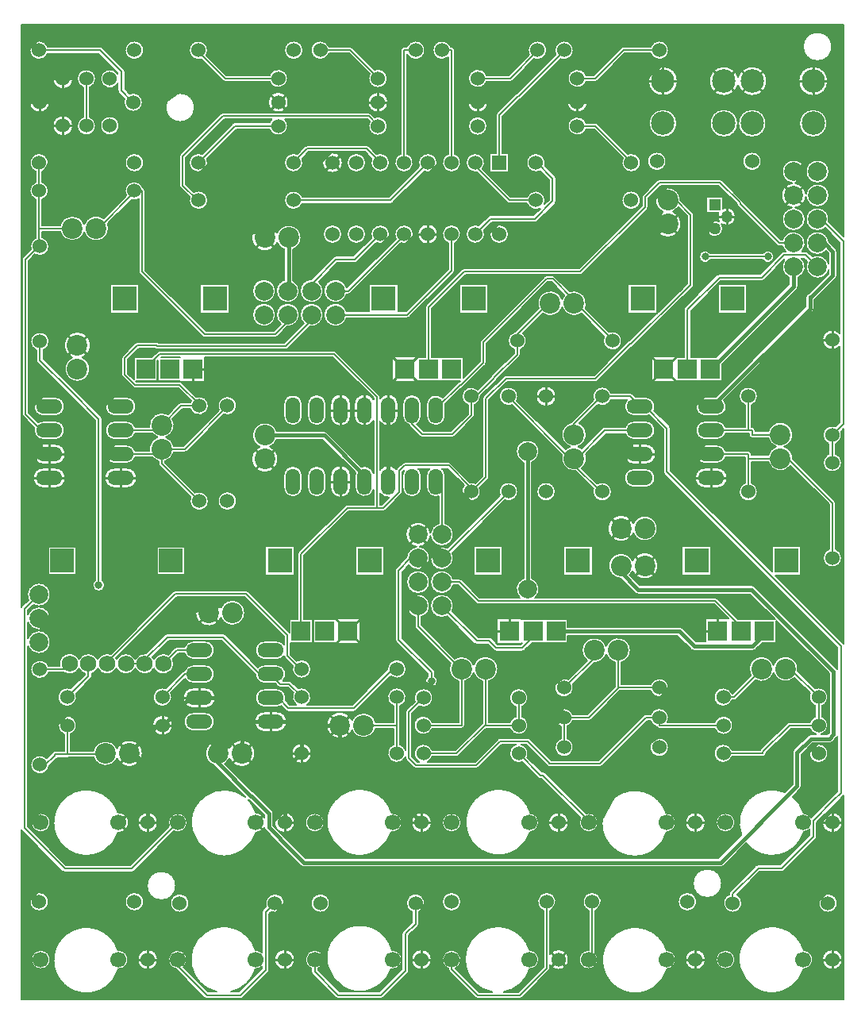
<source format=gbr>
%FSLAX35Y35*%
%MOIN*%
G04 EasyPC Gerber Version 18.0.8 Build 3632 *
%ADD25O,0.06000X0.11000*%
%ADD19R,0.10236X0.10236*%
%ADD136R,0.05000X0.05000*%
%ADD22R,0.06000X0.06000*%
%ADD18R,0.07874X0.07874*%
%ADD21R,0.09843X0.09843*%
%ADD10C,0.00500*%
%ADD86C,0.00787*%
%ADD29C,0.00800*%
%ADD12C,0.01000*%
%ADD27C,0.01575*%
%ADD28C,0.03200*%
%ADD114C,0.05000*%
%ADD16C,0.06000*%
%ADD108C,0.06693*%
%ADD20C,0.06890*%
%ADD26C,0.07874*%
%ADD17C,0.08661*%
%ADD71C,0.09843*%
%ADD70O,0.11000X0.06000*%
X0Y0D02*
D02*
D10*
X20967Y75917D02*
Y4982D01*
X366423*
Y90454*
G75*
G02X366395Y90424I-1102J1029*
G01*
X363245Y87274*
G75*
G02X363239Y87269I-1028J1091*
G01*
X355124Y79246*
Y73183*
G75*
G02X354682Y72117I-1507J0*
G01*
X341395Y58830*
G75*
G02X340329Y58388I-1066J1066*
G01*
X331189*
X321577Y48776*
G75*
G02X319837Y41280I-1741J-3546*
G01*
G75*
G02X318329Y48881J3950*
G01*
Y49167*
G75*
G02X318770Y50233I1507J0*
G01*
X329499Y60962*
G75*
G02X330565Y61403I1066J-1066*
G01*
X339704*
X352109Y73807*
Y76122*
G75*
G02X349686Y75115I-2642J2937*
G01*
G75*
G02X325512Y70450I-13294J3924*
G01*
X315980Y60918*
G75*
G02X314640Y60363I-1340J1340*
G01*
X139640*
G75*
G02X138300Y60918I0J1895*
G01*
X128261Y70957*
G75*
G02X128246Y70972I1340J1354*
G01*
X123620Y75696*
G75*
G02X123081Y76955I1354J1326*
G01*
G75*
G02X119574Y74813I-3693J2105*
G01*
G75*
G02X114443Y67770I-13202J4226*
G01*
G75*
G02X98301Y90309I-8071J11270*
G01*
G75*
G02X115201Y89726I8071J-11270*
G01*
X102276Y102650*
G75*
G02X101933Y103119I1339J1341*
G01*
G75*
G02X98335Y108124I1683J5006*
G01*
G75*
G02X108453Y110243I5281*
G01*
G75*
G02X119197Y108124I5163J-2119*
G01*
G75*
G02X108453Y106006I-5581*
G01*
G75*
G02X106552Y103734I-4838J2119*
G01*
X118173Y92113*
G75*
G02X118932Y91649I-581J-1804*
G01*
X126314Y84267*
G75*
G02X126869Y82927I-1340J-1340*
G01*
Y77795*
X130948Y73630*
X140425Y64153*
X313855*
X323542Y73840*
G75*
G02X341591Y91889I12850J5199*
G01*
X344930Y95228*
Y108419*
G75*
G02X345485Y109759I1895J0*
G01*
X351292Y115566*
G75*
G02X352632Y116121I1340J-1340*
G01*
X354871*
G75*
G02X352187Y118585I1028J3814*
G01*
X344234*
X333805Y108156*
Y108124*
G75*
G02X332455Y106774I-1350*
G01*
X319612*
G75*
G02X315900Y104174I-3712J1350*
G01*
G75*
G02Y112074J3950*
G01*
G75*
G02X319612Y109474J-3950*
G01*
X331339*
G75*
G02X331500Y109669I1117J-759*
G01*
X342720Y120890*
G75*
G02X343675Y121285I954J-955*
G01*
X352187*
G75*
G02X354550Y123647I3712J-1350*
G01*
Y128034*
G75*
G02X352281Y133331I1350J3712*
G01*
X345743Y139870*
G75*
G02X336963Y141858I-3780J3687*
G01*
G75*
G02X329433Y138922I-5000J1699*
G01*
X321303Y130791*
G75*
G02X320348Y130396I-954J955*
G01*
X319612*
G75*
G02X315900Y127796I-3712J1350*
G01*
G75*
G02Y135696J3950*
G01*
G75*
G02X319612Y133096J-3950*
G01*
X319789*
X327472Y140779*
G75*
G02X326682Y143557I4491J2779*
G01*
G75*
G02X336963Y145256I5281*
G01*
G75*
G02X347174Y142702I5000J-1698*
G01*
X354454Y135422*
G75*
G02X355900Y135696I1446J-3676*
G01*
G75*
G02X357250Y128034J-3950*
G01*
Y123647*
G75*
G02X356928Y116121I-1350J-3712*
G01*
X359524*
X360284Y116881*
Y141689*
X338069Y163905*
Y154616*
X332257*
X329405Y151765*
G75*
G02X328065Y151209I-1340J1340*
G01*
X303636*
G75*
G02X302296Y151765I0J1895*
G01*
X296552Y157509*
X250549*
Y154616*
X235606*
X232340Y151349*
G75*
G02X231274Y150908I-1066J1066*
G01*
X220545*
G75*
G02X219479Y151349I0J1507*
G01*
X216968Y153861*
X212278*
G75*
G02X211209Y154305J1507*
G01*
X199881Y165694*
G75*
G02X197671Y165166I-2209J4359*
G01*
G75*
G02Y174940J4887*
G01*
G75*
G02X202019Y167820J-4887*
G01*
X212904Y156876*
X217888*
G75*
G02X219347Y155745J-1507*
G01*
X221170Y153923*
X230649*
X231041Y154315*
X220791*
Y164689*
X231165*
Y164388*
X250549*
Y161298*
X297337*
G75*
G02X298676Y160743I0J-1895*
G01*
X304421Y154999*
X308311*
Y164689*
X317977*
X311915Y170750*
X212967*
G75*
G02X212012Y171146I0J1350*
G01*
X204455Y178703*
X202368*
G75*
G02X197671Y175166I-4697J1350*
G01*
G75*
G02Y184940J4887*
G01*
G75*
G02X202368Y181403J-4887*
G01*
X205014*
G75*
G02X205969Y181008I0J-1350*
G01*
X213526Y173450*
X230428*
G75*
G02X231918Y181688I3228J3670*
G01*
Y230230*
G75*
G02X228769Y234797I1737J4568*
G01*
G75*
G02X238543I4887*
G01*
G75*
G02X235393Y230230I-4887*
G01*
Y181688*
G75*
G02X236883Y173450I-1737J-4568*
G01*
X312474*
G75*
G02X313429Y173055I0J-1350*
G01*
X322096Y164388*
X337586*
X327044Y174930*
X280093*
G75*
G02X278753Y175485I0J1895*
G01*
X272648Y181590*
G75*
G02X267627Y186864I260J5274*
G01*
G75*
G02X277744Y188983I5281*
G01*
G75*
G02X288488Y186864I5163J-2119*
G01*
G75*
G02X277744Y184746I-5581*
G01*
G75*
G02X276553Y183044I-4838J2119*
G01*
X280878Y178720*
X327829*
G75*
G02X329169Y178165I0J-1895*
G01*
X363519Y143814*
G75*
G02X363821Y143420I-1339J-1340*
G01*
Y152578*
X291133Y225267*
G75*
G02X290691Y226333I1066J1066*
G01*
Y244015*
X284626Y250080*
G75*
G02X283281Y249844I-1344J3713*
G01*
X278281*
G75*
G02X275442Y256538J3949*
G01*
X268685*
G75*
G02X263167Y254564I-3651J1507*
G01*
X255397Y246794*
G75*
G02X254921Y236982I-2174J-4812*
G01*
G75*
G02X256436Y236173I-1698J-5000*
G01*
X265046Y244855*
G75*
G02X266116Y245301I1070J-1061*
G01*
X274632*
G75*
G02X278281Y247742I3650J-1507*
G01*
X283281*
G75*
G02Y239844J-3949*
G01*
X278281*
G75*
G02X274632Y242286J3949*
G01*
X266744*
X258220Y233689*
G75*
G02X256420Y227780I-4997J-1707*
G01*
X262858Y221343*
G75*
G02X268983Y218045I2175J-3297*
G01*
G75*
G02X261083I-3950*
G01*
G75*
G02X261239Y219143I3949J0*
G01*
X253662Y226720*
G75*
G02X253222Y226702I-442J5261*
G01*
G75*
G02X248146Y233437J5281*
G01*
X227183Y254400*
G75*
G02X221713Y258045I-1520J3646*
G01*
G75*
G02X229613I3950*
G01*
G75*
G02X229172Y256230I-3950J0*
G01*
X249588Y235813*
G75*
G02X251524Y236982I3634J-3831*
G01*
G75*
G02X252009Y247122I1699J5000*
G01*
G75*
G02X252268Y247484I1214J-591*
G01*
X261365Y256581*
G75*
G02X268685Y259553I3669J1464*
G01*
X276628*
G75*
G02X277694Y259111I0J-1507*
G01*
X279063Y257742*
X283281*
G75*
G02X286856Y252115J-3949*
G01*
X293265Y245706*
G75*
G02X293706Y244640I-1066J-1066*
G01*
Y226957*
X336329Y184335*
Y195096*
X348463*
Y182963*
X337701*
X366395Y154269*
G75*
G02X366423Y154239I-1073J-1059*
G01*
Y244390*
X365252Y243243*
G75*
G02X363096Y238115I-3663J-1477*
G01*
Y233980*
G75*
G02X365637Y230289I-1409J-3690*
G01*
G75*
G02X357737I-3950*
G01*
G75*
G02X360081Y233898I3950*
G01*
Y238115*
G75*
G02X357639Y241766I1507J3651*
G01*
G75*
G02X363143Y245397I3950*
G01*
X364806Y247026*
Y278988*
G75*
G02X357339Y281766I-3217J2778*
G01*
G75*
G02X364806Y284543I4250*
G01*
Y322460*
X358591Y328674*
G75*
G02X355447Y327528I-3144J3741*
G01*
G75*
G02Y337302J4887*
G01*
G75*
G02X360209Y331320J-4887*
G01*
X366423Y325106*
Y414219*
X20967*
Y169563*
G75*
G02X21172Y169820I1273J-809*
G01*
X23961Y172609*
G75*
G02X28321Y179704I4360J2208*
G01*
G75*
G02Y169930J-4887*
G01*
G75*
G02X26087Y170470J4887*
G01*
X23746Y168130*
Y166535*
G75*
G02X28321Y169704I4575J-1718*
G01*
G75*
G02Y159930J-4887*
G01*
G75*
G02X23746Y163099J4887*
G01*
Y156535*
G75*
G02X28321Y159704I4575J-1718*
G01*
G75*
G02Y149930J-4887*
G01*
G75*
G02X23746Y153099J4887*
G01*
Y77351*
X39890Y61206*
X66789*
X83066Y77538*
G75*
G02X86711Y83009I3645J1522*
G01*
G75*
G02Y75109J-3950*
G01*
G75*
G02X85202Y75409I0J3950*
G01*
X68483Y58635*
G75*
G02X67415Y58191I-1068J1064*
G01*
X39266*
G75*
G02X38200Y58633I0J1507*
G01*
X21172Y75660*
G75*
G02X20967Y75917I1067J1065*
G01*
X24406Y381549D02*
G75*
G02X32906I4250D01*
G01*
G75*
G02X24406I-4250*
G01*
X25070Y319775D02*
G75*
G02X27148Y324619I3743J1263D01*
G01*
Y329475*
G75*
G02Y330080I1350J302*
G01*
Y340632*
G75*
G02Y348057I1350J3712*
G01*
Y352443*
G75*
G02X28498Y360106I1350J3712*
G01*
G75*
G02X29848Y352443J-3950*
G01*
Y348057*
G75*
G02Y340632I-1350J-3712*
G01*
Y330080*
G75*
G02X29871Y329946I-1349J-304*
G01*
X37330*
G75*
G02X47435Y330295I5105J-1350*
G01*
G75*
G02X55622Y332807I5000J-1699*
G01*
X65117Y342302*
G75*
G02X68498Y348294I3381J2043*
G01*
G75*
G02X72246Y345590J-3950*
G01*
G75*
G02X73076Y344344I-520J-1246*
G01*
Y310947*
X98565Y285458*
X127073*
X130010Y288396*
G75*
G02X128040Y292317I2917J3921*
G01*
G75*
G02X137814I4887*
G01*
G75*
G02X132863Y287430I-4887*
G01*
X128587Y283154*
G75*
G02X127632Y282758I-954J955*
G01*
X98006*
G75*
G02X97051Y283154I0J1350*
G01*
X70772Y309433*
G75*
G02X70376Y310388I955J954*
G01*
Y340870*
G75*
G02X67235Y340602I-1878J3475*
G01*
X57295Y330661*
G75*
G02X57716Y328596I-4860J-2065*
G01*
G75*
G02X47435Y326898I-5281*
G01*
G75*
G02X37330Y327246I-5000J1699*
G01*
X29848*
Y324849*
G75*
G02X32763Y321037I-1035J-3812*
G01*
G75*
G02X26770Y317657I-3950*
G01*
X24061Y314947*
Y251203*
X28135Y247128*
G75*
G02X30250Y247742I2114J-3335*
G01*
X35250*
G75*
G02Y239844J-3949*
G01*
X30250*
G75*
G02X26479Y244966J3949*
G01*
X21756Y249689*
G75*
G02X21361Y250644I955J954*
G01*
Y315506*
G75*
G02X21756Y316461I1350J0*
G01*
X25070Y319775*
X27306Y277386D02*
G75*
G02X24863Y281037I1507J3651D01*
G01*
G75*
G02X32763I3950*
G01*
G75*
G02X30320Y277386I-3950*
G01*
Y273808*
X42693Y261455*
X54604Y249544*
G75*
G02X55045Y248478I-1066J-1066*
G01*
Y180752*
G75*
G02X56087Y178695I-1507J-2057*
G01*
G75*
G02X50987I-2550*
G01*
G75*
G02X52030Y180752I2550*
G01*
Y247854*
X40563Y259321*
X27748Y272116*
G75*
G02X27306Y273183I1065J1067*
G01*
Y277386*
X28498Y41871D02*
G75*
G02Y49771J3950D01*
G01*
G75*
G02Y41871J-3950*
G01*
X29192Y17590D02*
G75*
G02Y25490J3950D01*
G01*
G75*
G02Y17590J-3950*
G01*
Y75109D02*
G75*
G02Y83009J3950D01*
G01*
G75*
G02Y75109J-3950*
G01*
X30250Y228043D02*
X35250D01*
G75*
G02Y219543J-4250*
G01*
X30250*
G75*
G02Y228043J4250*
G01*
Y238043D02*
X35250D01*
G75*
G02Y229543J-4250*
G01*
X30250*
G75*
G02Y238043J4250*
G01*
Y257742D02*
X35250D01*
G75*
G02Y249844J-3949*
G01*
X30250*
G75*
G02Y257742J3949*
G01*
X31719Y106056D02*
X33532Y107869D01*
X34416Y108830*
G75*
G02X35526Y109317I1109J-1021*
G01*
X38959*
Y116223*
G75*
G02X40309Y123885I1350J3712*
G01*
G75*
G02X41659Y116223J-3950*
G01*
Y109159*
X51194*
G75*
G02X61209Y110243I5178J-1035*
G01*
G75*
G02X71953Y108124I5163J-2119*
G01*
G75*
G02X61209Y106006I-5581*
G01*
G75*
G02X51361Y106459I-4837J2119*
G01*
X41196*
G75*
G02X40526Y106302I-671J1350*
G01*
X36187*
X35730Y105804*
G75*
G02X35686Y105759I-1119J1017*
G01*
X32719Y102792*
G75*
G02X24863Y103380I-3906J588*
G01*
G75*
G02X31719Y106056I3950*
G01*
X32149Y401892D02*
G75*
G02X28498Y399450I-3651J1507D01*
G01*
G75*
G02Y407350J3950*
G01*
G75*
G02X32149Y404907J-3950*
G01*
X54108*
G75*
G02X55174Y404466I0J-1507*
G01*
X64131Y395509*
G75*
G02X64572Y394443I-1066J-1066*
G01*
Y386996*
X66414Y385156*
G75*
G02X71976Y381549I1612J-3606*
G01*
G75*
G02X64076I-3950*
G01*
G75*
G02X64339Y382967I3950*
G01*
X61999Y385306*
G75*
G02X61557Y386372I1066J1066*
G01*
Y389339*
G75*
G02X54233Y391392I-3374J2053*
G01*
G75*
G02X61557Y393445I3950*
G01*
Y393819*
X53484Y401892*
X32149*
X32274Y183159D02*
Y194900D01*
X44014*
Y183159*
X32274*
X32525Y142030D02*
G75*
G02X24863Y143380I-3712J1350D01*
G01*
G75*
G02X32525Y144730I3950*
G01*
X37012*
G75*
G02X45230Y147676I4281J993*
G01*
G75*
G02X53104I3937J-1953*
G01*
G75*
G02X58565Y149844I3937J-1953*
G01*
X84728Y176008*
G75*
G02X85683Y176403I954J-955*
G01*
X115427*
G75*
G02X116382Y176008I0J-1350*
G01*
X133612Y158777*
Y164388*
X137148*
Y191805*
G75*
G02X137543Y192760I1350J0*
G01*
X157012Y212228*
G75*
G02X157967Y212624I954J-955*
G01*
X168920*
Y218750*
G75*
G02X161163Y219797I-3807J1047*
G01*
Y224797*
G75*
G02X161391Y226120I3949J0*
G01*
X147562Y239950*
X128288*
G75*
G02X125420Y236850I-4987J1737*
G01*
G75*
G02X123301Y226106I-2119J-5163*
G01*
G75*
G02X121183Y236850J5581*
G01*
G75*
G02X123301Y246968I2119J4837*
G01*
G75*
G02X128288Y243424J-5281*
G01*
X148281*
G75*
G02X149510Y242915I0J-1737*
G01*
X163878Y228548*
G75*
G02X168920Y225844I1235J-3751*
G01*
Y247909*
G75*
G02X160862Y249797I-3807J1888*
G01*
Y254797*
G75*
G02X168920Y256685I4250*
G01*
Y257368*
X151699Y274589*
X98213*
Y264315*
X87839*
Y264616*
X78455*
Y273258*
X78226Y273030*
Y264616*
X68915*
X69234Y264297*
X87474*
G75*
G02X88429Y263902I0J-1350*
G01*
X94480Y257851*
G75*
G02X99692Y254108I1263J-3743*
G01*
G75*
G02X92030Y252758I-3950*
G01*
X88742*
X84559Y248575*
G75*
G02X81693Y240919I-4565J-2656*
G01*
G75*
G02X85099Y237269I-1699J-5000*
G01*
X89120*
X104079Y252228*
G75*
G02X103603Y254108I3474J1880*
G01*
G75*
G02X111503I3950*
G01*
G75*
G02X106103Y250434I-3950*
G01*
X90634Y234965*
G75*
G02X89679Y234569I-954J955*
G01*
X85099*
G75*
G02X81344Y230814I-5105J1350*
G01*
Y230238*
X93953Y217630*
G75*
G02X99692Y214108I1789J-3521*
G01*
G75*
G02X91792I-3950*
G01*
G75*
G02X92108Y215656I3950J0*
G01*
X79039Y228724*
G75*
G02X78644Y229679I955J954*
G01*
Y230814*
G75*
G02X76019Y232443I1350J5105*
G01*
X68961*
G75*
G02X65250Y229844I-3711J1350*
G01*
X60250*
G75*
G02Y237742J3949*
G01*
X65250*
G75*
G02X68961Y235143J-3949*
G01*
X74771*
G75*
G02X78295Y240919I5223J776*
G01*
G75*
G02X76019Y242443I1699J5000*
G01*
X68961*
G75*
G02X65250Y239844I-3711J1350*
G01*
X60250*
G75*
G02Y247742J3949*
G01*
X65250*
G75*
G02X68961Y245143J-3949*
G01*
X74771*
G75*
G02X82650Y250484I5224J776*
G01*
X87228Y255063*
G75*
G02X88183Y255458I954J-955*
G01*
X92030*
G75*
G02X92361Y256151I3712J-1351*
G01*
X86915Y261597*
X68675*
G75*
G02X67720Y261992I0J1350*
G01*
X63587Y266126*
G75*
G02X63191Y267081I955J954*
G01*
Y274167*
G75*
G02X63587Y275122I1350J0*
G01*
X68803Y280339*
G75*
G02X69758Y280734I954J-955*
G01*
X78026*
G75*
G02X78868Y280439J-1350*
G01*
X131443*
X139674Y288670*
G75*
G02X138040Y292317I3253J3647*
G01*
G75*
G02X147814I4887*
G01*
G75*
G02X142294Y287471I-4887*
G01*
X132957Y278134*
G75*
G02X132002Y277739I-954J955*
G01*
X78026*
G75*
G02X77183Y278034J1350*
G01*
X70317*
X65891Y273608*
Y267640*
X68455Y265076*
Y274388*
X75766*
X78272Y276894*
G75*
G02X79226Y277289I954J-955*
G01*
X152258*
G75*
G02X153213Y276894I0J-1350*
G01*
X171224Y258882*
G75*
G02X171620Y257927I-955J-954*
G01*
Y257219*
G75*
G02X179362Y254797I3493J-2422*
G01*
Y249797*
G75*
G02X171620Y247376I-4250*
G01*
Y227219*
G75*
G02X178538Y227312I3493J-2422*
G01*
G75*
G02X178843Y227780I1259J-487*
G01*
X181008Y229945*
G75*
G02X181963Y230340I954J-955*
G01*
X200565*
G75*
G02X201520Y229945I0J-1350*
G01*
X209492Y221972*
G75*
G02X211718Y221560I424J-3927*
G01*
X214766Y224608*
Y257041*
G75*
G02X215161Y257996I1350J0*
G01*
X223626Y266461*
G75*
G02X224581Y266856I954J-955*
G01*
X261620*
X275134Y280370*
G75*
G02X276451Y281423I1317J-297*
G01*
X276482*
X296953Y301894*
G75*
G02X297611Y302256I954J-955*
G01*
X300790Y305435*
Y333746*
X297015Y337521*
G75*
G02X294711Y335570I-4422J2887*
G01*
G75*
G02X292593Y324827I-2119J-5163*
G01*
G75*
G02X290474Y335570J5581*
G01*
G75*
G02X292593Y345688I2119J4837*
G01*
G75*
G02X297873Y340481J-5281*
G01*
X303094Y335260*
G75*
G02X303490Y334305I-955J-954*
G01*
Y304876*
G75*
G02X303094Y303921I-1350J0*
G01*
X299157Y299984*
G75*
G02X298500Y299622I-954J955*
G01*
X277996Y279118*
G75*
G02X277338Y278756I-954J955*
G01*
X263134Y264551*
G75*
G02X262179Y264156I-954J955*
G01*
X225140*
X217466Y256482*
Y224049*
G75*
G02X217071Y223094I-1350J0*
G01*
X213556Y219579*
G75*
G02X213865Y218045I-3640J-1533*
G01*
G75*
G02X205965I-3950*
G01*
G75*
G02X206969Y220676I3950*
G01*
X200006Y227640*
X197853*
G75*
G02X199061Y224797I-2741J-2843*
G01*
Y219797*
G75*
G02X199021Y219238I-3949*
G01*
Y204750*
G75*
G02X197671Y195166I-1350J-4697*
G01*
G75*
G02X192822Y199444J4887*
G01*
G75*
G02X188280Y194902I-5151J609*
G01*
G75*
G02X187671Y185166I-609J-4849*
G01*
G75*
G02X183777Y187101J4887*
G01*
X181009Y184280*
Y156583*
X194348Y143245*
G75*
G02X194789Y142179I-1066J-1066*
G01*
Y140397*
G75*
G02X195831Y138341I-1507J-2057*
G01*
G75*
G02X190731I-2550*
G01*
G75*
G02X191774Y140397I2550*
G01*
Y141555*
X178436Y154893*
G75*
G02X177994Y155959I1066J1066*
G01*
Y184896*
G75*
G02X178426Y185951I1507J0*
G01*
X182797Y190407*
G75*
G02X187062Y194902I4874J-354*
G01*
G75*
G02X187671Y205240I609J5151*
G01*
G75*
G02X192822Y200662J-5187*
G01*
G75*
G02X196321Y204750I4849J-609*
G01*
Y216038*
G75*
G02X191163Y219797I-1209J3759*
G01*
Y224797*
G75*
G02X192372Y227640I3949*
G01*
X187853*
G75*
G02X189061Y224797I-2741J-2843*
G01*
Y219797*
G75*
G02X181163I-3949*
G01*
Y224797*
G75*
G02X181750Y226869I3948J0*
G01*
X181147Y226266*
Y217967*
G75*
G02X180752Y217012I-1350J0*
G01*
X174059Y210319*
G75*
G02X173104Y209924I-954J955*
G01*
X170572*
G75*
G02X169967I-302J1350*
G01*
X158526*
X139848Y191246*
Y164388*
X143384*
Y154616*
X134100*
Y149628*
X136754Y146974*
G75*
G02X138734Y147507I1981J-3417*
G01*
G75*
G02Y139607J-3950*
G01*
G75*
G02X135017Y144893J3950*
G01*
X131795Y148114*
G75*
G02X131400Y149060I955J954*
G01*
G75*
G02X128242Y147482I-3158J2371*
G01*
X123242*
G75*
G02Y155380J3949*
G01*
X128242*
G75*
G02X131400Y153802J-3949*
G01*
Y157171*
X114868Y173703*
X86242*
X60698Y148159*
G75*
G02X60978Y147676I-3657J-2439*
G01*
G75*
G02X68852I3937J-1953*
G01*
G75*
G02X73344Y150082I3937J-1953*
G01*
X81270Y158009*
G75*
G02X82337Y158450I1066J-1066*
G01*
X105683*
G75*
G02X106749Y158009I0J-1507*
G01*
X112753Y152005*
G75*
G02X112762Y151996I-1079J-1041*
G01*
X120428Y144201*
G75*
G02X123242Y145380I2814J-2770*
G01*
X128242*
G75*
G02X131003Y138608J-3949*
G01*
X133518*
G75*
G02X134472Y138213I0J-1350*
G01*
X137270Y135415*
G75*
G02X141159Y128628I1464J-3669*
G01*
X159980*
X174786Y143434*
G75*
G02X178734Y147507I3948J123*
G01*
G75*
G02Y139607J-3950*
G01*
G75*
G02X176169Y140553J3950*
G01*
X161670Y126054*
G75*
G02X160604Y125613I-1066J1066*
G01*
X133144*
G75*
G02X132065Y126067J1508*
G01*
X130183Y127993*
G75*
G02X128242Y127482I-1941J3439*
G01*
X123242*
G75*
G02Y135380J3949*
G01*
X128242*
G75*
G02X132052Y130394J-3949*
G01*
X133778Y128628*
X136310*
G75*
G02X135253Y133613I2424J3119*
G01*
X132959Y135908*
X129699*
G75*
G02X128744Y136303I0J1350*
G01*
X127565Y137482*
X123242*
G75*
G02X119313Y141034J3949*
G01*
X110617Y149878*
X105059Y155435*
X82961*
X76118Y148592*
G75*
G02X76726Y147676I-3328J-2870*
G01*
G75*
G02X82666Y149634I3937J-1953*
G01*
X85417Y152386*
G75*
G02X86372Y152781I954J-955*
G01*
X89531*
G75*
G02X93242Y155380I3711J-1350*
G01*
X98242*
G75*
G02Y147482J-3949*
G01*
X93242*
G75*
G02X89531Y150081J3949*
G01*
X86931*
X84575Y147725*
G75*
G02X85058Y145722I-3912J-2003*
G01*
G75*
G02X76726Y143769I-4395*
G01*
G75*
G02X68852I-3937J1953*
G01*
G75*
G02X60978I-3937J1953*
G01*
G75*
G02X53104I-3937J1953*
G01*
G75*
G02X50675Y141594I-3937J1953*
G01*
Y140486*
G75*
G02X50226Y139413I-1508*
G01*
X43967Y133237*
G75*
G02X40309Y127796I-3658J-1491*
G01*
G75*
G02Y135696J3950*
G01*
G75*
G02X41849Y135383J-3950*
G01*
X47660Y141117*
Y141594*
G75*
G02X45230Y143769I1507J4128*
G01*
G75*
G02X38910Y142030I-3937J1953*
G01*
X32525*
X34248Y371707D02*
G75*
G02X42748I4250D01*
G01*
G75*
G02X34248I-4250*
G01*
Y391392D02*
G75*
G02X42748I4250D01*
G01*
G75*
G02X34248I-4250*
G01*
X42443Y274378D02*
G75*
G02X44561Y285122I2119J5163D01*
G01*
G75*
G02X46680Y274378J-5581*
G01*
G75*
G02X44561Y264261I-2119J-4837*
G01*
G75*
G02X42443Y274378J5281*
G01*
X46997Y375421D02*
Y387677D01*
G75*
G02X44391Y391392I1344J3715*
G01*
G75*
G02X52291I3950*
G01*
G75*
G02X49684Y387677I-3950*
G01*
Y375421*
G75*
G02X52291Y371707I-1344J-3715*
G01*
G75*
G02X44391I-3950*
G01*
G75*
G02X46997Y375421I3950*
G01*
X54233Y371707D02*
G75*
G02X62133I3950D01*
G01*
G75*
G02X54233I-3950*
G01*
X58376Y292963D02*
Y305096D01*
X70510*
Y292963*
X58376*
X60250Y228043D02*
X65250D01*
G75*
G02Y219543J-4250*
G01*
X60250*
G75*
G02Y228043J4250*
G01*
Y257742D02*
X65250D01*
G75*
G02Y249844J-3949*
G01*
X60250*
G75*
G02Y257742J3949*
G01*
X61590Y83300D02*
G75*
G02X61869Y83309I277J-4240D01*
G01*
G75*
G02Y74809J-4250*
G01*
G75*
G02X61603Y74818I-1J4249*
G01*
G75*
G02X56470Y67770I-13203J4222*
G01*
G75*
G02X40329Y90309I-8071J11270*
G01*
G75*
G02X61590Y83300I8071J-11270*
G01*
X61604Y25481D02*
G75*
G02X61869Y25490I267J-3939D01*
G01*
G75*
G02Y17590J-3950*
G01*
G75*
G02X61766Y17591I-6J3954*
G01*
G75*
G02X56470Y9994I-13366J3673*
G01*
G75*
G02X40329Y32533I-8071J11270*
G01*
G75*
G02X61604Y25481I8071J-11270*
G01*
X68498Y41871D02*
G75*
G02Y49771J3950D01*
G01*
G75*
G02Y41871J-3950*
G01*
Y360106D02*
G75*
G02Y352206J-3950D01*
G01*
G75*
G02Y360106J3950*
G01*
Y407350D02*
G75*
G02Y399450J-3950D01*
G01*
G75*
G02Y407350J3950*
G01*
X74074Y17290D02*
G75*
G02Y25790J4250D01*
G01*
G75*
G02Y17290J-4250*
G01*
Y74809D02*
G75*
G02Y83309J4250D01*
G01*
G75*
G02Y74809J-4250*
G01*
X77943Y183159D02*
Y194900D01*
X89683*
Y183159*
X77943*
X79856Y58641D02*
G75*
G02Y46505J-6068D01*
G01*
G75*
G02Y58641J6068*
G01*
X80309Y124185D02*
G75*
G02Y115685J-4250D01*
G01*
G75*
G02Y124185J4250*
G01*
X81843Y135386D02*
X88843Y142386D01*
G75*
G02X89521Y142752I954J-955*
G01*
G75*
G02X93242Y145380I3721J-1321*
G01*
X98242*
G75*
G02Y137482J-3949*
G01*
X93242*
G75*
G02X89790Y139514J3949*
G01*
X83824Y133548*
G75*
G02X80309Y127796I-3515J-1802*
G01*
G75*
G02Y135696J3950*
G01*
G75*
G02X81843Y135386I0J-3950*
G01*
X85583Y17754D02*
G75*
G02X86711Y25490I1128J3785D01*
G01*
G75*
G02X89158Y18439J-3950*
G01*
X99541Y8057*
X102941*
G75*
G02X98006Y32829I3135J13502*
G01*
G75*
G02X119369Y25490I8071J-11270*
G01*
G75*
G02X119389I10J-3976*
G01*
G75*
G02X122109Y24404J-3950*
G01*
Y41392*
G75*
G02X122564Y42471I1508*
G01*
X123887Y43761*
G75*
G02X127553Y49180I3667J1469*
G01*
G75*
G02Y41280J-3950*
G01*
G75*
G02X125991Y41602I0J3950*
G01*
X125124Y40756*
Y17081*
G75*
G02X124682Y16015I-1507J0*
G01*
X114151Y5483*
G75*
G02X113085Y5042I-1066J1066*
G01*
X98916*
G75*
G02X97850Y5483I0J1507*
G01*
X85645Y17688*
G75*
G02X85583Y17754I1069J1061*
G01*
X87553Y49180D02*
G75*
G02Y41280J-3950D01*
G01*
G75*
G02Y49180J3950*
G01*
X87730Y385413D02*
G75*
G02Y373276J-6068D01*
G01*
G75*
G02Y385413J6068*
G01*
X91715Y341757D02*
X87819Y345654D01*
G75*
G02X87424Y346608I955J954*
G01*
Y358813*
G75*
G02X87819Y359768I1350J0*
G01*
X104748Y376697*
G75*
G02X105703Y377092I954J-955*
G01*
X166923*
G75*
G02X167878Y376697I0J-1350*
G01*
X169357Y375218*
G75*
G02X174771Y371549I1464J-3669*
G01*
G75*
G02X166871I-3950*
G01*
G75*
G02X167340Y373416I3950J0*
G01*
X166364Y374392*
X131713*
G75*
G02X132920Y371549I-2743J-2843*
G01*
G75*
G02X125319Y370042I-3950*
G01*
X111350*
X99070Y357683*
G75*
G02X95427Y352206I-3643J-1528*
G01*
G75*
G02Y360106J3950*
G01*
G75*
G02X96931Y359808I0J-3950*
G01*
X109653Y372612*
G75*
G02X110722Y373057I1069J-1063*
G01*
X125319*
G75*
G02X126228Y374392I3651J-1508*
G01*
X106262*
X90124Y358254*
Y347167*
X93459Y343832*
G75*
G02X95427Y344357I1968J-3424*
G01*
G75*
G02Y336457J-3950*
G01*
G75*
G02X91715Y341757J3950*
G01*
X93242Y125380D02*
X98242D01*
G75*
G02Y117482J-3949*
G01*
X93242*
G75*
G02Y125380J3949*
G01*
Y135681D02*
X98242D01*
G75*
G02Y127181J-4250*
G01*
X93242*
G75*
G02Y135681J4250*
G01*
X96171Y292963D02*
Y305096D01*
X108305*
Y292963*
X96171*
X96601Y399628D02*
G75*
G02X95427Y399450I-1174J3772D01*
G01*
G75*
G02Y407350J3950*
G01*
G75*
G02X98763Y401284J-3950*
G01*
X107148Y392899*
X125258*
G75*
G02X132920Y391549I3712J-1350*
G01*
G75*
G02X125258Y390199I-3950*
G01*
X106589*
G75*
G02X105634Y390594I0J1350*
G01*
X96601Y399628*
X104842Y165061D02*
G75*
G02X94098Y167179I-5163J2119D01*
G01*
G75*
G02X104842Y169298I5581*
G01*
G75*
G02X114960Y167179I4837J-2119*
G01*
G75*
G02X104842Y165061I-5281*
G01*
X111503Y214108D02*
G75*
G02X103603I-3950D01*
G01*
G75*
G02X111503I3950*
G01*
X123242Y125681D02*
X128242D01*
G75*
G02Y117181J-4250*
G01*
X123242*
G75*
G02Y125681J4250*
G01*
X123533Y182963D02*
Y195096D01*
X135667*
Y182963*
X123533*
X127814Y292317D02*
G75*
G02X118040I-4887D01*
G01*
G75*
G02X127814I4887*
G01*
Y302317D02*
G75*
G02X118040I-4887D01*
G01*
G75*
G02X127814I4887*
G01*
X128464Y322541D02*
G75*
G02X117720Y324659I-5163J2119D01*
G01*
G75*
G02X128464Y326778I5581*
G01*
G75*
G02X138582Y324659I4837J-2119*
G01*
G75*
G02X135039Y319673I-5281*
G01*
Y306724*
G75*
G02X137814Y302317I-2111J-4407*
G01*
G75*
G02X128040I-4887*
G01*
G75*
G02X131564Y307010I4887*
G01*
Y319673*
G75*
G02X128464Y322541I1737J4987*
G01*
X131163Y219797D02*
Y224797D01*
G75*
G02X139061I3949*
G01*
Y219797*
G75*
G02X131163I-3949*
G01*
Y249797D02*
Y254797D01*
G75*
G02X139061I3949*
G01*
Y249797*
G75*
G02X131163I-3949*
G01*
X131593Y17290D02*
G75*
G02Y25790J4250D01*
G01*
G75*
G02Y17290J-4250*
G01*
Y74809D02*
G75*
G02Y83309J4250D01*
G01*
G75*
G02Y74809J-4250*
G01*
X133220Y381549D02*
G75*
G02X124720I-4250D01*
G01*
G75*
G02X133220I4250*
G01*
X135427Y407350D02*
G75*
G02Y399450J-3950D01*
G01*
G75*
G02Y407350J3950*
G01*
X136961Y359796D02*
X140181Y363016D01*
G75*
G02X141136Y363411I954J-955*
G01*
X166037*
G75*
G02X166992Y363016I0J-1350*
G01*
X170206Y359801*
G75*
G02X171726Y360106I1520J-3646*
G01*
G75*
G02Y352206J-3950*
G01*
G75*
G02X168218Y357971J3950*
G01*
X165478Y360711*
X141695*
X138942Y357958*
G75*
G02X135427Y352206I-3515J-1802*
G01*
G75*
G02Y360106J3950*
G01*
G75*
G02X136961Y359796I0J-3950*
G01*
X138734Y103874D02*
G75*
G02Y112374J4250D01*
G01*
G75*
G02Y103874J-4250*
G01*
X139078Y338900D02*
G75*
G02X135427Y336457I-3651J1507D01*
G01*
G75*
G02Y344357J3950*
G01*
G75*
G02X139078Y341915J-3950*
G01*
X175452*
X188108Y354571*
G75*
G02X191726Y360106I3618J1585*
G01*
G75*
G02Y352206J-3950*
G01*
G75*
G02X190281Y352480J3950*
G01*
X177143Y339341*
G75*
G02X176077Y338900I-1066J1066*
G01*
X139078*
X141163Y219797D02*
Y224797D01*
G75*
G02X149061I3949*
G01*
Y219797*
G75*
G02X141163I-3949*
G01*
Y249797D02*
Y254797D01*
G75*
G02X149061I3949*
G01*
Y249797*
G75*
G02X141163I-3949*
G01*
X142724Y17889D02*
G75*
G02X144231Y25490I1507J3651D01*
G01*
G75*
G02X145739Y17889J-3950*
G01*
Y17115*
X154698Y8155*
X171421*
X180869Y17513*
Y32337*
G75*
G02X181310Y33403I1507J0*
G01*
X185101Y37193*
Y41579*
G75*
G02X186608Y49180I1507J3651*
G01*
G75*
G02X188116Y41579J-3950*
G01*
Y36569*
G75*
G02X187674Y35503I-1507J0*
G01*
X183883Y31712*
Y16884*
G75*
G02X183437Y15813I-1507*
G01*
X173102Y5577*
G75*
G02X172041Y5140I-1061J1071*
G01*
X154074*
G75*
G02X153007Y5581I0J1507*
G01*
X143165Y15424*
G75*
G02X142724Y16490I1066J1066*
G01*
Y17889*
X142725Y307200D02*
X152097Y316572D01*
G75*
G02X153163Y317013I1066J-1066*
G01*
X160472*
X168085Y324626*
G75*
G02X171726Y330106I3642J1530*
G01*
G75*
G02Y322206J-3950*
G01*
G75*
G02X170224Y322502I0J3950*
G01*
X162163Y314440*
G75*
G02X161096Y313998I-1066J1066*
G01*
X153788*
X145948Y306159*
G75*
G02X147814Y302317I-3021J-3842*
G01*
G75*
G02X138040I-4887*
G01*
G75*
G02X142725Y307200I4887*
G01*
X144231Y75109D02*
G75*
G02Y83009J3950D01*
G01*
G75*
G02Y75109J-3950*
G01*
X146608Y49180D02*
G75*
G02Y41280J-3950D01*
G01*
G75*
G02Y49180J3950*
G01*
X150320Y402050D02*
G75*
G02X146608Y399450I-3712J1350D01*
G01*
G75*
G02Y407350J3950*
G01*
G75*
G02X150320Y404750J-3950*
G01*
X159207*
G75*
G02X160161Y404354I0J-1350*
G01*
X169315Y395201*
G75*
G02X174771Y391549I1506J-3652*
G01*
G75*
G02X166871I-3950*
G01*
G75*
G02X167320Y393378I3950J0*
G01*
X158648Y402050*
X150320*
X150862Y219797D02*
Y224797D01*
G75*
G02X159362I4250*
G01*
Y219797*
G75*
G02X150862I-4250*
G01*
Y249797D02*
Y254797D01*
G75*
G02X159362I4250*
G01*
Y249797*
G75*
G02X150862I-4250*
G01*
X151726Y322206D02*
G75*
G02Y330106J3950D01*
G01*
G75*
G02Y322206J-3950*
G01*
Y360406D02*
G75*
G02Y351906J-4250D01*
G01*
G75*
G02Y360406J4250*
G01*
X152996Y154616D02*
X143612D01*
Y164388*
X152996*
Y164689*
X163370*
Y154315*
X152996*
Y154616*
X157624Y290967D02*
G75*
G02X148040Y292317I-4697J1350D01*
G01*
G75*
G02X157624Y293667I4887*
G01*
X167116*
Y305096*
X179250*
Y293667*
X182604*
X200376Y311439*
Y322443*
G75*
G02X201726Y330106I1350J3712*
G01*
G75*
G02X203076Y322443J-3950*
G01*
Y310880*
G75*
G02X202681Y309925I-1350J0*
G01*
X184118Y291362*
G75*
G02X183163Y290967I-954J955*
G01*
X157624*
Y300967D02*
G75*
G02X148040Y302317I-4697J1350D01*
G01*
G75*
G02X157624Y303667I4887*
G01*
X157880*
X178338Y324125*
G75*
G02X181726Y330106I3388J2030*
G01*
G75*
G02Y322206J-3950*
G01*
G75*
G02X180449Y322418I0J3950*
G01*
X159394Y301362*
G75*
G02X158439Y300967I-954J955*
G01*
X157624*
X159960Y117817D02*
G75*
G02X149217Y119935I-5163J2119D01*
G01*
G75*
G02X159960Y122054I5581*
G01*
G75*
G02X169902Y121285I4837J-2119*
G01*
X177384*
Y128034*
G75*
G02X178734Y135696I1350J3712*
G01*
G75*
G02X180084Y128034J-3950*
G01*
Y111836*
G75*
G02X182384Y109634I-1350J-3712*
G01*
Y125545*
G75*
G02X182780Y126500I1350J0*
G01*
X186252Y129972*
G75*
G02X189915Y135401I3663J1478*
G01*
G75*
G02Y127501J-3950*
G01*
G75*
G02X188061Y127963J3950*
G01*
X185084Y124986*
Y106813*
X187344Y104553*
X188228*
G75*
G02X189915Y112074I1688J3571*
G01*
G75*
G02X193628Y109474J-3950*
G01*
X203254*
X214628Y120848*
Y138452*
G75*
G02X210978Y141858I1350J5105*
G01*
G75*
G02X207328Y138452I-5000J1699*
G01*
Y119935*
G75*
G02X205978Y118585I-1350*
G01*
X193628*
G75*
G02X189915Y115985I-3712J1350*
G01*
G75*
G02Y123885J3950*
G01*
G75*
G02X193628Y121285J-3950*
G01*
X204628*
Y138452*
G75*
G02X201275Y145958I1350J5105*
G01*
X186717Y160516*
G75*
G02X186321Y161470I955J954*
G01*
Y165356*
G75*
G02X187671Y174940I1350J4697*
G01*
G75*
G02X189021Y165356J-4887*
G01*
Y162030*
X203080Y147971*
G75*
G02X210978Y145256I2898J-4414*
G01*
G75*
G02X221259Y143557I5000J-1699*
G01*
G75*
G02X217328Y138452I-5281*
G01*
Y121285*
X226203*
G75*
G02X228565Y123647I3712J-1350*
G01*
Y127739*
G75*
G02X229915Y135401I1350J3712*
G01*
G75*
G02X231265Y127739J-3950*
G01*
Y123647*
G75*
G02X229915Y115985I-1350J-3712*
G01*
G75*
G02X226203Y118585J3950*
G01*
X216183*
X204768Y107169*
G75*
G02X203813Y106774I-954J955*
G01*
X193628*
G75*
G02X191603Y104553I-3712J1350*
G01*
X211620*
X221264Y114197*
G75*
G02X222219Y114592I954J-955*
G01*
X233734*
G75*
G02X234689Y114197I0J-1350*
G01*
X243644Y105242*
X263490*
X282386Y124138*
G75*
G02X283341Y124533I954J-955*
G01*
X285258*
G75*
G02X288970Y127133I3712J-1350*
G01*
G75*
G02X292435Y121285J-3950*
G01*
X312187*
G75*
G02X315900Y123885I3712J-1350*
G01*
G75*
G02Y115985J-3950*
G01*
G75*
G02X312187Y118585J3950*
G01*
X288970*
G75*
G02X287715Y119438J1350*
G01*
G75*
G02X285258Y121833I1255J3745*
G01*
X283900*
X265004Y102937*
G75*
G02X264049Y102542I-954J955*
G01*
X242789*
G75*
G02X241472Y103595J1350*
G01*
X233175Y111892*
X231100*
G75*
G02X233555Y106589I-1185J-3768*
G01*
X239698Y100380*
X240176*
G75*
G02X241242Y99938J-1508*
G01*
X258293Y82887*
G75*
G02X259270Y83009I978J-3828*
G01*
G75*
G02Y75109J-3950*
G01*
G75*
G02X255861Y81054J3950*
G01*
X239552Y97365*
X239069*
G75*
G02X237997Y97812J1507*
G01*
X231411Y104469*
G75*
G02X229915Y104174I-1496J3656*
G01*
G75*
G02X228731Y111892J3950*
G01*
X222778*
X213134Y102248*
G75*
G02X212179Y101853I-954J955*
G01*
X186785*
G75*
G02X185831Y102248I0J1350*
G01*
X182780Y105299*
G75*
G02X182384Y106254I955J954*
G01*
Y106614*
G75*
G02X178734Y104174I-3650J1510*
G01*
G75*
G02X177384Y111836J3950*
G01*
Y118585*
X169902*
G75*
G02X159960Y117817I-5105J1350*
G01*
X161329Y182963D02*
Y195096D01*
X173463*
Y182963*
X161329*
X161726Y322206D02*
G75*
G02Y330106J3950D01*
G01*
G75*
G02Y322206J-3950*
G01*
Y360106D02*
G75*
G02Y352206J-3950D01*
G01*
G75*
G02Y360106J3950*
G01*
X175071Y381549D02*
G75*
G02X166571I-4250D01*
G01*
G75*
G02X175071I4250*
G01*
X176365Y17627D02*
G75*
G02X171333Y10880I-13103J4522D01*
G01*
G75*
G02X155191Y33419I-8071J11270*
G01*
G75*
G02X176716Y25485I8071J-11270*
G01*
G75*
G02X176908Y25490I193J-3945*
G01*
G75*
G02Y17590J-3950*
G01*
G75*
G02X176365Y17627I-1J3950*
G01*
X176502Y75130D02*
G75*
G02X171333Y67967I-13239J4106D01*
G01*
G75*
G02X155191Y90506I-8071J11270*
G01*
G75*
G02X176603Y82998I8071J-11270*
G01*
G75*
G02X176908Y83009I305J-3940*
G01*
G75*
G02Y75109J-3950*
G01*
G75*
G02X176502Y75130I-1J3949*
G01*
X180376Y359868D02*
Y403400D01*
G75*
G02X181726Y404750I1350*
G01*
X182896*
G75*
G02X186608Y407350I3712J-1350*
G01*
G75*
G02Y399450J-3950*
G01*
G75*
G02X183076Y401631J3950*
G01*
Y359868*
G75*
G02X181726Y352206I-1350J-3712*
G01*
G75*
G02X180376Y359868J3950*
G01*
X183840Y246059D02*
G75*
G02X181163Y249797I1272J3738D01*
G01*
Y254797*
G75*
G02X189061I3949*
G01*
Y249797*
G75*
G02X187129Y246402I-3949*
G01*
X190002Y243529*
X201482*
X208565Y250612*
Y254333*
G75*
G02X205965Y258045I1350J3712*
G01*
G75*
G02X212786Y260758I3950*
G01*
X218152Y266124*
G75*
G02X218508Y266756I1311J-323*
G01*
X227935Y276183*
Y277640*
G75*
G02X228489Y285221I1350J3712*
G01*
X238345Y295077*
G75*
G02X237942Y297100I4878J2024*
G01*
G75*
G02X248222Y298799I5281*
G01*
G75*
G02X249187Y300506I5000J-1699*
G01*
X243707Y305987*
X242167*
X216285Y280104*
Y272199*
G75*
G02X215890Y271244I-1350J0*
G01*
X206539Y261894*
G75*
G02X205832Y261521I-955J955*
G01*
X199061Y254750*
Y249797*
G75*
G02X191163I-3949*
G01*
Y254797*
G75*
G02X197992Y257499I3949*
G01*
X204295Y263803*
G75*
G02X205003Y264176I955J-955*
G01*
X205443Y264616*
X187268*
Y264315*
X176894*
Y274689*
X187268*
Y274388*
X190731*
Y295427*
G75*
G02X191126Y296382I1350J0*
G01*
X206185Y311441*
G75*
G02X207140Y311836I954J-955*
G01*
X255321*
X281597Y338112*
Y341687*
G75*
G02X281992Y342642I1350J0*
G01*
X288094Y348744*
G75*
G02X289049Y349139I954J-955*
G01*
X314443*
G75*
G02X315398Y348744I0J-1350*
G01*
X323862Y340280*
G75*
G02X324246Y339502I-955J-954*
G01*
X339982Y323765*
X340750*
G75*
G02X345447Y327302I4697J-1350*
G01*
G75*
G02X348924Y318982J-4887*
G01*
X350486*
G75*
G02X351563Y318530J-1507*
G01*
X353269Y316790*
G75*
G02X360146Y313756I2178J-4375*
G01*
Y318133*
X359105Y319174*
G75*
G02X355447Y317528I-3658J3241*
G01*
G75*
G02Y327302J4887*
G01*
G75*
G02X360311Y322882J-4887*
G01*
X363112Y320081*
G75*
G02X363621Y318852I-1228J-1229*
G01*
Y308715*
G75*
G02X363112Y307486I-1737J0*
G01*
X354057Y298431*
G75*
G02X353976Y298354I-1232J1226*
G01*
Y294935*
G75*
G02X353467Y293707I-1737J0*
G01*
X316206Y256446*
G75*
G02X313281Y249844I-2925J-2653*
G01*
X308281*
G75*
G02Y257742J3949*
G01*
X312588*
X350501Y295655*
Y299659*
G75*
G02X352104Y301392I1737*
G01*
X360146Y309434*
Y311075*
G75*
G02X355447Y307528I-4700J1340*
G01*
G75*
G02X351116Y314679J4887*
G01*
X349853Y315967*
X348804*
G75*
G02X347342Y307911I-3357J-3552*
G01*
Y304285*
G75*
G02X346787Y302946I-1895J0*
G01*
X315392Y271550*
Y264616*
X296008*
Y264315*
X285634*
Y274689*
X296008*
Y274388*
X299313*
Y294482*
G75*
G02X299755Y295548I1507J0*
G01*
X313200Y308993*
G75*
G02X314266Y309435I1066J-1066*
G01*
X331358*
X340463Y318541*
G75*
G02X341530Y318982I1066J-1066*
G01*
X341969*
G75*
G02X340750Y321065I3478J3434*
G01*
X339423*
G75*
G02X338469Y321461I0J1350*
G01*
X321953Y337976*
G75*
G02X321569Y338754I955J954*
G01*
X313884Y346439*
X289608*
X284297Y341128*
Y337553*
G75*
G02X283902Y336598I-1350J0*
G01*
X256835Y309531*
G75*
G02X255880Y309136I-954J955*
G01*
X207699*
X193431Y294868*
Y274388*
X206652*
Y265824*
X213585Y272758*
Y280663*
G75*
G02X213980Y281618I1350J0*
G01*
X240654Y308291*
G75*
G02X241608Y308687I954J-955*
G01*
X244266*
G75*
G02X245220Y308291I0J-1350*
G01*
X251440Y302071*
G75*
G02X258028Y294912I1782J-4971*
G01*
X267892Y285048*
G75*
G02X269285Y285302I1393J-3696*
G01*
G75*
G02Y277402J-3950*
G01*
G75*
G02X265839Y283283J3950*
G01*
X256307Y292815*
G75*
G02X248222Y295402I-3085J4286*
G01*
G75*
G02X240002Y292915I-5000J1699*
G01*
X231623Y284537*
G75*
G02X230635Y277640I-2337J-3184*
G01*
Y275624*
G75*
G02X230240Y274669I-1350J0*
G01*
X220774Y265203*
G75*
G02X220417Y264571I-1311J323*
G01*
X213865Y258019*
G75*
G02X211265Y254333I-3950J26*
G01*
Y250053*
G75*
G02X210870Y249098I-1350J0*
G01*
X202996Y241224*
G75*
G02X202041Y240829I-954J955*
G01*
X189443*
G75*
G02X188488Y241224I0J1350*
G01*
X184157Y245555*
G75*
G02X183840Y246059I955J954*
G01*
X187671Y184940D02*
G75*
G02Y175166J-4887D01*
G01*
G75*
G02Y184940J4887*
G01*
X189113Y17290D02*
G75*
G02Y25790J4250D01*
G01*
G75*
G02Y17290J-4250*
G01*
Y74809D02*
G75*
G02Y83309J4250D01*
G01*
G75*
G02Y74809J-4250*
G01*
X191726Y321906D02*
G75*
G02Y330406J4250D01*
G01*
G75*
G02Y321906J-4250*
G01*
X199938Y194383D02*
X222018Y216524D01*
G75*
G02X221713Y218045I3646J1520*
G01*
G75*
G02X229613I3950*
G01*
G75*
G02X224153Y214396I-3950*
G01*
X202048Y192228*
G75*
G02X197671Y185166I-4376J-2175*
G01*
G75*
G02Y194940J4887*
G01*
G75*
G02X199938Y194383I0J-4887*
G01*
X200376Y359868D02*
Y400415D01*
G75*
G02X197789Y399450I-2587J2985*
G01*
G75*
G02Y407350J3950*
G01*
G75*
G02X201502Y404750J-3950*
G01*
X201726*
G75*
G02X203076Y403400J-1350*
G01*
Y359868*
G75*
G02X201726Y352206I-1350J-3712*
G01*
G75*
G02X200376Y359868J3950*
G01*
X200401Y17828D02*
G75*
G02X201751Y25490I1350J3712D01*
G01*
G75*
G02X203319Y17914J-3950*
G01*
X213333Y7899*
X218878*
G75*
G02X213163Y32829I2357J13660*
G01*
G75*
G02X234527Y25489I8071J-11270*
G01*
G75*
G02X234516Y17591I-99J-3949*
G01*
G75*
G02X223591Y7899I-13281J3969*
G01*
X229750*
X240376Y18526*
Y42109*
G75*
G02X241726Y49771I1350J3712*
G01*
G75*
G02X243076Y42109J-3950*
G01*
Y23867*
G75*
G02X246633Y25790I3556J-2327*
G01*
G75*
G02Y17290J-4250*
G01*
G75*
G02X243076Y19213J4250*
G01*
Y17967*
G75*
G02X242681Y17012I-1350J0*
G01*
X231264Y5594*
G75*
G02X230309Y5199I-954J955*
G01*
X212774*
G75*
G02X211820Y5594I0J1350*
G01*
X200796Y16618*
G75*
G02X200401Y17573I955J954*
G01*
Y17828*
X201726Y49771D02*
G75*
G02Y41871J-3950D01*
G01*
G75*
G02Y49771J3950*
G01*
X201751Y75109D02*
G75*
G02Y83009J3950D01*
G01*
G75*
G02Y75109J-3950*
G01*
X204911Y292963D02*
Y305096D01*
X217045*
Y292963*
X204911*
X211014Y182963D02*
Y195096D01*
X223148*
Y182963*
X211014*
X212255Y352241D02*
G75*
G02X211726Y352206I-528J3913D01*
G01*
G75*
G02Y360106J3950*
G01*
G75*
G02X214728Y353587J-3950*
G01*
X226557Y341757*
X233447*
G75*
G02X237159Y344357I3712J-1350*
G01*
G75*
G02X240702Y338661J-3950*
G01*
X242680Y340638*
Y348937*
X238971Y352645*
G75*
G02X237159Y352206I-1811J3510*
G01*
G75*
G02Y360106J3950*
G01*
G75*
G02X240923Y354957J-3950*
G01*
X245253Y350627*
G75*
G02X245694Y349561I-1066J-1066*
G01*
Y340014*
G75*
G02X245253Y338948I-1507J0*
G01*
X237773Y331467*
G75*
G02X236707Y331026I-1066J1066*
G01*
X218630*
X215344Y327740*
G75*
G02X211726Y322206I-3618J-1585*
G01*
G75*
G02Y330106J3950*
G01*
G75*
G02X213172Y329831J-3950*
G01*
X216940Y333600*
G75*
G02X218006Y334041I1066J-1066*
G01*
X236082*
X238906Y336865*
G75*
G02X233447Y339057I-1746J3543*
G01*
X225998*
G75*
G02X225043Y339453I0J1350*
G01*
X212255Y352241*
X216423Y390199D02*
G75*
G02X208761Y391549I-3712J1350D01*
G01*
G75*
G02X216423Y392899I3950*
G01*
X225774*
X234343Y401469*
G75*
G02X237789Y407350I3446J1931*
G01*
G75*
G02Y399450J-3950*
G01*
G75*
G02X236396Y399704J3950*
G01*
X227287Y390594*
G75*
G02X226333Y390199I-954J955*
G01*
X216423*
X216661Y371549D02*
G75*
G02X208761I-3950D01*
G01*
G75*
G02X216661I3950*
G01*
X216961Y381549D02*
G75*
G02X208461I-4250D01*
G01*
G75*
G02X216961I4250*
G01*
X220376Y360104D02*
Y376136D01*
G75*
G02X220772Y377091I1350J0*
G01*
X228744Y385063*
G75*
G02X229499Y385443I954J-955*
G01*
X245524Y401469*
G75*
G02X248970Y407350I3446J1931*
G01*
G75*
G02Y399450J-3950*
G01*
G75*
G02X247577Y399704J3950*
G01*
X231028Y383154*
G75*
G02X230273Y382773I-954J955*
G01*
X223076Y375577*
Y360104*
X225675*
Y352207*
X217778*
Y360104*
X220376*
X221726Y322206D02*
G75*
G02Y330106J3950D01*
G01*
G75*
G02Y322206J-3950*
G01*
X234767Y75124D02*
G75*
G02X229600Y67967I-13238J4113D01*
G01*
G75*
G02X213459Y90506I-8071J11270*
G01*
G75*
G02X234875Y82984I8071J-11270*
G01*
G75*
G02X234767Y75124I-447J-3925*
G01*
X237161Y258045D02*
G75*
G02X245661I4250D01*
G01*
G75*
G02X237161I-4250*
G01*
X237461Y218045D02*
G75*
G02X245361I3950D01*
G01*
G75*
G02X237461I-3950*
G01*
X246633Y74809D02*
G75*
G02Y83309J4250D01*
G01*
G75*
G02Y74809J-4250*
G01*
X247620Y114395D02*
Y119471D01*
G75*
G02X248970Y127133I1350J3712*
G01*
G75*
G02X252683Y124533J-3950*
G01*
X258864*
X270337Y136006*
Y146326*
G75*
G02X266687Y149732I1350J5105*
G01*
G75*
G02X261565Y146152I-5000J1699*
G01*
X252616Y137203*
G75*
G02X248970Y131733I-3646J-1520*
G01*
G75*
G02Y139633J3950*
G01*
G75*
G02X250786Y139191I0J-3950*
G01*
X258683Y147088*
G75*
G02X256406Y151431I3004J4343*
G01*
G75*
G02X266687Y153130I5281*
G01*
G75*
G02X276968Y151431I5000J-1699*
G01*
G75*
G02X273037Y146326I-5281*
G01*
Y137033*
X285258*
G75*
G02X288970Y139633I3712J-1350*
G01*
G75*
G02Y131733J-3950*
G01*
G75*
G02X285258Y134333J3950*
G01*
X272482*
X260378Y122228*
G75*
G02X259423Y121833I-954J955*
G01*
X252683*
G75*
G02X250320Y119471I-3712J1350*
G01*
Y114395*
G75*
G02X248970Y106733I-1350J-3712*
G01*
G75*
G02X247620Y114395J3950*
G01*
X248809Y182963D02*
Y195096D01*
X260943*
Y182963*
X248809*
X258273Y370199D02*
G75*
G02X250611Y371549I-3712J1350D01*
G01*
G75*
G02X258273Y372899I3950*
G01*
X262159*
G75*
G02X263114Y372504I0J-1350*
G01*
X275766Y359852*
G75*
G02X277159Y360106I1393J-3696*
G01*
G75*
G02Y352206J-3950*
G01*
G75*
G02X273713Y358086J3950*
G01*
X261600Y370199*
X258273*
Y390199D02*
G75*
G02X250611Y391549I-3712J1350D01*
G01*
G75*
G02X258273Y392899I3950*
G01*
X261502*
X272436Y403833*
G75*
G02X273715Y404750I1278J-434*
G01*
X285258*
G75*
G02X288970Y407350I3712J-1350*
G01*
G75*
G02Y399450J-3950*
G01*
G75*
G02X285258Y402050J3950*
G01*
X274470*
X263016Y390594*
G75*
G02X262061Y390199I-954J955*
G01*
X258273*
X258811Y381549D02*
G75*
G02X250311I-4250D01*
G01*
G75*
G02X258811I4250*
G01*
X259431Y25487D02*
Y42109D01*
G75*
G02X260781Y49771I1350J3712*
G01*
G75*
G02X262131Y42109J-3950*
G01*
Y24263*
G75*
G02X259270Y17590I-2861J-2724*
G01*
G75*
G02Y25490J3950*
G01*
G75*
G02X259431Y25487I3J-3949*
G01*
X275856Y292963D02*
Y305096D01*
X287990*
Y292963*
X275856*
X277159Y336457D02*
G75*
G02Y344357J3950D01*
G01*
G75*
G02Y336457J-3950*
G01*
X278070Y200494D02*
G75*
G02X267327Y202612I-5163J2119D01*
G01*
G75*
G02X278070Y204731I5581*
G01*
G75*
G02X288188Y202612I4837J-2119*
G01*
G75*
G02X278070Y200494I-5281*
G01*
X278281Y227742D02*
X283281D01*
G75*
G02Y219844J-3949*
G01*
X278281*
G75*
G02Y227742J3949*
G01*
Y238043D02*
X283281D01*
G75*
G02Y229543J-4250*
G01*
X278281*
G75*
G02Y238043J4250*
G01*
X287947Y352796D02*
G75*
G02Y360696J3950D01*
G01*
G75*
G02Y352796J-3950*
G01*
X288970Y114633D02*
G75*
G02Y106733J-3950D01*
G01*
G75*
G02Y114633J3950*
G01*
X290545Y378562D02*
G75*
G02Y366820J-5871D01*
G01*
G75*
G02Y378562J5871*
G01*
Y396579D02*
G75*
G02Y384236J-6171D01*
G01*
G75*
G02Y396579J6171*
G01*
X291904Y83009D02*
G75*
G02X291948Y83009I57J-3966D01*
G01*
G75*
G02X292092Y75112J-3950*
G01*
G75*
G02X286785Y67474I-13377J3631*
G01*
G75*
G02X270644Y90014I-8071J11270*
G01*
G75*
G02X291904Y83009I8071J-11270*
G01*
X292114Y25486D02*
G75*
G02X292281Y17604I-167J-3946D01*
G01*
G75*
G02X286982Y9994I-13370J3660*
G01*
G75*
G02X270841Y32533I-8071J11270*
G01*
G75*
G02X292114Y25486I8071J-11270*
G01*
X298533Y182963D02*
Y195096D01*
X310667*
Y182963*
X298533*
X300781Y49771D02*
G75*
G02Y41871J-3950D01*
G01*
G75*
G02Y49771J3950*
G01*
X304152Y17290D02*
G75*
G02Y25790J4250D01*
G01*
G75*
G02Y17290J-4250*
G01*
Y74809D02*
G75*
G02Y83309J4250D01*
G01*
G75*
G02Y74809J-4250*
G01*
X308281Y228043D02*
X313281D01*
G75*
G02Y219543J-4250*
G01*
X308281*
G75*
G02Y228043J4250*
G01*
X309187Y59625D02*
G75*
G02Y47489J-6068D01*
G01*
G75*
G02Y59625J6068*
G01*
X310406Y315337D02*
G75*
G02X305692Y316687I-2163J1350D01*
G01*
G75*
G02X310406Y318037I2550*
G01*
X332457*
G75*
G02X337170Y316687I2163J-1350*
G01*
G75*
G02X332457Y315337I-2550*
G01*
X310406*
X313863Y335089D02*
X308829D01*
Y341986*
X315726*
Y336952*
G75*
G02X317278Y337287I1551J-3414*
G01*
G75*
G02Y329787J-3750*
G01*
G75*
G02X315149Y330450I0J3750*
G01*
G75*
G02X312278Y325087I-2871J-1913*
G01*
G75*
G02Y331987J3450*
G01*
G75*
G02X314191Y331409I0J-3450*
G01*
G75*
G02X313863Y335089I3087J2129*
G01*
X316136Y378562D02*
G75*
G02Y366820J-5871D01*
G01*
G75*
G02Y378562J5871*
G01*
X316790Y17590D02*
G75*
G02Y25490J3950D01*
G01*
G75*
G02Y17590J-3950*
G01*
Y75109D02*
G75*
G02Y83009J3950D01*
G01*
G75*
G02Y75109J-3950*
G01*
X316993Y232443D02*
G75*
G02X313281Y229844I-3711J1350D01*
G01*
X308281*
G75*
G02Y237742J3949*
G01*
X313281*
G75*
G02X316993Y235143J-3949*
G01*
X326352*
G75*
G02X327702Y233793J-1350*
G01*
Y233332*
X334731*
G75*
G02X338138Y236982I5105J-1350*
G01*
G75*
G02X334731Y240632I1699J5000*
G01*
X327927*
G75*
G02X326577Y241982J1350*
G01*
Y242443*
X316993*
G75*
G02X313281Y239844I-3711J1350*
G01*
X308281*
G75*
G02Y247742J3949*
G01*
X313281*
G75*
G02X316993Y245143J-3949*
G01*
X325002*
Y254333*
G75*
G02X322402Y258045I1350J3712*
G01*
G75*
G02X330302I3950*
G01*
G75*
G02X327702Y254333I-3950*
G01*
Y245158*
G75*
G02X329277Y243491I225J-1365*
G01*
Y243332*
X334731*
G75*
G02X339837Y247263I5105J-1350*
G01*
G75*
G02X341535Y236982J-5281*
G01*
G75*
G02X345111Y231727I-1699J-5000*
G01*
X362642Y214197*
G75*
G02X363037Y213242I-955J-954*
G01*
Y194002*
G75*
G02X365637Y190289I-1350J-3712*
G01*
G75*
G02X357737I-3950*
G01*
G75*
G02X360337Y194002I3950*
G01*
Y212683*
X344122Y228897*
G75*
G02X334731Y230632I-4286J3085*
G01*
X327702*
Y221757*
G75*
G02X330302Y218045I-1350J-3712*
G01*
G75*
G02X322402I-3950*
G01*
G75*
G02X325002Y221757I3950*
G01*
Y232443*
X316993*
X322081Y388751D02*
G75*
G02X316136Y384236I-5945J1656D01*
G01*
G75*
G02Y396579J6171*
G01*
G75*
G02X322081Y392064J-6171*
G01*
G75*
G02X328026Y396579I5945J-1656*
G01*
G75*
G02Y384236J-6171*
G01*
G75*
G02X322081Y388751J6171*
G01*
X327947Y352796D02*
G75*
G02Y360696J3950D01*
G01*
G75*
G02Y352796J-3950*
G01*
X328026Y378562D02*
G75*
G02Y366820J-5871D01*
G01*
G75*
G02Y378562J5871*
G01*
X344838Y337264D02*
G75*
G02Y347567I609J5151D01*
G01*
G75*
G02X345447Y357302I609J4849*
G01*
G75*
G02X346056Y347567J-4887*
G01*
G75*
G02X350598Y343024I-609J-5151*
G01*
G75*
G02X355447Y347302I4849J-609*
G01*
G75*
G02Y337528J-4887*
G01*
G75*
G02X350598Y341806J4887*
G01*
G75*
G02X346056Y337264I-5151J609*
G01*
G75*
G02X345447Y327528I-609J-4849*
G01*
G75*
G02X344838Y337264J4887*
G01*
X349674Y17595D02*
G75*
G02X344463Y10289I-13283J3964D01*
G01*
G75*
G02X328321Y32829I-8071J11270*
G01*
G75*
G02X349686Y25484I8071J-11270*
G01*
G75*
G02X349674Y17595I-219J-3944*
G01*
X353616Y378562D02*
G75*
G02Y366820J-5871D01*
G01*
G75*
G02Y378562J5871*
G01*
Y396579D02*
G75*
G02Y384236J-6171D01*
G01*
G75*
G02Y396579J6171*
G01*
X355447Y357302D02*
G75*
G02Y347528J-4887D01*
G01*
G75*
G02Y357302J4887*
G01*
Y411003D02*
G75*
G02Y398867J-6068D01*
G01*
G75*
G02Y411003J6068*
G01*
X359837Y41280D02*
G75*
G02Y49180J3950D01*
G01*
G75*
G02Y41280J-3950*
G01*
X361672Y17290D02*
G75*
G02Y25790J4250D01*
G01*
G75*
G02Y17290J-4250*
G01*
Y74809D02*
G75*
G02Y83309J4250D01*
G01*
G75*
G02Y74809J-4250*
G01*
X20967Y381549D02*
G36*
Y371707D01*
X34248*
G75*
G02X42748I4250*
G01*
X44391*
G75*
G02X46997Y375421I3950*
G01*
Y381549*
X32906*
G75*
G02X24406I-4250*
G01*
X20967*
G37*
X24406D02*
G36*
G75*
G02X32906I4250D01*
G01*
X46997*
Y387677*
G75*
G02X44391Y391392I1344J3715*
G01*
X42748*
G75*
G02X34248I-4250*
G01*
X20967*
Y381549*
X24406*
G37*
X49684D02*
G36*
Y375421D01*
G75*
G02X52291Y371707I-1344J-3715*
G01*
X54233*
G75*
G02X62133I3950*
G01*
X99758*
X104748Y376697*
G75*
G02X105703Y377092I954J-955*
G01*
X166923*
G75*
G02X167878Y376697I0J-1350*
G01*
X169357Y375218*
G75*
G02X174768Y371707I1464J-3669*
G01*
X180376*
Y381549*
X175071*
G75*
G02X166571I-4250*
G01*
X133220*
G75*
G02X124720I-4250*
G01*
X93384*
G75*
G02X87730Y373276I-5654J-2205*
G01*
G75*
G02X82077Y381549J6068*
G01*
X71976*
G75*
G02X64076I-3950*
G01*
X49684*
G37*
X64076D02*
G36*
G75*
G02X64339Y382967I3950D01*
G01*
X61999Y385306*
G75*
G02X61557Y386372I1066J1066*
G01*
Y389339*
G75*
G02X54233Y391392I-3374J2053*
G01*
X52291*
G75*
G02X49684Y387677I-3950*
G01*
Y381549*
X64076*
G37*
X82077D02*
G36*
G75*
G02X87730Y385413I5654J-2205D01*
G01*
G75*
G02X93384Y381549J-6068*
G01*
X124720*
G75*
G02X133220I4250*
G01*
X166571*
G75*
G02X175071I4250*
G01*
X180376*
Y391392*
X174768*
G75*
G02X166874I-3947J157*
G01*
X132917*
G75*
G02X125258Y390199I-3947J157*
G01*
X106589*
G75*
G02X105634Y390594I0J1350*
G01*
X104837Y391392*
X64572*
Y386996*
X66414Y385156*
G75*
G02X71976Y381549I1612J-3606*
G01*
X82077*
G37*
X183077D02*
G36*
Y371707D01*
X200376*
Y381549*
X183077*
G37*
X200376D02*
G36*
Y391392D01*
X183077*
Y381549*
X200376*
G37*
X203076D02*
G36*
Y371707D01*
X208764*
G75*
G02X216657I3947J-157*
G01*
X220376*
Y376136*
G75*
G02X220772Y377091I1350J0*
G01*
X225230Y381549*
X216961*
G75*
G02X208461I-4250*
G01*
X203076*
G37*
X208461D02*
G36*
G75*
G02X216961I4250D01*
G01*
X225230*
X228744Y385063*
G75*
G02X229499Y385443I954J-955*
G01*
X235447Y391392*
X228085*
X227287Y390594*
G75*
G02X226333Y390199I-954J955*
G01*
X216423*
G75*
G02X208764Y391392I-3712J1350*
G01*
X203076*
Y381549*
X208461*
G37*
X229049D02*
G36*
X223076Y375577D01*
Y371707*
X250614*
G75*
G02X258273Y372899I3947J-157*
G01*
X262159*
G75*
G02X263114Y372504I0J-1350*
G01*
X263911Y371707*
X284757*
G75*
G02X290545Y378562I5788J984*
G01*
G75*
G02X296333Y371707J-5871*
G01*
X310348*
G75*
G02X316136Y378562I5788J984*
G01*
G75*
G02X321924Y371707J-5871*
G01*
X322237*
G75*
G02X328026Y378562I5788J984*
G01*
G75*
G02X333814Y371707J-5871*
G01*
X347828*
G75*
G02X353616Y378562I5788J984*
G01*
G75*
G02X359404Y371707J-5871*
G01*
X366423*
Y381549*
X258811*
G75*
G02X250311I-4250*
G01*
X229049*
G37*
X250311D02*
G36*
G75*
G02X258811I4250D01*
G01*
X366423*
Y391392*
X359708*
G75*
G02X353616Y384236I-6092J-984*
G01*
G75*
G02X347524Y391392J6171*
G01*
X334118*
G75*
G02X328026Y384236I-6092J-984*
G01*
G75*
G02X322081Y388751J6171*
G01*
G75*
G02X316136Y384236I-5945J1656*
G01*
G75*
G02X310044Y391392J6171*
G01*
X296637*
G75*
G02X290545Y384236I-6092J-984*
G01*
G75*
G02X284453Y391392J6171*
G01*
X263813*
X263016Y390594*
G75*
G02X262061Y390199I-954J955*
G01*
X258273*
G75*
G02X250614Y391392I-3712J1350*
G01*
X239266*
X231028Y383154*
G75*
G02X230273Y382773I-954J955*
G01*
X229049Y381549*
X250311*
G37*
X20967Y299974D02*
G36*
Y292317D01*
X21360*
Y299974*
X20967*
G37*
X21361Y299975D02*
G36*
Y315506D01*
G75*
G02X21756Y316461I1350J0*
G01*
X21982Y316687*
X20967*
Y299975*
X21361*
G37*
X24061D02*
G36*
Y274691D01*
X27306*
Y277386*
G75*
G02X24863Y281037I1507J3651*
G01*
G75*
G02X32763I3950*
G01*
G75*
G02X30320Y277386I-3950*
G01*
Y274691*
X41800*
G75*
G02X44561Y285122I2761J4850*
G01*
G75*
G02X47322Y274691J-5581*
G01*
X63297*
G75*
G02X63587Y275122I1244J-524*
G01*
X68803Y280339*
G75*
G02X69758Y280734I954J-955*
G01*
X78026*
G75*
G02X78868Y280439J-1350*
G01*
X131443*
X139674Y288670*
G75*
G02X138040Y292317I3253J3647*
G01*
X137814*
G75*
G02X132863Y287430I-4887*
G01*
X128587Y283154*
G75*
G02X127632Y282758I-954J955*
G01*
X98006*
G75*
G02X97051Y283154I0J1350*
G01*
X80230Y299975*
X70510*
Y292963*
X58376*
Y299975*
X24061*
G37*
X58376D02*
G36*
Y305096D01*
X70510*
Y299975*
X80230*
X70772Y309433*
G75*
G02X70376Y310388I955J954*
G01*
Y340870*
G75*
G02X67235Y340602I-1878J3475*
G01*
X57295Y330661*
G75*
G02X57716Y328596I-4860J-2065*
G01*
G75*
G02X47435Y326898I-5281*
G01*
G75*
G02X37330Y327246I-5000J1699*
G01*
X29848*
Y324849*
G75*
G02X32763Y321037I-1035J-3812*
G01*
G75*
G02X26770Y317657I-3950*
G01*
X24061Y314947*
Y299975*
X58376*
G37*
X84048D02*
G36*
X91706Y292317D01*
X118040*
G75*
G02X127814I4887*
G01*
X128040*
G75*
G02X137814I4887*
G01*
X138040*
G75*
G02X147814I4887*
G01*
X148040*
G75*
G02X157624Y293667I4887*
G01*
X167116*
Y299975*
X157217*
G75*
G02X148638I-4289J2342*
G01*
X147217*
G75*
G02X138638I-4289J2342*
G01*
X137217*
G75*
G02X128638I-4289J2342*
G01*
X127217*
G75*
G02X118638I-4289J2342*
G01*
X108305*
Y292963*
X96171*
Y299975*
X84048*
G37*
X96171D02*
G36*
Y305096D01*
X108305*
Y299975*
X118638*
G75*
G02X118040Y302317I4289J2342*
G01*
G75*
G02X127814I4887*
G01*
G75*
G02X127217Y299975I-4887J0*
G01*
X128638*
G75*
G02X128040Y302317I4289J2342*
G01*
G75*
G02X131564Y307010I4887*
G01*
Y316687*
X73076*
Y310947*
X84048Y299975*
X96171*
G37*
X138638D02*
G36*
G75*
G02X138040Y302317I4289J2342D01*
G01*
G75*
G02X142725Y307200I4887*
G01*
X152097Y316572*
G75*
G02X152226Y316687I1065J-1067*
G01*
X135039*
Y306724*
G75*
G02X137814Y302317I-2111J-4407*
G01*
G75*
G02X137217Y299975I-4887J0*
G01*
X138638*
G37*
X148638D02*
G36*
G75*
G02X148040Y302317I4289J2342D01*
G01*
G75*
G02X157624Y303667I4887*
G01*
X157880*
X170900Y316687*
X164410*
X162163Y314440*
G75*
G02X161096Y313998I-1066J1066*
G01*
X153788*
X145948Y306159*
G75*
G02X147814Y302317I-3021J-3842*
G01*
G75*
G02X147217Y299975I-4887J0*
G01*
X148638*
G37*
X167116D02*
G36*
Y305096D01*
X179250*
Y293667*
X182604*
X200376Y311439*
Y316687*
X174718*
X159394Y301362*
G75*
G02X158439Y300967I-954J955*
G01*
X157624*
G75*
G02X157217Y299975I-4697J1350*
G01*
X167116*
G37*
X192731D02*
G36*
X185073Y292317D01*
X190731*
Y295427*
G75*
G02X191126Y296382I1350J0*
G01*
X194719Y299975*
X192731*
G37*
X194719D02*
G36*
X206185Y311441D01*
G75*
G02X207140Y311836I954J-955*
G01*
X255321*
X260172Y316687*
X203076*
Y310880*
G75*
G02X202681Y309925I-1350J0*
G01*
X192731Y299975*
X194719*
G37*
X198537D02*
G36*
X193431Y294868D01*
Y274388*
X206652*
Y265824*
X213585Y272758*
Y280663*
G75*
G02X213980Y281618I1350J0*
G01*
X232337Y299975*
X217045*
Y292963*
X204911*
Y299975*
X198537*
G37*
X204911D02*
G36*
Y305096D01*
X217045*
Y299975*
X232337*
X240654Y308291*
G75*
G02X241608Y308687I954J-955*
G01*
X244266*
G75*
G02X245220Y308291I0J-1350*
G01*
X251440Y302071*
G75*
G02X257652Y299975I1782J-4971*
G01*
X275856*
Y305096*
X287990*
Y299975*
X295034*
X296953Y301894*
G75*
G02X297611Y302256I954J-955*
G01*
X300790Y305435*
Y316687*
X263990*
X256835Y309531*
G75*
G02X255880Y309136I-954J955*
G01*
X207699*
X198537Y299975*
X204911*
G37*
X257652D02*
G36*
G75*
G02X258028Y294912I-4430J-2874D01*
G01*
X260624Y292317*
X287376*
X295034Y299975*
X287990*
Y292963*
X275856*
Y299975*
X257652*
G37*
X299148D02*
G36*
G75*
G02X298500Y299622I-945J965D01*
G01*
X291194Y292317*
X299313*
Y294482*
G75*
G02X299755Y295548I1507J0*
G01*
X304181Y299975*
X299148*
G37*
X304181D02*
G36*
X313200Y308993D01*
G75*
G02X314266Y309435I1066J-1066*
G01*
X331358*
X338610Y316687*
X337170*
G75*
G02X332457Y315337I-2550*
G01*
X310406*
G75*
G02X305692Y316687I-2163J1350*
G01*
X303490*
Y304876*
G75*
G02X303094Y303921I-1350J0*
G01*
X299157Y299984*
G75*
G02X299148Y299975I-959J950*
G01*
X304181*
G37*
X355601D02*
G36*
X354057Y298431D01*
G75*
G02X353976Y298354I-1232J1226*
G01*
Y294935*
G75*
G02X353467Y293707I-1737J0*
G01*
X352077Y292317*
X364806*
Y299975*
X355601*
G37*
X364806D02*
G36*
Y316687D01*
X363621*
Y308715*
G75*
G02X363112Y307486I-1737J0*
G01*
X355601Y299975*
X364806*
G37*
X20967Y230566D02*
G36*
Y223793D01*
X26000*
G75*
G02X30250Y228043I4250*
G01*
X35250*
G75*
G02X39500Y223793J-4250*
G01*
X52030*
Y230566*
X38015*
G75*
G02X35250Y229543I-2765J3227*
G01*
X30250*
G75*
G02X27485Y230566J4250*
G01*
X20967*
G37*
X27485D02*
G36*
G75*
G02X30250Y238043I2765J3227D01*
G01*
X35250*
G75*
G02X38015Y230566J-4250*
G01*
X52030*
Y247854*
X46091Y253793*
X39199*
G75*
G02X35250Y249844I-3949*
G01*
X30250*
G75*
G02X26301Y253793J3949*
G01*
X24061*
Y251203*
X28135Y247128*
G75*
G02X30250Y247742I2114J-3335*
G01*
X35250*
G75*
G02Y239844J-3949*
G01*
X30250*
G75*
G02X26479Y244966J3949*
G01*
X21756Y249689*
G75*
G02X21361Y250644I955J954*
G01*
Y253793*
X20967*
Y230566*
X27485*
G37*
X55045D02*
G36*
Y223793D01*
X56000*
G75*
G02X60250Y228043I4250*
G01*
X65250*
G75*
G02X69500Y223793J-4250*
G01*
X83970*
X79039Y228724*
G75*
G02X78644Y229679I955J954*
G01*
Y230814*
G75*
G02X76019Y232443I1350J5105*
G01*
X68961*
G75*
G02X65250Y229844I-3711J1350*
G01*
X60250*
G75*
G02X57974Y230566J3949*
G01*
X55045*
G37*
X57974D02*
G36*
G75*
G02X60250Y237742I2276J3227D01*
G01*
X65250*
G75*
G02X68961Y235143J-3949*
G01*
X74771*
G75*
G02X78295Y240919I5223J776*
G01*
G75*
G02X76019Y242443I1699J5000*
G01*
X68961*
G75*
G02X65250Y239844I-3711J1350*
G01*
X60250*
G75*
G02Y247742J3949*
G01*
X65250*
G75*
G02X68961Y245143J-3949*
G01*
X74771*
G75*
G02X82650Y250484I5224J776*
G01*
X85959Y253793*
X69199*
G75*
G02X65250Y249844I-3949*
G01*
X60250*
G75*
G02X56301Y253793J3949*
G01*
X50355*
X54604Y249544*
G75*
G02X55045Y248478I-1066J-1066*
G01*
Y230566*
X57974*
G37*
X217466D02*
G36*
Y224049D01*
G75*
G02X217442Y223793I-1350J0*
G01*
X231918*
Y230230*
G75*
G02X231210Y230566I1738J4568*
G01*
X217466*
G37*
X231210D02*
G36*
G75*
G02X228769Y234797I2445J4231D01*
G01*
G75*
G02X238543I4887*
G01*
G75*
G02X235393Y230230I-4887*
G01*
Y214108*
X241091*
G75*
G02X237461Y218045I320J3937*
G01*
G75*
G02X245361I3950*
G01*
G75*
G02X241731Y214108I-3950*
G01*
X264713*
G75*
G02X261083Y218045I320J3937*
G01*
G75*
G02X261239Y219143I3949J0*
G01*
X253662Y226720*
G75*
G02X253222Y226702I-442J5261*
G01*
G75*
G02X248146Y233437J5281*
G01*
X227790Y253793*
X217466*
Y230566*
X231210*
G37*
X258310D02*
G36*
G75*
G02X256420Y227780I-5087J1416D01*
G01*
X260407Y223793*
X274333*
G75*
G02X278281Y227742I3949*
G01*
X283281*
G75*
G02X287230Y223793J-3949*
G01*
X292606*
X291133Y225267*
G75*
G02X290691Y226333I1066J1066*
G01*
Y230566*
X286047*
G75*
G02X283281Y229543I-2765J3227*
G01*
X278281*
G75*
G02X275516Y230566J4250*
G01*
X258310*
G37*
X275516D02*
G36*
G75*
G02X278281Y238043I2765J3227D01*
G01*
X283281*
G75*
G02X286047Y230566J-4250*
G01*
X290691*
Y244015*
X284626Y250080*
G75*
G02X283281Y249844I-1344J3713*
G01*
X278281*
G75*
G02X275442Y256538J3949*
G01*
X268685*
G75*
G02X263167Y254564I-3651J1507*
G01*
X255397Y246794*
G75*
G02X254921Y236982I-2174J-4812*
G01*
G75*
G02X256436Y236173I-1698J-5000*
G01*
X265046Y244855*
G75*
G02X266116Y245301I1070J-1061*
G01*
X274632*
G75*
G02X278281Y247742I3650J-1507*
G01*
X283281*
G75*
G02Y239844J-3949*
G01*
X278281*
G75*
G02X274632Y242286J3949*
G01*
X266744*
X258220Y233689*
G75*
G02X258310Y230566I-4997J-1707*
G01*
X275516*
G37*
X293706D02*
G36*
Y226957D01*
X296870Y223793*
X304031*
G75*
G02X308281Y228043I4250*
G01*
X313281*
G75*
G02X317531Y223793J-4250*
G01*
X325002*
Y232443*
X316993*
G75*
G02X313281Y229844I-3711J1350*
G01*
X308281*
G75*
G02X306006Y230566J3949*
G01*
X293706*
G37*
X306006D02*
G36*
G75*
G02X308281Y237742I2276J3227D01*
G01*
X313281*
G75*
G02X316993Y235143J-3949*
G01*
X326352*
G75*
G02X327702Y233793J-1350*
G01*
Y233332*
X334731*
G75*
G02X338138Y236982I5105J-1350*
G01*
G75*
G02X334731Y240632I1699J5000*
G01*
X327927*
G75*
G02X326577Y241982J1350*
G01*
Y242443*
X316993*
G75*
G02X313281Y239844I-3711J1350*
G01*
X308281*
G75*
G02Y247742J3949*
G01*
X313281*
G75*
G02X316993Y245143J-3949*
G01*
X325002*
Y253793*
X317230*
G75*
G02X313281Y249844I-3949*
G01*
X308281*
G75*
G02X304333Y253793J3949*
G01*
X287230*
G75*
G02X286856Y252115I-3949J0*
G01*
X293265Y245706*
G75*
G02X293706Y244640I-1066J-1066*
G01*
Y230566*
X306006*
G37*
X346272D02*
G36*
X353045Y223793D01*
X366423*
Y244390*
X365252Y243243*
G75*
G02X363096Y238115I-3663J-1477*
G01*
Y233980*
G75*
G02X365637Y230289I-1409J-3690*
G01*
G75*
G02X357737I-3950*
G01*
G75*
G02X357747Y230566I3949J-2*
G01*
X346272*
G37*
X357747D02*
G36*
G75*
G02X360081Y233898I3940J-277D01*
G01*
Y238115*
G75*
G02X357639Y241766I1507J3651*
G01*
G75*
G02X363143Y245397I3950*
G01*
X364806Y247026*
Y253793*
X327702*
Y245158*
G75*
G02X329277Y243491I225J-1365*
G01*
Y243332*
X334731*
G75*
G02X339837Y247263I5105J-1350*
G01*
G75*
G02X341535Y236982J-5281*
G01*
G75*
G02X345111Y231727I-1699J-5000*
G01*
X346272Y230566*
X357747*
G37*
X20967Y45821D02*
G36*
Y21540D01*
X25242*
G75*
G02X29192Y25490I3950*
G01*
G75*
G02X33142Y21540J-3950*
G01*
X34541*
G75*
G02X40329Y32533I13859J-276*
G01*
G75*
G02X61604Y25481I8071J-11270*
G01*
G75*
G02X61869Y25490I267J-3939*
G01*
G75*
G02X65819Y21540J-3950*
G01*
X69824*
G75*
G02X74074Y25790I4250*
G01*
G75*
G02X78324Y21540J-4250*
G01*
X82761*
G75*
G02X86711Y25490I3950*
G01*
G75*
G02X89158Y18439J-3950*
G01*
X99541Y8057*
X102941*
G75*
G02X98006Y32829I3135J13502*
G01*
G75*
G02X119369Y25490I8071J-11270*
G01*
G75*
G02X119389I10J-3976*
G01*
G75*
G02X122109Y24404J-3950*
G01*
Y41392*
G75*
G02X122564Y42471I1508*
G01*
X123887Y43761*
G75*
G02X123648Y45821I3667J1469*
G01*
X91459*
G75*
G02X87553Y41280I-3906J-591*
G01*
G75*
G02X83648Y45821J3950*
G01*
X72448*
G75*
G02X68498Y41871I-3950*
G01*
G75*
G02X64548Y45821J3950*
G01*
X32448*
G75*
G02X28498Y41871I-3950*
G01*
G75*
G02X24548Y45821J3950*
G01*
X20967*
G37*
X24548D02*
G36*
G75*
G02X28498Y49771I3950D01*
G01*
G75*
G02X32448Y45821J-3950*
G01*
X64548*
G75*
G02X68498Y49771I3950*
G01*
G75*
G02X72448Y45821J-3950*
G01*
X83648*
G75*
G02X87553Y49180I3906J-591*
G01*
G75*
G02X91459Y45821J-3950*
G01*
X123648*
G75*
G02X127553Y49180I3906J-591*
G01*
G75*
G02X131459Y45821J-3950*
G01*
X142703*
G75*
G02X146608Y49180I3906J-591*
G01*
G75*
G02X150514Y45821J-3950*
G01*
X182703*
G75*
G02X186608Y49180I3906J-591*
G01*
G75*
G02X190514Y45821J-3950*
G01*
X197776*
G75*
G02X201726Y49771I3950*
G01*
G75*
G02X205676Y45821J-3950*
G01*
X237776*
G75*
G02X241726Y49771I3950*
G01*
G75*
G02X245676Y45821J-3950*
G01*
X256831*
G75*
G02X260781Y49771I3950*
G01*
G75*
G02X264731Y45821J-3950*
G01*
X296831*
G75*
G02X300781Y49771I3950*
G01*
G75*
G02X304731Y45821J-3950*
G01*
X315931*
G75*
G02X318329Y48881I3906J-591*
G01*
Y49167*
G75*
G02X318770Y50233I1507J0*
G01*
X321110Y52573*
X315175*
G75*
G02X309187Y47489I-5988J984*
G01*
G75*
G02X303199Y52573J6068*
G01*
X85924*
G75*
G02X79856Y46505I-6068*
G01*
G75*
G02X73788Y52573J6068*
G01*
X20967*
Y45821*
X24548*
G37*
X131459D02*
G36*
G75*
G02X127553Y41280I-3906J-591D01*
G01*
G75*
G02X125991Y41602I0J3950*
G01*
X125124Y40756*
Y21540*
X127343*
G75*
G02X131593Y25790I4250*
G01*
G75*
G02X135843Y21540J-4250*
G01*
X140281*
G75*
G02X144231Y25490I3950*
G01*
G75*
G02X148181Y21540J-3950*
G01*
X149414*
G75*
G02X155191Y33419I13848J610*
G01*
G75*
G02X176716Y25485I8071J-11270*
G01*
G75*
G02X176908Y25490I193J-3945*
G01*
G75*
G02X180858Y21540J-3950*
G01*
X180869*
Y32337*
G75*
G02X181310Y33403I1507J0*
G01*
X185101Y37193*
Y41579*
G75*
G02X182703Y45821I1507J3651*
G01*
X150514*
G75*
G02X146608Y41280I-3906J-591*
G01*
G75*
G02X142703Y45821J3950*
G01*
X131459*
G37*
X190514D02*
G36*
G75*
G02X188116Y41579I-3906J-591D01*
G01*
Y36569*
G75*
G02X187674Y35503I-1507J0*
G01*
X183883Y31712*
Y21540*
X184863*
G75*
G02X189113Y25790I4250*
G01*
G75*
G02X193363Y21540J-4250*
G01*
X197801*
G75*
G02X201751Y25490I3950*
G01*
G75*
G02X203319Y17914J-3950*
G01*
X213333Y7899*
X218878*
G75*
G02X213163Y32829I2357J13660*
G01*
G75*
G02X234527Y25489I8071J-11270*
G01*
G75*
G02X234516Y17591I-99J-3949*
G01*
G75*
G02X223591Y7899I-13281J3969*
G01*
X229750*
X240376Y18526*
Y42109*
G75*
G02X237776Y45821I1350J3712*
G01*
X205676*
G75*
G02X201726Y41871I-3950*
G01*
G75*
G02X197776Y45821J3950*
G01*
X190514*
G37*
X245676D02*
G36*
G75*
G02X243076Y42109I-3950D01*
G01*
Y23867*
G75*
G02X246633Y25790I3556J-2327*
G01*
G75*
G02X250883Y21540J-4250*
G01*
X255320*
G75*
G02X259270Y25490I3950*
G01*
G75*
G02X259431Y25487I3J-3949*
G01*
Y42109*
G75*
G02X256831Y45821I1350J3712*
G01*
X245676*
G37*
X264731D02*
G36*
G75*
G02X262131Y42109I-3950D01*
G01*
Y24263*
G75*
G02X263220Y21540I-2861J-2724*
G01*
X265052*
G75*
G02X270841Y32533I13859J-276*
G01*
G75*
G02X292114Y25486I8071J-11270*
G01*
G75*
G02X295898Y21540I-167J-3946*
G01*
X299902*
G75*
G02X304152Y25790I4250*
G01*
G75*
G02X308402Y21540J-4250*
G01*
X312840*
G75*
G02X316790Y25490I3950*
G01*
G75*
G02X320740Y21540J-3950*
G01*
X322530*
G75*
G02X328321Y32829I13861J19*
G01*
G75*
G02X349686Y25484I8071J-11270*
G01*
G75*
G02X353417Y21540I-219J-3944*
G01*
X357422*
G75*
G02X361672Y25790I4250*
G01*
G75*
G02X365922Y21540J-4250*
G01*
X366423*
Y45821*
X363742*
G75*
G02X359837Y41280I-3906J-591*
G01*
G75*
G02X355931Y45821J3950*
G01*
X323742*
G75*
G02X319837Y41280I-3906J-591*
G01*
G75*
G02X315931Y45821J3950*
G01*
X304731*
G75*
G02X300781Y41871I-3950*
G01*
G75*
G02X296831Y45821J3950*
G01*
X264731*
G37*
X355931D02*
G36*
G75*
G02X359837Y49180I3906J-591D01*
G01*
G75*
G02X363742Y45821J-3950*
G01*
X366423*
Y79059*
X365922*
G75*
G02X361672Y74809I-4250*
G01*
G75*
G02X357422Y79059J4250*
G01*
X355124*
Y73183*
G75*
G02X354682Y72117I-1507J0*
G01*
X341395Y58830*
G75*
G02X340329Y58388I-1066J1066*
G01*
X331189*
X321577Y48776*
G75*
G02X323742Y45821I-1741J-3546*
G01*
X355931*
G37*
X20967Y21540D02*
G36*
Y4982D01*
X366423*
Y21540*
X365922*
G75*
G02X361672Y17290I-4250*
G01*
G75*
G02X357422Y21540J4250*
G01*
X353417*
G75*
G02X349674Y17595I-3950*
G01*
G75*
G02X344463Y10289I-13283J3964*
G01*
G75*
G02X322530Y21540I-8071J11270*
G01*
X320740*
G75*
G02X316790Y17590I-3950*
G01*
G75*
G02X312840Y21540J3950*
G01*
X308402*
G75*
G02X304152Y17290I-4250*
G01*
G75*
G02X299902Y21540J4250*
G01*
X295898*
G75*
G02X292281Y17604I-3950*
G01*
G75*
G02X286982Y9994I-13370J3660*
G01*
G75*
G02X265052Y21540I-8071J11270*
G01*
X263220*
G75*
G02X259270Y17590I-3950*
G01*
G75*
G02X255320Y21540J3950*
G01*
X250883*
G75*
G02X246633Y17290I-4250*
G01*
G75*
G02X243076Y19213J4250*
G01*
Y17967*
G75*
G02X242681Y17012I-1350J0*
G01*
X231264Y5594*
G75*
G02X230309Y5199I-954J955*
G01*
X212774*
G75*
G02X211820Y5594I0J1350*
G01*
X200796Y16618*
G75*
G02X200401Y17573I955J954*
G01*
Y17828*
G75*
G02X197801Y21540I1350J3712*
G01*
X193363*
G75*
G02X189113Y17290I-4250*
G01*
G75*
G02X184863Y21540J4250*
G01*
X183883*
Y16884*
G75*
G02X183437Y15813I-1507*
G01*
X173102Y5577*
G75*
G02X172041Y5140I-1061J1071*
G01*
X154074*
G75*
G02X153007Y5581I0J1507*
G01*
X143165Y15424*
G75*
G02X142724Y16490I1066J1066*
G01*
Y17889*
G75*
G02X140281Y21540I1507J3651*
G01*
X135843*
G75*
G02X131593Y17290I-4250*
G01*
G75*
G02X127343Y21540J4250*
G01*
X125124*
Y17081*
G75*
G02X124682Y16015I-1507J0*
G01*
X114151Y5483*
G75*
G02X113085Y5042I-1066J1066*
G01*
X98916*
G75*
G02X97850Y5483I0J1507*
G01*
X85645Y17688*
G75*
G02X85583Y17754I1069J1061*
G01*
G75*
G02X82761Y21540I1128J3785*
G01*
X78324*
G75*
G02X74074Y17290I-4250*
G01*
G75*
G02X69824Y21540J4250*
G01*
X65819*
G75*
G02X61869Y17590I-3950*
G01*
G75*
G02X61766Y17591I-6J3954*
G01*
G75*
G02X56470Y9994I-13366J3673*
G01*
G75*
G02X34541Y21540I-8071J11270*
G01*
X33142*
G75*
G02X29192Y17590I-3950*
G01*
G75*
G02X25242Y21540J3950*
G01*
X20967*
G37*
X148181D02*
G36*
G75*
G02X145739Y17889I-3950D01*
G01*
Y17115*
X154698Y8155*
X171421*
X180869Y17513*
Y21540*
X180858*
G75*
G02X176908Y17590I-3950*
G01*
G75*
G02X176365Y17627I-1J3950*
G01*
G75*
G02X171333Y10880I-13103J4522*
G01*
G75*
G02X149414Y21540I-8071J11270*
G01*
X148181*
G37*
X23746Y79059D02*
G36*
Y77351D01*
X39890Y61206*
X66789*
X83066Y77538*
G75*
G02X82761Y79059I3645J1521*
G01*
X78324*
G75*
G02X74074Y74809I-4250*
G01*
G75*
G02X69824Y79059J4250*
G01*
X66119*
G75*
G02X61869Y74809I-4250*
G01*
G75*
G02X61603Y74818I-1J4249*
G01*
G75*
G02X56470Y67770I-13203J4222*
G01*
G75*
G02X34538Y79059I-8071J11270*
G01*
X33142*
G75*
G02X29192Y75109I-3950*
G01*
G75*
G02X25242Y79059J3950*
G01*
X23746*
G37*
X25242D02*
G36*
G75*
G02X29192Y83009I3950D01*
G01*
G75*
G02X33142Y79059J-3950*
G01*
X34538*
G75*
G02X40329Y90309I13861J-20*
G01*
G75*
G02X61590Y83300I8071J-11270*
G01*
G75*
G02X61869Y83309I277J-4240*
G01*
G75*
G02X66119Y79059J-4250*
G01*
X69824*
G75*
G02X74074Y83309I4250*
G01*
G75*
G02X78324Y79059J-4250*
G01*
X82761*
G75*
G02X86711Y83009I3950*
G01*
G75*
G02Y75109J-3950*
G01*
G75*
G02X85202Y75409I0J3950*
G01*
X68483Y58635*
G75*
G02X67415Y58191I-1068J1064*
G01*
X39266*
G75*
G02X38200Y58633I0J1507*
G01*
X21172Y75660*
G75*
G02X20967Y75917I1067J1065*
G01*
Y52573*
X73788*
G75*
G02X79856Y58641I6068*
G01*
G75*
G02X85924Y52573J-6068*
G01*
X303199*
G75*
G02X309187Y59625I5988J984*
G01*
G75*
G02X315175Y52573J-6068*
G01*
X321110*
X329499Y60962*
G75*
G02X330565Y61403I1066J-1066*
G01*
X339704*
X352109Y73807*
Y76122*
G75*
G02X349686Y75115I-2642J2937*
G01*
G75*
G02X325512Y70450I-13294J3924*
G01*
X315980Y60918*
G75*
G02X314640Y60363I-1340J1340*
G01*
X139640*
G75*
G02X138300Y60918I0J1895*
G01*
X128261Y70957*
G75*
G02X128246Y70972I1340J1354*
G01*
X123620Y75696*
G75*
G02X123081Y76955I1354J1326*
G01*
G75*
G02X119574Y74813I-3693J2105*
G01*
G75*
G02X114443Y67770I-13202J4226*
G01*
G75*
G02X98301Y90309I-8071J11270*
G01*
G75*
G02X115201Y89726I8071J-11270*
G01*
X102276Y102650*
G75*
G02X101933Y103119I1339J1341*
G01*
G75*
G02X98335Y108124I1683J5006*
G01*
G75*
G02X99692Y111657I5281*
G01*
X70692*
G75*
G02X71953Y108124I-4320J-3533*
G01*
G75*
G02X61209Y106006I-5581*
G01*
G75*
G02X51361Y106459I-4837J2119*
G01*
X41196*
G75*
G02X40526Y106302I-671J1350*
G01*
X36187*
X35730Y105804*
G75*
G02X35686Y105759I-1119J1017*
G01*
X32719Y102792*
G75*
G02X24863Y103380I-3906J588*
G01*
G75*
G02X31719Y106056I3950*
G01*
X33532Y107869*
X34416Y108830*
G75*
G02X35526Y109317I1109J-1021*
G01*
X38959*
Y111657*
X23746*
Y79059*
X25242*
G37*
X126869D02*
G36*
Y77795D01*
X130948Y73630*
X140425Y64153*
X313855*
X323542Y73840*
G75*
G02X322530Y79059I12849J5199*
G01*
X320740*
G75*
G02X316790Y75109I-3950*
G01*
G75*
G02X312840Y79059J3950*
G01*
X308402*
G75*
G02X304152Y74809I-4250*
G01*
G75*
G02X299902Y79059J4250*
G01*
X295898*
G75*
G02X292092Y75112I-3950*
G01*
G75*
G02X286785Y67474I-13377J3631*
G01*
G75*
G02X264857Y79059I-8071J11270*
G01*
X263220*
G75*
G02X259270Y75109I-3950*
G01*
G75*
G02X255320Y79059J3950*
G01*
X250883*
G75*
G02X246633Y74809I-4250*
G01*
G75*
G02X242383Y79059J4250*
G01*
X238378*
G75*
G02X234767Y75124I-3950*
G01*
G75*
G02X229600Y67967I-13238J4113*
G01*
G75*
G02X207669Y79059I-8071J11270*
G01*
X205701*
G75*
G02X201751Y75109I-3950*
G01*
G75*
G02X197801Y79059J3950*
G01*
X193363*
G75*
G02X189113Y74809I-4250*
G01*
G75*
G02X184863Y79059J4250*
G01*
X180858*
G75*
G02X176908Y75109I-3950*
G01*
G75*
G02X176502Y75130I-1J3949*
G01*
G75*
G02X171333Y67967I-13239J4106*
G01*
G75*
G02X149401Y79059I-8071J11270*
G01*
X148181*
G75*
G02X144231Y75109I-3950*
G01*
G75*
G02X140281Y79059J3950*
G01*
X135843*
G75*
G02X131593Y74809I-4250*
G01*
G75*
G02X127343Y79059J4250*
G01*
X126869*
G37*
X127343D02*
G36*
G75*
G02X131593Y83309I4250D01*
G01*
G75*
G02X135843Y79059J-4250*
G01*
X140281*
G75*
G02X144231Y83009I3950*
G01*
G75*
G02X148181Y79059J-3950*
G01*
X149401*
G75*
G02X155191Y90506I13860J177*
G01*
G75*
G02X176603Y82998I8071J-11270*
G01*
G75*
G02X176908Y83009I305J-3940*
G01*
G75*
G02X180858Y79059J-3950*
G01*
X184863*
G75*
G02X189113Y83309I4250*
G01*
G75*
G02X193363Y79059J-4250*
G01*
X197801*
G75*
G02X201751Y83009I3950*
G01*
G75*
G02X205701Y79059J-3950*
G01*
X207669*
G75*
G02X213459Y90506I13860J177*
G01*
G75*
G02X234875Y82984I8071J-11270*
G01*
G75*
G02X238378Y79059I-447J-3925*
G01*
X242383*
G75*
G02X246633Y83309I4250*
G01*
G75*
G02X250883Y79059J-4250*
G01*
X255320*
G75*
G02X255861Y81054I3950J0*
G01*
X239552Y97365*
X239069*
G75*
G02X237997Y97812J1507*
G01*
X231411Y104469*
G75*
G02X229915Y104174I-1496J3656*
G01*
G75*
G02X228731Y111892J3950*
G01*
X222778*
X213134Y102248*
G75*
G02X212179Y101853I-954J955*
G01*
X186785*
G75*
G02X185831Y102248I0J1350*
G01*
X182780Y105299*
G75*
G02X182384Y106254I955J954*
G01*
Y106614*
G75*
G02X178734Y104174I-3650J1510*
G01*
G75*
G02X176969Y111657J3950*
G01*
X141096*
G75*
G02X138734Y103874I-2361J-3533*
G01*
G75*
G02X136373Y111657J4250*
G01*
X117936*
G75*
G02X119197Y108124I-4320J-3533*
G01*
G75*
G02X108453Y106006I-5581*
G01*
G75*
G02X106552Y103734I-4838J2119*
G01*
X118173Y92113*
G75*
G02X118932Y91649I-581J-1804*
G01*
X126314Y84267*
G75*
G02X126869Y82927I-1340J-1340*
G01*
Y79059*
X127343*
G37*
X264857D02*
G36*
G75*
G02X270644Y90014I13858J-315D01*
G01*
G75*
G02X291904Y83009I8071J-11270*
G01*
G75*
G02X291948I22J-3966*
G01*
G75*
G02X295898Y79059J-3950*
G01*
X299902*
G75*
G02X304152Y83309I4250*
G01*
G75*
G02X308402Y79059J-4250*
G01*
X312840*
G75*
G02X316790Y83009I3950*
G01*
G75*
G02X320740Y79059J-3950*
G01*
X322530*
G75*
G02X341591Y91889I13861J-20*
G01*
X344930Y95228*
Y108419*
G75*
G02X345485Y109759I1895J0*
G01*
X351292Y115566*
G75*
G02X352632Y116121I1340J-1340*
G01*
X354871*
G75*
G02X352187Y118585I1028J3814*
G01*
X344234*
X333805Y108156*
Y108124*
G75*
G02X332455Y106774I-1350*
G01*
X319612*
G75*
G02X315900Y104174I-3712J1350*
G01*
G75*
G02X314134Y111657J3950*
G01*
X292798*
G75*
G02X288970Y106733I-3828J-974*
G01*
G75*
G02X285143Y111657J3950*
G01*
X273724*
X265004Y102937*
G75*
G02X264049Y102542I-954J955*
G01*
X242789*
G75*
G02X241472Y103595J1350*
G01*
X233175Y111892*
X231100*
G75*
G02X233555Y106589I-1185J-3768*
G01*
X239698Y100380*
X240176*
G75*
G02X241242Y99938J-1508*
G01*
X258293Y82887*
G75*
G02X259270Y83009I978J-3828*
G01*
G75*
G02X263220Y79059J-3950*
G01*
X264857*
G37*
X357422D02*
G36*
G75*
G02X361672Y83309I4250D01*
G01*
G75*
G02X365922Y79059J-4250*
G01*
X366423*
Y90454*
G75*
G02X366395Y90424I-1102J1029*
G01*
X363245Y87274*
G75*
G02X363239Y87269I-1028J1091*
G01*
X355124Y79246*
Y79059*
X357422*
G37*
X20967Y223793D02*
G36*
Y214108D01*
X52030*
Y223793*
X39500*
G75*
G02X35250Y219543I-4250*
G01*
X30250*
G75*
G02X26000Y223793J4250*
G01*
X20967*
G37*
X55045D02*
G36*
Y214108D01*
X91792*
G75*
G02X92108Y215656I3950J0*
G01*
X83970Y223793*
X69500*
G75*
G02X65250Y219543I-4250*
G01*
X60250*
G75*
G02X56000Y223793J4250*
G01*
X55045*
G37*
X87789D02*
G36*
X93953Y217630D01*
G75*
G02X99692Y214108I1789J-3521*
G01*
X103603*
G75*
G02X111503I3950*
G01*
X168920*
Y218750*
G75*
G02X161163Y219797I-3807J1047*
G01*
Y223793*
X159362*
Y219797*
G75*
G02X150862I-4250*
G01*
Y223793*
X149061*
Y219797*
G75*
G02X141163I-3949*
G01*
Y223793*
X139061*
Y219797*
G75*
G02X131163I-3949*
G01*
Y223793*
X87789*
G37*
X131163D02*
G36*
Y224797D01*
G75*
G02X139061I3949*
G01*
Y223793*
X141163*
Y224797*
G75*
G02X149061I3949*
G01*
Y223793*
X150862*
Y224797*
G75*
G02X159362I4250*
G01*
Y223793*
X161163*
Y224797*
G75*
G02X161391Y226120I3949J0*
G01*
X147562Y239950*
X128288*
G75*
G02X125420Y236850I-4987J1737*
G01*
G75*
G02X123301Y226106I-2119J-5163*
G01*
G75*
G02X121183Y236850J5581*
G01*
G75*
G02X123301Y246968I2119J4837*
G01*
G75*
G02X128288Y243424J-5281*
G01*
X148281*
G75*
G02X149510Y242915I0J-1737*
G01*
X163878Y228548*
G75*
G02X168920Y225844I1235J-3751*
G01*
Y247909*
G75*
G02X160862Y249797I-3807J1888*
G01*
Y253793*
X159362*
Y249797*
G75*
G02X150862I-4250*
G01*
Y253793*
X149061*
Y249797*
G75*
G02X141163I-3949*
G01*
Y253793*
X139061*
Y249797*
G75*
G02X131163I-3949*
G01*
Y253793*
X111491*
G75*
G02X106103Y250434I-3937J315*
G01*
X90634Y234965*
G75*
G02X89679Y234569I-954J955*
G01*
X85099*
G75*
G02X81344Y230814I-5105J1350*
G01*
Y230238*
X87789Y223793*
X131163*
G37*
X217442D02*
G36*
G75*
G02X217071Y223094I-1326J256D01*
G01*
X213556Y219579*
G75*
G02X213865Y218045I-3640J-1533*
G01*
G75*
G02X210235Y214108I-3950*
G01*
X219608*
X222018Y216524*
G75*
G02X221713Y218045I3646J1520*
G01*
G75*
G02X229613I3950*
G01*
G75*
G02X225982Y214108I-3950*
G01*
X231918*
Y223793*
X217442*
G37*
X260407D02*
G36*
X262858Y221343D01*
G75*
G02X268983Y218045I2175J-3297*
G01*
G75*
G02X264713Y214108I-3950*
G01*
X241731*
G75*
G02X241091I-320J3937*
G01*
X235393*
Y202612*
X267327*
G75*
G02X278070Y204731I5581*
G01*
G75*
G02X288188Y202612I4837J-2119*
G01*
X313787*
X292606Y223793*
X287230*
G75*
G02X283281Y219844I-3949*
G01*
X278281*
G75*
G02X274333Y223793J3949*
G01*
X260407*
G37*
X296870D02*
G36*
X306555Y214108D01*
X326032*
G75*
G02X322402Y218045I320J3937*
G01*
G75*
G02X325002Y221757I3950*
G01*
Y223793*
X317531*
G75*
G02X313281Y219543I-4250*
G01*
X308281*
G75*
G02X304031Y223793J4250*
G01*
X296870*
G37*
X353045D02*
G36*
X362642Y214197D01*
G75*
G02X362723Y214108I-954J-955*
G01*
X366423*
Y223793*
X353045*
G37*
X21360Y253793D02*
G36*
Y258045D01*
X20967*
Y253793*
X21360*
G37*
X26301D02*
G36*
G75*
G02X30250Y257742I3949D01*
G01*
X35250*
G75*
G02X39199Y253793J-3949*
G01*
X46091*
X41839Y258045*
X24061*
Y253793*
X26301*
G37*
X56301D02*
G36*
G75*
G02X60250Y257742I3949D01*
G01*
X65250*
G75*
G02X69199Y253793J-3949*
G01*
X85959*
X87228Y255063*
G75*
G02X88183Y255458I954J-955*
G01*
X92030*
G75*
G02X92361Y256151I3712J-1351*
G01*
X90467Y258045*
X46102*
X50355Y253793*
X56301*
G37*
X131163D02*
G36*
Y254797D01*
G75*
G02X132867Y258045I3949*
G01*
X107873*
G75*
G02X111503Y254108I-320J-3937*
G01*
G75*
G02X111491Y253793I-3950J0*
G01*
X131163*
G37*
X141163D02*
G36*
Y254797D01*
G75*
G02X142867Y258045I3949*
G01*
X137358*
G75*
G02X139061Y254797I-2246J-3248*
G01*
Y253793*
X141163*
G37*
X150862D02*
G36*
Y254797D01*
G75*
G02X152371Y258045I4250*
G01*
X147358*
G75*
G02X149061Y254797I-2246J-3248*
G01*
Y253793*
X150862*
G37*
X160862D02*
G36*
Y254797D01*
G75*
G02X162371Y258045I4250*
G01*
X157853*
G75*
G02X159362Y254797I-2741J-3248*
G01*
Y253793*
X160862*
G37*
X179362D02*
G36*
Y249797D01*
G75*
G02X171620Y247376I-4250*
G01*
Y227219*
G75*
G02X178538Y227312I3493J-2422*
G01*
G75*
G02X178843Y227780I1259J-487*
G01*
X181008Y229945*
G75*
G02X181963Y230340I954J-955*
G01*
X200565*
G75*
G02X201520Y229945I0J-1350*
G01*
X209492Y221972*
G75*
G02X211718Y221560I424J-3927*
G01*
X214766Y224608*
Y253793*
X211265*
Y250053*
G75*
G02X210870Y249098I-1350J0*
G01*
X202996Y241224*
G75*
G02X202041Y240829I-954J955*
G01*
X189443*
G75*
G02X188488Y241224I0J1350*
G01*
X184157Y245555*
G75*
G02X183840Y246059I955J954*
G01*
G75*
G02X181163Y249797I1272J3738*
G01*
Y253793*
X179362*
G37*
X181163D02*
G36*
Y254797D01*
G75*
G02X182867Y258045I3949*
G01*
X177853*
G75*
G02X179362Y254797I-2741J-3248*
G01*
Y253793*
X181163*
G37*
X214766D02*
G36*
Y257041D01*
G75*
G02X215161Y257996I1350J0*
G01*
X215211Y258045*
X213892*
X213865Y258019*
G75*
G02X211265Y254333I-3950J26*
G01*
Y253793*
X214766*
G37*
X227790D02*
G36*
X227183Y254400D01*
G75*
G02X221713Y258045I-1520J3646*
G01*
X219029*
X217466Y256482*
Y253793*
X227790*
G37*
X304333D02*
G36*
G75*
G02X308281Y257742I3949D01*
G01*
X312588*
X312891Y258045*
X278760*
X279063Y257742*
X283281*
G75*
G02X287230Y253793J-3949*
G01*
X304333*
G37*
X325002D02*
G36*
Y254333D01*
G75*
G02X322402Y258045I1350J3712*
G01*
X317806*
X316206Y256446*
G75*
G02X317230Y253793I-2925J-2653*
G01*
X325002*
G37*
X364806D02*
G36*
Y258045D01*
X330302*
G75*
G02X327702Y254333I-3950*
G01*
Y253793*
X364806*
G37*
X38959Y111657D02*
G36*
Y116223D01*
G75*
G02X36359Y119935I1350J3712*
G01*
X23746*
Y111657*
X38959*
G37*
X99692D02*
G36*
G75*
G02X108453Y110243I3924J-3533D01*
G01*
G75*
G02X117936Y111657I5163J-2119*
G01*
X136373*
G75*
G02X138734Y112374I2361J-3533*
G01*
G75*
G02X141096Y111657J-4250*
G01*
X176969*
G75*
G02X177384Y111836I1765J-3533*
G01*
Y118585*
X169902*
G75*
G02X159960Y117817I-5105J1350*
G01*
G75*
G02X149217Y119935I-5163J2119*
G01*
X132220*
G75*
G02X128242Y117181I-3978J1496*
G01*
X123242*
G75*
G02X119264Y119935J4250*
G01*
X101896*
G75*
G02X98242Y117482I-3654J1496*
G01*
X93242*
G75*
G02X89588Y119935J3949*
G01*
X84559*
G75*
G02X80309Y115685I-4250*
G01*
G75*
G02X76059Y119935J4250*
G01*
X44259*
G75*
G02X41659Y116223I-3950*
G01*
Y109159*
X51194*
G75*
G02X61209Y110243I5178J-1035*
G01*
G75*
G02X70692Y111657I5163J-2119*
G01*
X99692*
G37*
X237228D02*
G36*
X243644Y105242D01*
X263490*
X269906Y111657*
X252798*
G75*
G02X248970Y106733I-3828J-974*
G01*
G75*
G02X245143Y111657J3950*
G01*
X237228*
G37*
X245143D02*
G36*
G75*
G02X247620Y114395I3828J-974D01*
G01*
Y119471*
G75*
G02X246722Y119935I1350J3712*
G01*
X233865*
G75*
G02X229915Y115985I-3950*
G01*
G75*
G02X226203Y118585J3950*
G01*
X216183*
X204768Y107169*
G75*
G02X203813Y106774I-954J955*
G01*
X193628*
G75*
G02X191603Y104553I-3712J1350*
G01*
X211620*
X221264Y114197*
G75*
G02X222219Y114592I954J-955*
G01*
X233734*
G75*
G02X234689Y114197I0J-1350*
G01*
X237228Y111657*
X245143*
G37*
X269906D02*
G36*
X278183Y119935D01*
X251219*
G75*
G02X250320Y119471I-2248J3248*
G01*
Y114395*
G75*
G02X252798Y111657I-1350J-3712*
G01*
X269906*
G37*
X285143D02*
G36*
G75*
G02X288970Y114633I3828J-974D01*
G01*
G75*
G02X292798Y111657J-3950*
G01*
X314134*
G75*
G02X315900Y112074I1765J-3533*
G01*
G75*
G02X319612Y109474J-3950*
G01*
X331339*
G75*
G02X331500Y109669I1117J-759*
G01*
X341766Y119935*
X319850*
G75*
G02X315900Y115985I-3950*
G01*
G75*
G02X312187Y118585J3950*
G01*
X288970*
G75*
G02X287715Y119438J1350*
G01*
G75*
G02X285258Y121833I1255J3745*
G01*
X283900*
X273724Y111657*
X285143*
G37*
X20967Y189030D02*
G36*
Y180053D01*
X51379*
G75*
G02X52030Y180752I2158J-1359*
G01*
Y189030*
X44014*
Y183159*
X32274*
Y189030*
X20967*
G37*
X32274D02*
G36*
Y194900D01*
X44014*
Y189030*
X52030*
Y202612*
X20967*
Y189030*
X32274*
G37*
X55045D02*
G36*
Y180752D01*
G75*
G02X55696Y180053I-1507J-2057*
G01*
X137148*
Y189030*
X135667*
Y182963*
X123533*
Y189030*
X89683*
Y183159*
X77943*
Y189030*
X55045*
G37*
X77943D02*
G36*
Y194900D01*
X89683*
Y189030*
X123533*
Y195096*
X135667*
Y189030*
X137148*
Y191805*
G75*
G02X137543Y192760I1350J0*
G01*
X147396Y202612*
X55045*
Y189030*
X77943*
G37*
X139848D02*
G36*
Y164388D01*
X143384*
Y159502*
X143612*
Y164388*
X152996*
Y164689*
X163370*
Y159502*
X177994*
Y184896*
G75*
G02X178426Y185951I1507J0*
G01*
X181446Y189030*
X173463*
Y182963*
X161329*
Y189030*
X139848*
G37*
X161329D02*
G36*
Y195096D01*
X173463*
Y189030*
X181446*
X182797Y190407*
G75*
G02X187062Y194902I4874J-354*
G01*
G75*
G02X187671Y205240I609J5151*
G01*
G75*
G02X192822Y200662J-5187*
G01*
G75*
G02X196321Y204750I4849J-609*
G01*
Y216038*
G75*
G02X191163Y219797I-1209J3759*
G01*
Y224797*
G75*
G02X192372Y227640I3949*
G01*
X187853*
G75*
G02X189061Y224797I-2741J-2843*
G01*
Y219797*
G75*
G02X181163I-3949*
G01*
Y224797*
G75*
G02X181750Y226869I3948J0*
G01*
X181147Y226266*
Y217967*
G75*
G02X180752Y217012I-1350J0*
G01*
X174059Y210319*
G75*
G02X173104Y209924I-954J955*
G01*
X170572*
G75*
G02X169967I-302J1350*
G01*
X158526*
X139848Y191246*
Y189030*
X161329*
G37*
X192450D02*
G36*
G75*
G02X187671Y185166I-4779J1024D01*
G01*
G75*
G02X183777Y187101J4887*
G01*
X181009Y184280*
Y180053*
X182784*
G75*
G02X187671Y184940I4887*
G01*
G75*
G02X192558Y180053J-4887*
G01*
X192784*
G75*
G02X197671Y184940I4887*
G01*
G75*
G02X202368Y181403J-4887*
G01*
X205014*
G75*
G02X205969Y181008I0J-1350*
G01*
X213526Y173450*
X230428*
G75*
G02X231918Y181688I3228J3670*
G01*
Y189030*
X223148*
Y182963*
X211014*
Y189030*
X202450*
G75*
G02X197671Y185166I-4779J1024*
G01*
G75*
G02X192893Y189030J4887*
G01*
X192450*
G37*
X192893D02*
G36*
G75*
G02X197671Y194940I4779J1024D01*
G01*
G75*
G02X199938Y194383I0J-4887*
G01*
X208144Y202612*
X201835*
G75*
G02X197671Y195166I-4163J-2559*
G01*
G75*
G02X192822Y199444J4887*
G01*
G75*
G02X188280Y194902I-5151J609*
G01*
G75*
G02X192450Y189030I-609J-4849*
G01*
X192893*
G37*
X211014D02*
G36*
Y195096D01*
X223148*
Y189030*
X231918*
Y202612*
X212403*
X202048Y192228*
G75*
G02X202450Y189030I-4376J-2175*
G01*
X211014*
G37*
X235393D02*
G36*
Y181688D01*
G75*
G02X236883Y173450I-1737J-4568*
G01*
X312474*
G75*
G02X313429Y173055I0J-1350*
G01*
X322096Y164388*
X337586*
X327044Y174930*
X280093*
G75*
G02X278753Y175485I0J1895*
G01*
X272648Y181590*
G75*
G02X267627Y186864I260J5274*
G01*
G75*
G02X268091Y189030I5281J0*
G01*
X260943*
Y182963*
X248809*
Y189030*
X235393*
G37*
X248809D02*
G36*
Y195096D01*
X260943*
Y189030*
X268091*
G75*
G02X277744Y188983I4816J-2165*
G01*
G75*
G02X288051Y189030I5163J-2119*
G01*
X298533*
Y195096*
X310667*
Y189030*
X327370*
X313787Y202612*
X288188*
G75*
G02X278070Y200494I-5281*
G01*
G75*
G02X267327Y202612I-5163J2119*
G01*
X235393*
Y189030*
X248809*
G37*
X288051D02*
G36*
G75*
G02X288488Y186864I-5143J-2166D01*
G01*
G75*
G02X277744Y184746I-5581*
G01*
G75*
G02X276553Y183044I-4838J2119*
G01*
X280878Y178720*
X327829*
G75*
G02X329169Y178165I0J-1895*
G01*
X363519Y143814*
G75*
G02X363821Y143420I-1339J-1340*
G01*
Y152578*
X327370Y189030*
X310667*
Y182963*
X298533*
Y189030*
X288051*
G37*
X348463D02*
G36*
Y182963D01*
X337701*
X366395Y154269*
G75*
G02X366423Y154239I-1073J-1059*
G01*
Y189030*
X365431*
G75*
G02X357943I-3744J1260*
G01*
X348463*
G37*
X357943D02*
G36*
G75*
G02X357737Y190289I3744J1260D01*
G01*
G75*
G02X360337Y194002I3950*
G01*
Y202612*
X318051*
X336329Y184335*
Y195096*
X348463*
Y189030*
X357943*
G37*
X366423D02*
G36*
Y202612D01*
X363037*
Y194002*
G75*
G02X365637Y190289I-1350J-3712*
G01*
G75*
G02X365431Y189030I-3950*
G01*
X366423*
G37*
X20967Y371707D02*
G36*
Y356156D01*
X24548*
G75*
G02X28498Y360106I3950*
G01*
G75*
G02X32448Y356156J-3950*
G01*
X64548*
G75*
G02X68498Y360106I3950*
G01*
G75*
G02X72448Y356156J-3950*
G01*
X87424*
Y358813*
G75*
G02X87819Y359768I1350J0*
G01*
X99758Y371707*
X62133*
G75*
G02X54233I-3950*
G01*
X52291*
G75*
G02X44391I-3950*
G01*
X42748*
G75*
G02X34248I-4250*
G01*
X20967*
G37*
X174768D02*
G36*
G75*
G02X174771Y371549I-3948J-158D01*
G01*
G75*
G02X166871I-3950*
G01*
G75*
G02X167340Y373416I3950J0*
G01*
X166364Y374392*
X131713*
G75*
G02X132920Y371549I-2743J-2843*
G01*
G75*
G02X125319Y370042I-3950*
G01*
X111350*
X99070Y357683*
G75*
G02X99377Y356156I-3643J-1527*
G01*
X131477*
G75*
G02X135427Y360106I3950*
G01*
G75*
G02X136961Y359796I0J-3950*
G01*
X140181Y363016*
G75*
G02X141136Y363411I954J-955*
G01*
X166037*
G75*
G02X166992Y363016I0J-1350*
G01*
X170206Y359801*
G75*
G02X171726Y360106I1520J-3646*
G01*
G75*
G02X175676Y356156J-3950*
G01*
X177776*
G75*
G02X180376Y359868I3950*
G01*
Y371707*
X174768*
G37*
X183076D02*
G36*
Y359868D01*
G75*
G02X185676Y356156I-1350J-3712*
G01*
X187776*
G75*
G02X191726Y360106I3950*
G01*
G75*
G02X195676Y356156J-3950*
G01*
X197776*
G75*
G02X200376Y359868I3950*
G01*
Y371707*
X183076*
G37*
X203076D02*
G36*
Y359868D01*
G75*
G02X205676Y356156I-1350J-3712*
G01*
X207776*
G75*
G02X211726Y360106I3950*
G01*
G75*
G02X215676Y356156J-3950*
G01*
X217778*
Y360104*
X220376*
Y371707*
X216657*
G75*
G02X216661Y371549I-3948J-158*
G01*
G75*
G02X208761I-3950*
G01*
G75*
G02X208764Y371707I3950J0*
G01*
X203076*
G37*
X223076D02*
G36*
Y360104D01*
X225675*
Y356156*
X233209*
G75*
G02X237159Y360106I3950*
G01*
G75*
G02X241109Y356156J-3950*
G01*
X273209*
G75*
G02X273713Y358086I3950*
G01*
X261600Y370199*
X258273*
G75*
G02X250611Y371549I-3712J1350*
G01*
G75*
G02X250614Y371707I3950J0*
G01*
X223076*
G37*
X263911D02*
G36*
X275766Y359852D01*
G75*
G02X277159Y360106I1393J-3696*
G01*
G75*
G02X281109Y356156J-3950*
G01*
X284041*
G75*
G02X287947Y360696I3906J591*
G01*
G75*
G02X291852Y356156J-3950*
G01*
X324041*
G75*
G02X327947Y360696I3906J591*
G01*
G75*
G02X331852Y356156J-3950*
G01*
X342302*
G75*
G02X345447Y357302I3145J-3740*
G01*
G75*
G02X348592Y356156J-4887*
G01*
X352301*
G75*
G02X355447Y357302I3146J-3740*
G01*
G75*
G02X358593Y356156J-4887*
G01*
X366423*
Y371707*
X359404*
G75*
G02X353616Y366820I-5788J984*
G01*
G75*
G02X347828Y371707J5871*
G01*
X333814*
G75*
G02X328026Y366820I-5788J984*
G01*
G75*
G02X322237Y371707J5871*
G01*
X321924*
G75*
G02X316136Y366820I-5788J984*
G01*
G75*
G02X310348Y371707J5871*
G01*
X296333*
G75*
G02X290545Y366820I-5788J984*
G01*
G75*
G02X284757Y371707J5871*
G01*
X263911*
G37*
X34248Y391392D02*
G36*
G75*
G02X42748I4250D01*
G01*
X44391*
G75*
G02X52291I3950*
G01*
X54233*
G75*
G02X61557Y393445I3950*
G01*
Y393819*
X53484Y401892*
X32149*
G75*
G02X28498Y399450I-3651J1507*
G01*
G75*
G02X24548Y403400J3950*
G01*
X20967*
Y391392*
X34248*
G37*
X104837D02*
G36*
X96601Y399628D01*
G75*
G02X95427Y399450I-1174J3772*
G01*
G75*
G02X91477Y403400J3950*
G01*
X72448*
G75*
G02X68498Y399450I-3950*
G01*
G75*
G02X64548Y403400J3950*
G01*
X56241*
X64131Y395509*
G75*
G02X64572Y394443I-1066J-1066*
G01*
Y391392*
X104837*
G37*
X166874D02*
G36*
G75*
G02X166871Y391549I3947J158D01*
G01*
G75*
G02X167320Y393378I3950J0*
G01*
X158648Y402050*
X150320*
G75*
G02X146608Y399450I-3712J1350*
G01*
G75*
G02X142658Y403400J3950*
G01*
X139377*
G75*
G02X135427Y399450I-3950*
G01*
G75*
G02X131477Y403400J3950*
G01*
X99377*
G75*
G02X98763Y401284I-3950*
G01*
X107148Y392899*
X125258*
G75*
G02X132920Y391549I3712J-1350*
G01*
G75*
G02X132917Y391392I-3952J0*
G01*
X166874*
G37*
X180376D02*
G36*
Y403400D01*
X161116*
X169315Y395201*
G75*
G02X174771Y391549I1506J-3652*
G01*
G75*
G02X174768Y391392I-3952J0*
G01*
X180376*
G37*
X200376D02*
G36*
Y400415D01*
G75*
G02X197789Y399450I-2587J2985*
G01*
G75*
G02X193839Y403400J3950*
G01*
X190558*
G75*
G02X186608Y399450I-3950*
G01*
G75*
G02X183076Y401631J3950*
G01*
Y391392*
X200376*
G37*
X208764D02*
G36*
G75*
G02X208761Y391549I3947J158D01*
G01*
G75*
G02X216423Y392899I3950*
G01*
X225774*
X234343Y401469*
G75*
G02X233839Y403400I3446J1931*
G01*
X203076*
Y391392*
X208764*
G37*
X235447D02*
G36*
X245524Y401469D01*
G75*
G02X245020Y403400I3446J1931*
G01*
X241739*
G75*
G02X237789Y399450I-3950*
G01*
G75*
G02X236396Y399704J3950*
G01*
X228085Y391392*
X235447*
G37*
X250614D02*
G36*
G75*
G02X250611Y391549I3947J158D01*
G01*
G75*
G02X258273Y392899I3950*
G01*
X261502*
X272002Y403400*
X252920*
G75*
G02X248970Y399450I-3950*
G01*
G75*
G02X247577Y399704J3950*
G01*
X239266Y391392*
X250614*
G37*
X284453D02*
G36*
G75*
G02X290545Y396579I6092J-984D01*
G01*
G75*
G02X296637Y391392J-6171*
G01*
X310044*
G75*
G02X316136Y396579I6092J-984*
G01*
G75*
G02X322081Y392064J-6171*
G01*
G75*
G02X328026Y396579I5945J-1656*
G01*
G75*
G02X334118Y391392J-6171*
G01*
X347524*
G75*
G02X353616Y396579I6092J-984*
G01*
G75*
G02X359708Y391392J-6171*
G01*
X366423*
Y403400*
X361317*
G75*
G02X355447Y398867I-5870J1535*
G01*
G75*
G02X349576Y403400J6068*
G01*
X292920*
G75*
G02X288970Y399450I-3950*
G01*
G75*
G02X285258Y402050J3950*
G01*
X274470*
X263813Y391392*
X284453*
G37*
X20967Y274691D02*
G36*
Y258045D01*
X21360*
Y274691*
X20967*
G37*
X21360D02*
G36*
Y292317D01*
X20967*
Y274691*
X21360*
G37*
X24061Y274691D02*
G36*
Y258045D01*
X41839*
X40563Y259321*
X27748Y272116*
G75*
G02X27306Y273183I1065J1067*
G01*
Y274691*
X24061*
G37*
X30320D02*
G36*
Y273808D01*
X42693Y261455*
X46102Y258045*
X90467*
X86915Y261597*
X68675*
G75*
G02X67720Y261992I0J1350*
G01*
X63587Y266126*
G75*
G02X63191Y267081I955J954*
G01*
Y274167*
G75*
G02X63297Y274691I1350J1*
G01*
X47322*
G75*
G02X46680Y274378I-2760J4850*
G01*
G75*
G02X44561Y264261I-2119J-4837*
G01*
G75*
G02X42443Y274378J5281*
G01*
G75*
G02X41800Y274691I2119J5163*
G01*
X30320*
G37*
X155415D02*
G36*
X171224Y258882D01*
G75*
G02X171620Y257927I-955J-954*
G01*
Y257219*
G75*
G02X177853Y258045I3493J-2422*
G01*
X182867*
G75*
G02X189061Y254797I2246J-3248*
G01*
Y249797*
G75*
G02X187129Y246402I-3949*
G01*
X190002Y243529*
X201482*
X208565Y250612*
Y254333*
G75*
G02X205965Y258045I1350J3712*
G01*
G75*
G02X212786Y260758I3950*
G01*
X218152Y266124*
G75*
G02X218508Y266756I1311J-323*
G01*
X227935Y276183*
Y277640*
G75*
G02X228489Y285221I1350J3712*
G01*
X238345Y295077*
G75*
G02X237942Y297100I4878J2024*
G01*
G75*
G02X248222Y298799I5281*
G01*
G75*
G02X249187Y300506I5000J-1699*
G01*
X243707Y305987*
X242167*
X216285Y280104*
Y272199*
G75*
G02X215890Y271244I-1350J0*
G01*
X206539Y261894*
G75*
G02X205832Y261521I-955J955*
G01*
X199061Y254750*
Y249797*
G75*
G02X191163I-3949*
G01*
Y254797*
G75*
G02X197992Y257499I3949*
G01*
X204295Y263803*
G75*
G02X205003Y264176I955J-955*
G01*
X205443Y264616*
X187268*
Y264315*
X176894*
Y274689*
X187268*
Y274388*
X190731*
Y274691*
X155415*
G37*
X190731D02*
G36*
Y292317D01*
X185073*
X184118Y291362*
G75*
G02X183163Y290967I-954J955*
G01*
X157624*
G75*
G02X148040Y292317I-4697J1350*
G01*
X147814*
G75*
G02X142294Y287471I-4887*
G01*
X132957Y278134*
G75*
G02X132002Y277739I-954J955*
G01*
X78026*
G75*
G02X77183Y278034J1350*
G01*
X70317*
X65891Y273608*
Y267640*
X68455Y265076*
Y274388*
X75766*
X78272Y276894*
G75*
G02X79226Y277289I954J-955*
G01*
X152258*
G75*
G02X153213Y276894I0J-1350*
G01*
X155415Y274691*
X190731*
G37*
X230262D02*
G36*
G75*
G02X230240Y274669I-974J935D01*
G01*
X220774Y265203*
G75*
G02X220417Y264571I-1311J323*
G01*
X213892Y258045*
X215211*
X223626Y266461*
G75*
G02X224581Y266856I954J-955*
G01*
X261620*
X269456Y274691*
X230262*
G37*
X269456D02*
G36*
X275134Y280370D01*
G75*
G02X276451Y281423I1317J-297*
G01*
X276482*
X287376Y292317*
X260624*
X267892Y285048*
G75*
G02X269285Y285302I1393J-3696*
G01*
G75*
G02Y277402J-3950*
G01*
G75*
G02X265839Y283283J3950*
G01*
X256307Y292815*
G75*
G02X248222Y295402I-3085J4286*
G01*
G75*
G02X240002Y292915I-5000J1699*
G01*
X231623Y284537*
G75*
G02X230635Y277640I-2337J-3184*
G01*
Y275624*
G75*
G02X230262Y274691I-1350J0*
G01*
X269456*
G37*
X273274D02*
G36*
X263134Y264551D01*
G75*
G02X262179Y264156I-954J955*
G01*
X225140*
X219029Y258045*
X221713*
G75*
G02X229613I3950*
G01*
X237161*
G75*
G02X245661I4250*
G01*
X261083*
G75*
G02X268685Y259553I3950*
G01*
X276628*
G75*
G02X277694Y259111I0J-1507*
G01*
X278760Y258045*
X312891*
X350501Y295655*
Y299659*
G75*
G02X352104Y301392I1737*
G01*
X360146Y309434*
Y311075*
G75*
G02X355447Y307528I-4700J1340*
G01*
G75*
G02X351116Y314679J4887*
G01*
X349853Y315967*
X348804*
G75*
G02X347342Y307911I-3357J-3552*
G01*
Y304285*
G75*
G02X346787Y302946I-1895J0*
G01*
X315392Y271550*
Y264616*
X296008*
Y264315*
X285634*
Y274689*
X296008*
Y274388*
X299313*
Y274691*
X273274*
G37*
X299313D02*
G36*
Y292317D01*
X291194*
X277996Y279118*
G75*
G02X277338Y278756I-954J955*
G01*
X273274Y274691*
X299313*
G37*
X334452D02*
G36*
X317806Y258045D01*
X322402*
G75*
G02X330302I3950*
G01*
X364806*
Y274691*
X334452*
G37*
X364806D02*
G36*
Y278988D01*
G75*
G02X357339Y281766I-3217J2778*
G01*
G75*
G02X364806Y284543I4250*
G01*
Y292317*
X352077*
X334452Y274691*
X364806*
G37*
X20967Y356156D02*
G36*
Y340407D01*
X27148*
Y340632*
G75*
G02Y348057I1350J3712*
G01*
Y352443*
G75*
G02X24548Y356156I1350J3712*
G01*
X20967*
G37*
X32448D02*
G36*
G75*
G02X29848Y352443I-3950D01*
G01*
Y348057*
G75*
G02Y340632I-1350J-3712*
G01*
Y330080*
G75*
G02X29871Y329946I-1349J-304*
G01*
X37330*
G75*
G02X47435Y330295I5105J-1350*
G01*
G75*
G02X55622Y332807I5000J-1699*
G01*
X65117Y342302*
G75*
G02X68498Y348294I3381J2043*
G01*
G75*
G02X72246Y345590J-3950*
G01*
G75*
G02X73076Y344344I-520J-1246*
G01*
Y340407*
X91477*
G75*
G02X91715Y341757I3950*
G01*
X87819Y345654*
G75*
G02X87424Y346608I955J954*
G01*
Y356156*
X72448*
G75*
G02X68498Y352206I-3950*
G01*
G75*
G02X64548Y356156J3950*
G01*
X32448*
G37*
X99377D02*
G36*
G75*
G02X95427Y352206I-3950D01*
G01*
G75*
G02Y360106J3950*
G01*
G75*
G02X96931Y359808I0J-3950*
G01*
X109653Y372612*
G75*
G02X110722Y373057I1069J-1063*
G01*
X125319*
G75*
G02X126228Y374392I3651J-1508*
G01*
X106262*
X90124Y358254*
Y347167*
X93459Y343832*
G75*
G02X95427Y344357I1968J-3424*
G01*
G75*
G02X99377Y340407J-3950*
G01*
X131477*
G75*
G02X135427Y344357I3950*
G01*
G75*
G02X139078Y341915J-3950*
G01*
X175452*
X188108Y354571*
G75*
G02X187776Y356156I3618J1585*
G01*
X185676*
G75*
G02X181726Y352206I-3950*
G01*
G75*
G02X177776Y356156J3950*
G01*
X175676*
G75*
G02X171726Y352206I-3950*
G01*
G75*
G02X167776Y356156J3950*
G01*
X165676*
G75*
G02X161726Y352206I-3950*
G01*
G75*
G02X157776Y356156J3950*
G01*
X155976*
G75*
G02X151726Y351906I-4250*
G01*
G75*
G02X147476Y356156J4250*
G01*
X139377*
G75*
G02X135427Y352206I-3950*
G01*
G75*
G02X131477Y356156J3950*
G01*
X99377*
G37*
X147476D02*
G36*
G75*
G02X151726Y360406I4250D01*
G01*
G75*
G02X155976Y356156J-4250*
G01*
X157776*
G75*
G02X161726Y360106I3950*
G01*
G75*
G02X165676Y356156J-3950*
G01*
X167776*
G75*
G02X168218Y357971I3950J0*
G01*
X165478Y360711*
X141695*
X138942Y357958*
G75*
G02X139377Y356156I-3515J-1802*
G01*
X147476*
G37*
X195676D02*
G36*
G75*
G02X191726Y352206I-3950D01*
G01*
G75*
G02X190281Y352480J3950*
G01*
X178209Y340407*
X224089*
X212255Y352241*
G75*
G02X211726Y352206I-528J3913*
G01*
G75*
G02X207776Y356156J3950*
G01*
X205676*
G75*
G02X201726Y352206I-3950*
G01*
G75*
G02X197776Y356156J3950*
G01*
X195676*
G37*
X215676D02*
G36*
G75*
G02X214728Y353587I-3950D01*
G01*
X226557Y341757*
X233447*
G75*
G02X237159Y344357I3712J-1350*
G01*
G75*
G02X240702Y338661J-3950*
G01*
X242680Y340638*
Y348937*
X238971Y352645*
G75*
G02X237159Y352206I-1811J3510*
G01*
G75*
G02X233209Y356156J3950*
G01*
X225675*
Y352207*
X217778*
Y356156*
X215676*
G37*
X241109D02*
G36*
G75*
G02X240923Y354957I-3950J0D01*
G01*
X245253Y350627*
G75*
G02X245694Y349561I-1066J-1066*
G01*
Y340407*
X273209*
G75*
G02X277159Y344357I3950*
G01*
G75*
G02X281109Y340407J-3950*
G01*
X281597*
Y341687*
G75*
G02X281992Y342642I1350J0*
G01*
X288094Y348744*
G75*
G02X289049Y349139I954J-955*
G01*
X314443*
G75*
G02X315398Y348744I0J-1350*
G01*
X323734Y340407*
X340664*
G75*
G02X344838Y347567I4783J2008*
G01*
G75*
G02X342302Y356156I609J4849*
G01*
X331852*
G75*
G02X327947Y352796I-3906J591*
G01*
G75*
G02X324041Y356156J3950*
G01*
X291852*
G75*
G02X287947Y352796I-3906J591*
G01*
G75*
G02X284041Y356156J3950*
G01*
X281109*
G75*
G02X277159Y352206I-3950*
G01*
G75*
G02X273209Y356156J3950*
G01*
X241109*
G37*
X348592D02*
G36*
G75*
G02X346056Y347567I-3145J-3740D01*
G01*
G75*
G02X350598Y343024I-609J-5151*
G01*
G75*
G02X355447Y347302I4849J-609*
G01*
G75*
G02X359902Y340407J-4887*
G01*
X366423*
Y356156*
X358593*
G75*
G02X355447Y347528I-3146J-3740*
G01*
G75*
G02X352301Y356156J4887*
G01*
X348592*
G37*
X24548Y403400D02*
G36*
G75*
G02X28498Y407350I3950D01*
G01*
G75*
G02X32149Y404907J-3950*
G01*
X54108*
G75*
G02X55174Y404466I0J-1507*
G01*
X56241Y403400*
X64548*
G75*
G02X68498Y407350I3950*
G01*
G75*
G02X72448Y403400J-3950*
G01*
X91477*
G75*
G02X95427Y407350I3950*
G01*
G75*
G02X99377Y403400J-3950*
G01*
X131477*
G75*
G02X135427Y407350I3950*
G01*
G75*
G02X139377Y403400J-3950*
G01*
X142658*
G75*
G02X146608Y407350I3950*
G01*
G75*
G02X150320Y404750J-3950*
G01*
X159207*
G75*
G02X160161Y404354I0J-1350*
G01*
X161116Y403400*
X180376*
G75*
G02X181726Y404750I1350*
G01*
X182896*
G75*
G02X186608Y407350I3712J-1350*
G01*
G75*
G02X190558Y403400J-3950*
G01*
X193839*
G75*
G02X197789Y407350I3950*
G01*
G75*
G02X201502Y404750J-3950*
G01*
X201726*
G75*
G02X203076Y403400J-1350*
G01*
X233839*
G75*
G02X237789Y407350I3950*
G01*
G75*
G02X241739Y403400J-3950*
G01*
X245020*
G75*
G02X248970Y407350I3950*
G01*
G75*
G02X252920Y403400J-3950*
G01*
X272002*
X272436Y403833*
G75*
G02X273715Y404750I1278J-434*
G01*
X285258*
G75*
G02X288970Y407350I3712J-1350*
G01*
G75*
G02X292920Y403400J-3950*
G01*
X349576*
G75*
G02X355447Y411003I5870J1535*
G01*
G75*
G02X361317Y403400J-6068*
G01*
X366423*
Y414219*
X20967*
Y403400*
X24548*
G37*
X36359Y119935D02*
G36*
G75*
G02X40309Y123885I3950D01*
G01*
G75*
G02X44259Y119935J-3950*
G01*
X76059*
G75*
G02X80309Y124185I4250*
G01*
G75*
G02X84559Y119935J-4250*
G01*
X89588*
G75*
G02X93242Y125380I3654J1496*
G01*
X98242*
G75*
G02X101896Y119935J-3949*
G01*
X119264*
G75*
G02X123242Y125681I3978J1496*
G01*
X128242*
G75*
G02X132220Y119935J-4250*
G01*
X149217*
G75*
G02X159960Y122054I5581*
G01*
G75*
G02X169902Y121285I4837J-2119*
G01*
X177384*
Y128034*
G75*
G02X174797Y131431I1350J3712*
G01*
X167048*
X161670Y126054*
G75*
G02X160604Y125613I-1066J1066*
G01*
X133144*
G75*
G02X132065Y126067J1508*
G01*
X130183Y127993*
G75*
G02X128242Y127482I-1941J3439*
G01*
X123242*
G75*
G02X119293Y131431J3949*
G01*
X102492*
G75*
G02X98242Y127181I-4250*
G01*
X93242*
G75*
G02X88992Y131431J4250*
G01*
X84246*
G75*
G02X80309Y127796I-3937J315*
G01*
G75*
G02X76372Y131431J3950*
G01*
X44246*
G75*
G02X40309Y127796I-3937J315*
G01*
G75*
G02X36372Y131431J3950*
G01*
X23746*
Y119935*
X36359*
G37*
X246722D02*
G36*
G75*
G02X248970Y127133I2248J3248D01*
G01*
G75*
G02X252683Y124533J-3950*
G01*
X258864*
X265762Y131431*
X233865*
G75*
G02X231265Y127739I-3950J20*
G01*
Y123647*
G75*
G02X233865Y119935I-1350J-3712*
G01*
X246722*
G37*
X278183D02*
G36*
X282386Y124138D01*
G75*
G02X283341Y124533I954J-955*
G01*
X285258*
G75*
G02X288970Y127133I3712J-1350*
G01*
G75*
G02X292435Y121285J-3950*
G01*
X312187*
G75*
G02X315900Y123885I3712J-1350*
G01*
G75*
G02X319850Y119935J-3950*
G01*
X341766*
X342720Y120890*
G75*
G02X343675Y121285I954J-955*
G01*
X352187*
G75*
G02X354550Y123647I3712J-1350*
G01*
Y128034*
G75*
G02X352281Y133331I1350J3712*
G01*
X345743Y139870*
G75*
G02X336963Y141858I-3780J3687*
G01*
G75*
G02X329433Y138922I-5000J1699*
G01*
X321303Y130791*
G75*
G02X320348Y130396I-954J955*
G01*
X319612*
G75*
G02X315900Y127796I-3712J1350*
G01*
G75*
G02X311962Y131431J3950*
G01*
X269580*
X260378Y122228*
G75*
G02X259423Y121833I-954J955*
G01*
X252683*
G75*
G02X251219Y119935I-3712J1350*
G01*
X278183*
G37*
X23746Y136588D02*
G36*
Y131431D01*
X36372*
G75*
G02X40309Y135696I3937J315*
G01*
G75*
G02X41849Y135383J-3950*
G01*
X43070Y136588*
X23746*
G37*
X43070D02*
G36*
X47660Y141117D01*
Y141594*
G75*
G02X45230Y143769I1507J4128*
G01*
G75*
G02X38910Y142030I-3937J1953*
G01*
X32525*
G75*
G02X24863Y143380I-3712J1350*
G01*
G75*
G02X32525Y144730I3950*
G01*
X37012*
G75*
G02X45230Y147676I4281J993*
G01*
G75*
G02X53104I3937J-1953*
G01*
G75*
G02X58565Y149844I3937J-1953*
G01*
X68223Y159502*
X29711*
G75*
G02X28321Y149930I-1391J-4685*
G01*
G75*
G02X23746Y153099J4887*
G01*
Y136588*
X43070*
G37*
X47363D02*
G36*
X43967Y133237D01*
G75*
G02X44246Y131431I-3658J-1491*
G01*
X76372*
G75*
G02X80309Y135696I3937J315*
G01*
G75*
G02X81843Y135386I0J-3950*
G01*
X83044Y136588*
X47363*
G37*
X83044D02*
G36*
X88843Y142386D01*
G75*
G02X89521Y142752I954J-955*
G01*
G75*
G02X93242Y145380I3721J-1321*
G01*
X98242*
G75*
G02Y137482J-3949*
G01*
X93242*
G75*
G02X89790Y139514J3949*
G01*
X86863Y136588*
X128459*
X127565Y137482*
X123242*
G75*
G02X119313Y141034J3949*
G01*
X110617Y149878*
X105059Y155435*
X82961*
X76118Y148592*
G75*
G02X76726Y147676I-3328J-2870*
G01*
G75*
G02X82666Y149634I3937J-1953*
G01*
X85417Y152386*
G75*
G02X86372Y152781I954J-955*
G01*
X89531*
G75*
G02X93242Y155380I3711J-1350*
G01*
X98242*
G75*
G02Y147482J-3949*
G01*
X93242*
G75*
G02X89531Y150081J3949*
G01*
X86931*
X84575Y147725*
G75*
G02X85058Y145722I-3912J-2003*
G01*
G75*
G02X76726Y143769I-4395*
G01*
G75*
G02X68852I-3937J1953*
G01*
G75*
G02X60978I-3937J1953*
G01*
G75*
G02X53104I-3937J1953*
G01*
G75*
G02X50675Y141594I-3937J1953*
G01*
Y140486*
G75*
G02X50226Y139413I-1508*
G01*
X47363Y136588*
X83044*
G37*
X86863D02*
G36*
X83824Y133548D01*
G75*
G02X84246Y131431I-3515J-1802*
G01*
X88992*
G75*
G02X93242Y135681I4250*
G01*
X98242*
G75*
G02X102492Y131431J-4250*
G01*
X119293*
G75*
G02X123242Y135380I3949*
G01*
X128242*
G75*
G02X132052Y130394J-3949*
G01*
X133778Y128628*
X136310*
G75*
G02X135253Y133613I2424J3119*
G01*
X132959Y135908*
X129699*
G75*
G02X128744Y136303I0J1350*
G01*
X128459Y136588*
X86863*
G37*
X195133D02*
G36*
G75*
G02X190731Y138341I-1852J1753D01*
G01*
G75*
G02X191774Y140397I2550*
G01*
Y141555*
X178436Y154893*
G75*
G02X177994Y155959I1066J1066*
G01*
Y159502*
X163370*
Y154315*
X152996*
Y154616*
X143612*
Y159502*
X143384*
Y154616*
X134100*
Y149628*
X136754Y146974*
G75*
G02X138734Y147507I1981J-3417*
G01*
G75*
G02Y139607J-3950*
G01*
G75*
G02X135017Y144893J3950*
G01*
X131795Y148114*
G75*
G02X131400Y149060I955J954*
G01*
G75*
G02X128242Y147482I-3158J2371*
G01*
X123242*
G75*
G02Y155380J3949*
G01*
X128242*
G75*
G02X131400Y153802J-3949*
G01*
Y157171*
X121392Y167179*
X114960*
G75*
G02X104842Y165061I-5281*
G01*
G75*
G02X94098Y167179I-5163J2119*
G01*
X79718*
X60698Y148159*
G75*
G02X60978Y147676I-3657J-2439*
G01*
G75*
G02X68852I3937J-1953*
G01*
G75*
G02X73344Y150082I3937J-1953*
G01*
X81270Y158009*
G75*
G02X82337Y158450I1066J-1066*
G01*
X105683*
G75*
G02X106749Y158009I0J-1507*
G01*
X112753Y152005*
G75*
G02X112762Y151996I-1079J-1041*
G01*
X120428Y144201*
G75*
G02X123242Y145380I2814J-2770*
G01*
X128242*
G75*
G02X131003Y138608J-3949*
G01*
X133518*
G75*
G02X134472Y138213I0J-1350*
G01*
X137270Y135415*
G75*
G02X141159Y128628I1464J-3669*
G01*
X159980*
X174786Y143434*
G75*
G02X178734Y147507I3948J123*
G01*
G75*
G02Y139607J-3950*
G01*
G75*
G02X176169Y140553J3950*
G01*
X167048Y131431*
X174797*
G75*
G02X178734Y135696I3937J315*
G01*
G75*
G02X180084Y128034J-3950*
G01*
Y111836*
G75*
G02X182384Y109634I-1350J-3712*
G01*
Y125545*
G75*
G02X182780Y126500I1350J0*
G01*
X186252Y129972*
G75*
G02X189915Y135401I3663J1478*
G01*
G75*
G02Y127501J-3950*
G01*
G75*
G02X188061Y127963J3950*
G01*
X185084Y124986*
Y106813*
X187344Y104553*
X188228*
G75*
G02X189915Y112074I1688J3571*
G01*
G75*
G02X193628Y109474J-3950*
G01*
X203254*
X214628Y120848*
Y138452*
G75*
G02X210978Y141858I1350J5105*
G01*
G75*
G02X207328Y138452I-5000J1699*
G01*
Y119935*
G75*
G02X205978Y118585I-1350*
G01*
X193628*
G75*
G02X189915Y115985I-3712J1350*
G01*
G75*
G02Y123885J3950*
G01*
G75*
G02X193628Y121285J-3950*
G01*
X204628*
Y136588*
X195133*
G37*
X204628D02*
G36*
Y138452D01*
G75*
G02X201275Y145958I1350J5105*
G01*
X187730Y159502*
X181009*
Y156583*
X194348Y143245*
G75*
G02X194789Y142179I-1066J-1066*
G01*
Y140397*
G75*
G02X195831Y138341I-1507J-2057*
G01*
G75*
G02X195133Y136588I-2550*
G01*
X204628*
G37*
X217328D02*
G36*
Y121285D01*
X226203*
G75*
G02X228565Y123647I3712J-1350*
G01*
Y127739*
G75*
G02X229915Y135401I1350J3712*
G01*
G75*
G02X233865Y131431J-3950*
G01*
X265762*
X270337Y136006*
Y146326*
G75*
G02X266687Y149732I1350J5105*
G01*
G75*
G02X261565Y146152I-5000J1699*
G01*
X252616Y137203*
G75*
G02X248970Y131733I-3646J-1520*
G01*
G75*
G02X245126Y136588J3950*
G01*
X217328*
G37*
X245126D02*
G36*
G75*
G02X248970Y139633I3845J-905D01*
G01*
G75*
G02X250786Y139191I0J-3950*
G01*
X258683Y147088*
G75*
G02X256406Y151431I3004J4343*
G01*
G75*
G02X266687Y153130I5281*
G01*
G75*
G02X276968Y151431I5000J-1699*
G01*
G75*
G02X273037Y146326I-5281*
G01*
Y137033*
X285258*
G75*
G02X288970Y139633I3712J-1350*
G01*
G75*
G02X292815Y136588J-3950*
G01*
X323281*
X327472Y140779*
G75*
G02X326682Y143557I4491J2779*
G01*
G75*
G02X336963Y145256I5281*
G01*
G75*
G02X347174Y142702I5000J-1698*
G01*
X354454Y135422*
G75*
G02X355900Y135696I1446J-3676*
G01*
G75*
G02X357250Y128034J-3950*
G01*
Y123647*
G75*
G02X356928Y116121I-1350J-3712*
G01*
X359524*
X360284Y116881*
Y141689*
X338069Y163905*
Y154616*
X332257*
X329405Y151765*
G75*
G02X328065Y151209I-1340J1340*
G01*
X303636*
G75*
G02X302296Y151765I0J1895*
G01*
X296552Y157509*
X250549*
Y154616*
X235606*
X232340Y151349*
G75*
G02X231274Y150908I-1066J1066*
G01*
X220545*
G75*
G02X219479Y151349I0J1507*
G01*
X216968Y153861*
X212278*
G75*
G02X211209Y154305J1507*
G01*
X206040Y159502*
X191549*
X203080Y147971*
G75*
G02X210978Y145256I2898J-4414*
G01*
G75*
G02X221259Y143557I5000J-1699*
G01*
G75*
G02X217328Y138452I-5281*
G01*
Y136588*
X245126*
G37*
X292815D02*
G36*
G75*
G02X288970Y131733I-3845J-905D01*
G01*
G75*
G02X285258Y134333J3950*
G01*
X272482*
X269580Y131431*
X311962*
G75*
G02X315900Y135696I3937J315*
G01*
G75*
G02X319612Y133096J-3950*
G01*
X319789*
X323281Y136588*
X292815*
G37*
X32599Y167179D02*
G36*
G75*
G02X28321Y159930I-4278J-2362D01*
G01*
G75*
G02X23746Y163099J4887*
G01*
Y156535*
G75*
G02X28321Y159704I4575J-1718*
G01*
G75*
G02X29711Y159502J-4887*
G01*
X68223*
X75900Y167179*
X32599*
G37*
X75900D02*
G36*
X84728Y176008D01*
G75*
G02X85683Y176403I954J-955*
G01*
X115427*
G75*
G02X116382Y176008I0J-1350*
G01*
X133612Y158777*
Y164388*
X137148*
Y180053*
X55696*
G75*
G02X56087Y178695I-2158J-1358*
G01*
G75*
G02X50987I-2550*
G01*
G75*
G02X51379Y180053I2550*
G01*
X20967*
Y169563*
G75*
G02X21172Y169820I1273J-809*
G01*
X23961Y172609*
G75*
G02X28321Y179704I4360J2208*
G01*
G75*
G02Y169930J-4887*
G01*
G75*
G02X26087Y170470J4887*
G01*
X23746Y168130*
Y166535*
G75*
G02X28321Y169704I4575J-1718*
G01*
G75*
G02X32599Y167179J-4887*
G01*
X75900*
G37*
X94098D02*
G36*
G75*
G02X104842Y169298I5581D01*
G01*
G75*
G02X114960Y167179I4837J-2119*
G01*
X121392*
X114868Y173703*
X86242*
X79718Y167179*
X94098*
G37*
X181009D02*
G36*
Y159502D01*
X187730*
X186717Y160516*
G75*
G02X186321Y161470I955J954*
G01*
Y165356*
G75*
G02X183719Y167179I1350J4697*
G01*
X181009*
G37*
X183719D02*
G36*
G75*
G02X187671Y174940I3953J2874D01*
G01*
G75*
G02X191624Y167179J-4887*
G01*
X193719*
G75*
G02X197671Y174940I3953J2874*
G01*
G75*
G02X202019Y167820J-4887*
G01*
X212904Y156876*
X217888*
G75*
G02X219347Y155745J-1507*
G01*
X221170Y153923*
X230649*
X231041Y154315*
X220791*
Y164689*
X231165*
Y164388*
X250549*
Y161298*
X297337*
G75*
G02X298676Y160743I0J-1895*
G01*
X304421Y154999*
X308311*
Y164689*
X317977*
X311915Y170750*
X212967*
G75*
G02X212012Y171146I0J1350*
G01*
X204455Y178703*
X202368*
G75*
G02X197671Y175166I-4697J1350*
G01*
G75*
G02X192784Y180053J4887*
G01*
X192558*
G75*
G02X187671Y175166I-4887*
G01*
G75*
G02X182784Y180053J4887*
G01*
X181009*
Y167179*
X183719*
G37*
X191624D02*
G36*
G75*
G02X189021Y165356I-3953J2874D01*
G01*
Y162030*
X191549Y159502*
X206040*
X199881Y165694*
G75*
G02X197671Y165166I-2209J4359*
G01*
G75*
G02X193719Y167179J4887*
G01*
X191624*
G37*
X20967Y214108D02*
G36*
Y202612D01*
X52030*
Y214108*
X20967*
G37*
X55045D02*
G36*
Y202612D01*
X147396*
X157012Y212228*
G75*
G02X157967Y212624I954J-955*
G01*
X168920*
Y214108*
X111503*
G75*
G02X103603I-3950*
G01*
X99692*
G75*
G02X91792I-3950*
G01*
X55045*
G37*
X210235D02*
G36*
G75*
G02X205965Y218045I-320J3937D01*
G01*
G75*
G02X206969Y220676I3950*
G01*
X200006Y227640*
X197853*
G75*
G02X199061Y224797I-2741J-2843*
G01*
Y219797*
G75*
G02X199021Y219238I-3949*
G01*
Y204750*
G75*
G02X201835Y202612I-1350J-4697*
G01*
X208144*
X219608Y214108*
X210235*
G37*
X225982D02*
G36*
G75*
G02X224153Y214396I-319J3937D01*
G01*
X212403Y202612*
X231918*
Y214108*
X225982*
G37*
X306555D02*
G36*
X318051Y202612D01*
X360337*
Y212683*
X344122Y228897*
G75*
G02X334731Y230632I-4286J3085*
G01*
X327702*
Y221757*
G75*
G02X330302Y218045I-1350J-3712*
G01*
G75*
G02X326032Y214108I-3950*
G01*
X306555*
G37*
X362723D02*
G36*
G75*
G02X363037Y213242I-1036J-866D01*
G01*
Y202612*
X366423*
Y214108*
X362723*
G37*
X91706Y292317D02*
G36*
X98565Y285458D01*
X127073*
X130010Y288396*
G75*
G02X128040Y292317I2917J3921*
G01*
X127814*
G75*
G02X118040I-4887*
G01*
X91706*
G37*
X20967Y326156D02*
G36*
Y316687D01*
X21982*
X25070Y319775*
G75*
G02X27148Y324619I3743J1263*
G01*
Y326156*
X20967*
G37*
X27148D02*
G36*
Y329475D01*
G75*
G02Y330080I1350J302*
G01*
Y340407*
X20967*
Y326156*
X27148*
G37*
X73076D02*
G36*
Y316687D01*
X131564*
Y319673*
G75*
G02X128464Y322541I1737J4987*
G01*
G75*
G02X117720Y324659I-5163J2119*
G01*
G75*
G02X117925Y326156I5580*
G01*
X73076*
G37*
X117925D02*
G36*
G75*
G02X128464Y326778I5376J-1496D01*
G01*
G75*
G02X138365Y326156I4837J-2119*
G01*
X147776*
G75*
G02X151726Y330106I3950*
G01*
G75*
G02X155676Y326156J-3950*
G01*
X157776*
G75*
G02X161726Y330106I3950*
G01*
G75*
G02X165676Y326156J-3950*
G01*
X167776*
G75*
G02X171726Y330106I3950*
G01*
G75*
G02X175676Y326156J-3950*
G01*
X177776*
G75*
G02X181726Y330106I3950*
G01*
G75*
G02X185676Y326156J-3950*
G01*
X187476*
G75*
G02X191726Y330406I4250*
G01*
G75*
G02X195976Y326156J-4250*
G01*
X197776*
G75*
G02X201726Y330106I3950*
G01*
G75*
G02X205676Y326156J-3950*
G01*
X207776*
G75*
G02X211726Y330106I3950*
G01*
G75*
G02X213172Y329831J-3950*
G01*
X216940Y333600*
G75*
G02X218006Y334041I1066J-1066*
G01*
X236082*
X238906Y336865*
G75*
G02X233447Y339057I-1746J3543*
G01*
X225998*
G75*
G02X225043Y339453I0J1350*
G01*
X224089Y340407*
X178209*
X177143Y339341*
G75*
G02X176077Y338900I-1066J1066*
G01*
X139078*
G75*
G02X135427Y336457I-3651J1507*
G01*
G75*
G02X131477Y340407J3950*
G01*
X99377*
G75*
G02X95427Y336457I-3950*
G01*
G75*
G02X91477Y340407J3950*
G01*
X73076*
Y326156*
X117925*
G37*
X138365D02*
G36*
G75*
G02X138582Y324659I-5064J-1497D01*
G01*
G75*
G02X135039Y319673I-5281*
G01*
Y316687*
X152226*
G75*
G02X153163Y317013I937J-1181*
G01*
X160472*
X168085Y324626*
G75*
G02X167776Y326156I3642J1530*
G01*
X165676*
G75*
G02X161726Y322206I-3950*
G01*
G75*
G02X157776Y326156J3950*
G01*
X155676*
G75*
G02X151726Y322206I-3950*
G01*
G75*
G02X147776Y326156J3950*
G01*
X138365*
G37*
X175676D02*
G36*
G75*
G02X171726Y322206I-3950D01*
G01*
G75*
G02X170224Y322502I0J3950*
G01*
X164410Y316687*
X170900*
X178338Y324125*
G75*
G02X177776Y326156I3388J2030*
G01*
X175676*
G37*
X185676D02*
G36*
G75*
G02X181726Y322206I-3950D01*
G01*
G75*
G02X180449Y322418I0J3950*
G01*
X174718Y316687*
X200376*
Y322443*
G75*
G02X197776Y326156I1350J3712*
G01*
X195976*
G75*
G02X191726Y321906I-4250*
G01*
G75*
G02X187476Y326156J4250*
G01*
X185676*
G37*
X205676D02*
G36*
G75*
G02X203076Y322443I-3950D01*
G01*
Y316687*
X260172*
X269640Y326156*
X225676*
G75*
G02X221726Y322206I-3950*
G01*
G75*
G02X217776Y326156J3950*
G01*
X215676*
G75*
G02X211726Y322206I-3950*
G01*
G75*
G02X207776Y326156J3950*
G01*
X205676*
G37*
X217776D02*
G36*
G75*
G02X221726Y330106I3950D01*
G01*
G75*
G02X225676Y326156J-3950*
G01*
X269640*
X281597Y338112*
Y340407*
X281109*
G75*
G02X277159Y336457I-3950*
G01*
G75*
G02X273209Y340407J3950*
G01*
X245694*
Y340014*
G75*
G02X245253Y338948I-1507J0*
G01*
X237773Y331467*
G75*
G02X236707Y331026I-1066J1066*
G01*
X218630*
X215344Y327740*
G75*
G02X215676Y326156I-3618J-1585*
G01*
X217776*
G37*
X273459D02*
G36*
X263990Y316687D01*
X300790*
Y333746*
X297015Y337521*
G75*
G02X294711Y335570I-4422J2887*
G01*
G75*
G02X292593Y324827I-2119J-5163*
G01*
G75*
G02X288978Y326156J5581*
G01*
X273459*
G37*
X288978D02*
G36*
G75*
G02X290474Y335570I3615J4252D01*
G01*
G75*
G02X287312Y340407I2119J4837*
G01*
X284297*
Y337553*
G75*
G02X283902Y336598I-1350J0*
G01*
X273459Y326156*
X288978*
G37*
X303490D02*
G36*
Y316687D01*
X305692*
G75*
G02X310406Y318037I2550*
G01*
X332457*
G75*
G02X337170Y316687I2163J-1350*
G01*
X338610*
X340463Y318541*
G75*
G02X341530Y318982I1066J-1066*
G01*
X341969*
G75*
G02X340750Y321065I3478J3434*
G01*
X339423*
G75*
G02X338469Y321461I0J1350*
G01*
X333774Y326156*
X314773*
G75*
G02X312278Y325087I-2496J2382*
G01*
G75*
G02X309782Y326156J3450*
G01*
X303490*
G37*
X309782D02*
G36*
G75*
G02X312278Y331987I2496J2382D01*
G01*
G75*
G02X314191Y331409I0J-3450*
G01*
G75*
G02X313863Y335089I3087J2129*
G01*
X308829*
Y340407*
X297947*
X303094Y335260*
G75*
G02X303490Y334305I-955J-954*
G01*
Y326156*
X309782*
G37*
X333774D02*
G36*
X321953Y337976D01*
G75*
G02X321569Y338754I955J954*
G01*
X319916Y340407*
X315726*
Y336952*
G75*
G02X317278Y337287I1551J-3414*
G01*
G75*
G02Y329787J-3750*
G01*
G75*
G02X315149Y330450I0J3750*
G01*
G75*
G02X314773Y326156I-2871J-1913*
G01*
X333774*
G37*
X358592D02*
G36*
G75*
G02X360311Y322882I-3145J-3740D01*
G01*
X363112Y320081*
G75*
G02X363621Y318852I-1228J-1229*
G01*
Y316687*
X364806*
Y322460*
X361110Y326156*
X358592*
G37*
X361110D02*
G36*
X358591Y328674D01*
G75*
G02X355447Y327528I-3144J3741*
G01*
G75*
G02Y337302J4887*
G01*
G75*
G02X360209Y331320J-4887*
G01*
X366423Y325106*
Y340407*
X359902*
G75*
G02X355447Y337528I-4456J2008*
G01*
G75*
G02X350598Y341806J4887*
G01*
G75*
G02X346056Y337264I-5151J609*
G01*
G75*
G02X345447Y327528I-609J-4849*
G01*
G75*
G02X344838Y337264J4887*
G01*
G75*
G02X340664Y340407I609J5151*
G01*
X323734*
X323862Y340280*
G75*
G02X324246Y339502I-955J-954*
G01*
X339982Y323765*
X340750*
G75*
G02X345447Y327302I4697J-1350*
G01*
G75*
G02X348924Y318982J-4887*
G01*
X350486*
G75*
G02X351563Y318530J-1507*
G01*
X353269Y316790*
G75*
G02X360146Y313756I2178J-4375*
G01*
Y318133*
X359105Y319174*
G75*
G02X355447Y317528I-3658J3241*
G01*
G75*
G02Y327302J4887*
G01*
G75*
G02X358592Y326156J-4887*
G01*
X361110*
G37*
X132867Y258045D02*
G36*
G75*
G02X137358I2246J-3248D01*
G01*
X142867*
G75*
G02X147358I2246J-3248*
G01*
X152371*
G75*
G02X157853I2741J-3248*
G01*
X162371*
G75*
G02X168920Y256685I2741J-3248*
G01*
Y257368*
X151699Y274589*
X98213*
Y264315*
X87839*
Y264616*
X78455*
Y273258*
X78226Y273030*
Y264616*
X68915*
X69234Y264297*
X87474*
G75*
G02X88429Y263902I0J-1350*
G01*
X94480Y257851*
G75*
G02X99692Y254108I1263J-3743*
G01*
G75*
G02X92030Y252758I-3950*
G01*
X88742*
X84559Y248575*
G75*
G02X81693Y240919I-4565J-2656*
G01*
G75*
G02X85099Y237269I-1699J-5000*
G01*
X89120*
X104079Y252228*
G75*
G02X103603Y254108I3474J1880*
G01*
G75*
G02X107873Y258045I3950*
G01*
X132867*
G37*
X229613D02*
G36*
G75*
G02X229172Y256230I-3950J0D01*
G01*
X249588Y235813*
G75*
G02X251524Y236982I3634J-3831*
G01*
G75*
G02X252009Y247122I1699J5000*
G01*
G75*
G02X252268Y247484I1214J-591*
G01*
X261365Y256581*
G75*
G02X261083Y258045I3669J1465*
G01*
X245661*
G75*
G02X237161I-4250*
G01*
X229613*
G37*
X287312Y340407D02*
G36*
G75*
G02X292593Y345688I5281D01*
G01*
G75*
G02X297873Y340481J-5281*
G01*
X297947Y340407*
X308829*
Y341986*
X315726*
Y340407*
X319916*
X313884Y346439*
X289608*
X284297Y341128*
Y340407*
X287312*
G37*
X79584Y274388D02*
X87839D01*
Y274589*
X79785*
X79584Y274388*
G36*
X87839*
Y274589*
X79785*
X79584Y274388*
G37*
X109212Y8057D02*
X112460D01*
X122109Y17705*
Y18676*
G75*
G02X119389Y17590I-2720J2864*
G01*
G75*
G02X119358I-15J3972*
G01*
G75*
G02X109212Y8057I-13281J3969*
G01*
G36*
X112460*
X122109Y17705*
Y18676*
G75*
G02X119389Y17590I-2720J2864*
G01*
G75*
G02X119358I-15J3972*
G01*
G75*
G02X109212Y8057I-13281J3969*
G01*
G37*
X116336Y88676D02*
G75*
G02X119561Y83306I-9965J-9637D01*
G01*
G75*
G02X123080Y81167I-172J-4246*
G01*
Y82142*
X116717Y88506*
G75*
G02X116336Y88676I581J1804*
G01*
G36*
G75*
G02X119561Y83306I-9965J-9637*
G01*
G75*
G02X123080Y81167I-172J-4246*
G01*
Y82142*
X116717Y88506*
G75*
G02X116336Y88676I581J1804*
G01*
G37*
X171620Y212624D02*
X172545D01*
X175485Y215564*
G75*
G02X171620Y217376I-373J4233*
G01*
Y212624*
G36*
X172545*
X175485Y215564*
G75*
G02X171620Y217376I-373J4233*
G01*
Y212624*
G37*
X231165Y154439D02*
X231343Y154616D01*
X231165*
Y154439*
G36*
X231343Y154616*
X231165*
Y154439*
G37*
X302328Y274388D02*
X312869D01*
X343552Y305070*
Y307911*
G75*
G02X341545Y315358I1895J4505*
G01*
X333048Y306861*
G75*
G02X331982Y306420I-1066J1066*
G01*
X314890*
X302328Y293858*
Y274388*
X313652Y292963D02*
Y305096D01*
X325785*
Y292963*
X313652*
X307500Y299030D02*
G36*
X302328Y293858D01*
Y274388*
X312869*
X337511Y299030*
X325785*
Y292963*
X313652*
Y299030*
X307500*
G37*
X313652D02*
G36*
Y305096D01*
X325785*
Y299030*
X337511*
X343552Y305070*
Y307911*
G75*
G02X341545Y315358I1895J4505*
G01*
X333048Y306861*
G75*
G02X331982Y306420I-1066J1066*
G01*
X314890*
X307500Y299030*
X313652*
G37*
X344981Y89919D02*
G75*
G02X349674Y83004I-8589J-10880D01*
G01*
G75*
G02X352796Y81185I-207J-3944*
G01*
X361117Y89410*
X363821Y92115*
Y115151*
G75*
G02X363519Y114757I-1641J946*
G01*
X361649Y112887*
G75*
G02X360309Y112331I-1340J1340*
G01*
X353417*
X348720Y107634*
Y94443*
G75*
G02X348165Y93103I-1895J0*
G01*
X344981Y89919*
X355900Y112074D02*
G75*
G02Y104174J-3950D01*
G01*
G75*
G02Y112074J3950*
G01*
X349209Y108124D02*
G36*
X348720Y107634D01*
Y94443*
G75*
G02X348165Y93103I-1895J0*
G01*
X344981Y89919*
G75*
G02X349674Y83004I-8589J-10880*
G01*
G75*
G02X352796Y81185I-207J-3944*
G01*
X361117Y89410*
X363821Y92115*
Y108124*
X359850*
G75*
G02X355900Y104174I-3950*
G01*
G75*
G02X351950Y108124J3950*
G01*
X349209*
G37*
X351950D02*
G36*
G75*
G02X355900Y112074I3950D01*
G01*
G75*
G02X359850Y108124J-3950*
G01*
X363821*
Y115151*
G75*
G02X363519Y114757I-1641J946*
G01*
X361649Y112887*
G75*
G02X360309Y112331I-1340J1340*
G01*
X353417*
X349209Y108124*
X351950*
G37*
D02*
D12*
X26156Y381549D02*
X24156D01*
X27750Y223793D02*
X25750D01*
X27750Y233793D02*
X25750D01*
X28656Y379049D02*
Y377049D01*
Y384049D02*
Y386049D01*
X31156Y381549D02*
X33156D01*
X32750Y221293D02*
Y219293D01*
Y226293D02*
Y228293D01*
Y231293D02*
Y229293D01*
Y236293D02*
Y238293D01*
X35998Y371707D02*
X33998D01*
X35998Y391392D02*
X33998D01*
X37750Y223793D02*
X39750D01*
X37750Y233793D02*
X39750D01*
X38498Y369207D02*
Y367207D01*
Y374207D02*
Y376207D01*
Y388892D02*
Y386892D01*
Y393892D02*
Y395892D01*
X40998Y371707D02*
X42998D01*
X40998Y391392D02*
X42998D01*
X41852Y276833D02*
X40438Y275419D01*
X41852Y282250D02*
X40438Y283664D01*
X47270Y276833D02*
X48684Y275419D01*
X47270Y282250D02*
X48684Y283664D01*
X57750Y223793D02*
X55750D01*
X62750Y221293D02*
Y219293D01*
Y226293D02*
Y228293D01*
X63637Y77292D02*
X65051Y75878D01*
X63637Y80827D02*
X65051Y82241D01*
X63663Y105415D02*
X62249Y104001D01*
X63663Y110833D02*
X62249Y112247D01*
X67750Y223793D02*
X69750D01*
X69081Y105415D02*
X70495Y104001D01*
X69081Y110833D02*
X70495Y112247D01*
X71574Y21540D02*
X69574D01*
X71574Y79059D02*
X69574D01*
X74074Y19040D02*
Y17040D01*
Y24040D02*
Y26040D01*
Y76559D02*
Y74559D01*
Y81559D02*
Y83559D01*
X76574Y21540D02*
X78574D01*
X76574Y79059D02*
X78574D01*
X77809Y119935D02*
X75809D01*
X80309Y117435D02*
Y115435D01*
Y122435D02*
Y124435D01*
X82809Y119935D02*
X84809D01*
X90742Y131431D02*
X88742D01*
X93026Y266065D02*
Y264065D01*
X95742Y128931D02*
Y126931D01*
Y133931D02*
Y135931D01*
X96463Y269502D02*
X98463D01*
X96970Y164470D02*
X95556Y163056D01*
X96970Y169888D02*
X95556Y171302D01*
X100742Y131431D02*
X102742D01*
X102388Y164470D02*
X103802Y163056D01*
X102388Y169888D02*
X103802Y171302D01*
X110907Y105415D02*
X109493Y104001D01*
X110907Y110833D02*
X109493Y112247D01*
X116325Y105415D02*
X117739Y104001D01*
X116325Y110833D02*
X117739Y112247D01*
X120593Y228978D02*
X119178Y227564D01*
X120593Y234396D02*
X119178Y235810D01*
X120593Y321951D02*
X119178Y320537D01*
X120593Y327368D02*
X119178Y328782D01*
X120742Y121431D02*
X118742D01*
X121156Y77292D02*
X122570Y75878D01*
X121156Y80827D02*
X122570Y82241D01*
X125742Y118931D02*
Y116931D01*
Y123931D02*
Y125931D01*
X126010Y228978D02*
X127424Y227564D01*
X126010Y234396D02*
X127424Y235810D01*
X126010Y321951D02*
X127424Y320537D01*
X126010Y327368D02*
X127424Y328782D01*
X127203Y379781D02*
X125789Y378367D01*
X127203Y383317D02*
X125789Y384731D01*
X129093Y21540D02*
X127093D01*
X130738Y379781D02*
X132152Y378367D01*
X130738Y383317D02*
X132152Y384731D01*
X130742Y121431D02*
X132742D01*
X131593Y19040D02*
Y17040D01*
Y24040D02*
Y26040D01*
Y76559D02*
Y74559D01*
Y81559D02*
Y83559D01*
X134093Y21540D02*
X136093D01*
X134093Y79059D02*
X136093D01*
X136234Y108124D02*
X134234D01*
X138734Y105624D02*
Y103624D01*
Y110624D02*
Y112624D01*
X141234Y108124D02*
X143234D01*
X149959Y354388D02*
X148544Y352974D01*
X149959Y357923D02*
X148544Y359337D01*
X152089Y117226D02*
X150674Y115812D01*
X152089Y122644D02*
X150674Y124058D01*
X152612Y222297D02*
X150612D01*
X152612Y252297D02*
X150612D01*
X153494Y354388D02*
X154908Y352974D01*
X153494Y357923D02*
X154908Y359337D01*
X154600Y155919D02*
X152746Y154065D01*
X154600Y163085D02*
X152746Y164939D01*
X155112Y217297D02*
Y215297D01*
Y227297D02*
Y229297D01*
Y247297D02*
Y245297D01*
Y257297D02*
Y259297D01*
X157506Y117226D02*
X158920Y115812D01*
X157506Y122644D02*
X158920Y124058D01*
X157612Y222297D02*
X159612D01*
X157612Y252297D02*
X159612D01*
X161767Y155919D02*
X163620Y154065D01*
X161767Y163085D02*
X163620Y164939D01*
X162612Y252297D02*
X160612D01*
X165112Y247297D02*
Y245297D01*
Y257297D02*
Y259297D01*
X168321Y381549D02*
X166321D01*
X170821Y379049D02*
Y377049D01*
Y384049D02*
Y386049D01*
X173321Y381549D02*
X175321D01*
X175112Y247297D02*
Y245297D01*
Y257297D02*
Y259297D01*
X177612Y252297D02*
X179612D01*
X178497Y265919D02*
X176644Y264065D01*
X178497Y273085D02*
X176644Y274939D01*
X185241Y197623D02*
X183827Y196209D01*
X185241Y202483D02*
X183827Y203898D01*
X185664Y265919D02*
X187518Y264065D01*
X185664Y273085D02*
X187518Y274939D01*
X186613Y21540D02*
X184613D01*
X186613Y79059D02*
X184613D01*
X189113Y19040D02*
Y17040D01*
Y24040D02*
Y26040D01*
Y76559D02*
Y74559D01*
Y81559D02*
Y83559D01*
X189226Y326156D02*
X187226D01*
X190102Y197623D02*
X191516Y196209D01*
X190102Y202483D02*
X191516Y203898D01*
X191613Y21540D02*
X193613D01*
X191613Y79059D02*
X193613D01*
X191726Y323656D02*
Y321656D01*
Y328656D02*
Y330656D01*
X194226Y326156D02*
X196226D01*
X210211Y381549D02*
X208211D01*
X212711Y379049D02*
Y377049D01*
Y384049D02*
Y386049D01*
X215211Y381549D02*
X217211D01*
X222541Y159502D02*
X220541D01*
X225978Y162939D02*
Y164939D01*
X238911Y258045D02*
X236911D01*
X241411Y255545D02*
Y253545D01*
Y260545D02*
Y262545D01*
X243911Y258045D02*
X245911D01*
X244133Y79059D02*
X242133D01*
X244865Y19772D02*
X243451Y18358D01*
X244865Y23307D02*
X243451Y24722D01*
X246633Y76559D02*
Y74559D01*
Y81559D02*
Y83559D01*
X248400Y19772D02*
X249815Y18358D01*
X248400Y23307D02*
X249815Y24722D01*
X249133Y79059D02*
X251133D01*
X252061Y381549D02*
X250061D01*
X254561Y379049D02*
Y377049D01*
Y384049D02*
Y386049D01*
X257061Y381549D02*
X259061D01*
X270199Y199904D02*
X268785Y198489D01*
X270199Y205321D02*
X268785Y206735D01*
X275616Y199904D02*
X277030Y198489D01*
X275616Y205321D02*
X277030Y206735D01*
X275781Y233793D02*
X273781D01*
X280199Y184156D02*
X278785Y182741D01*
X280199Y189573D02*
X278785Y190987D01*
X280781Y231293D02*
Y229293D01*
Y236293D02*
Y238293D01*
X285616Y184156D02*
X287030Y182741D01*
X285616Y189573D02*
X287030Y190987D01*
X285781Y233793D02*
X287781D01*
X286124Y390407D02*
X284124D01*
X287237Y265919D02*
X285384Y264065D01*
X287237Y273085D02*
X285384Y274939D01*
X289884Y327699D02*
X288470Y326285D01*
X289884Y333116D02*
X288470Y334530D01*
X290545Y385986D02*
Y383986D01*
Y394829D02*
Y396829D01*
X294404Y265919D02*
X296258Y264065D01*
X294404Y273085D02*
X296258Y274939D01*
X294967Y390407D02*
X296967D01*
X295301Y327699D02*
X296715Y326285D01*
X295301Y333116D02*
X296715Y334530D01*
X301652Y21540D02*
X299652D01*
X301652Y79059D02*
X299652D01*
X304152Y19040D02*
Y17040D01*
Y24040D02*
Y26040D01*
Y76559D02*
Y74559D01*
Y81559D02*
Y83559D01*
X305781Y223793D02*
X303781D01*
X306652Y21540D02*
X308652D01*
X306652Y79059D02*
X308652D01*
X310061Y159502D02*
X308061D01*
X310781Y221293D02*
Y219293D01*
Y226293D02*
Y228293D01*
X313009Y387281D02*
X311595Y385867D01*
X313009Y393534D02*
X311595Y394948D01*
X313498Y162939D02*
Y164939D01*
X315278Y333537D02*
X313278D01*
X315781Y223793D02*
X317781D01*
X317278Y331537D02*
Y329537D01*
Y335537D02*
Y337537D01*
X319262Y387281D02*
X320676Y385867D01*
X319262Y393534D02*
X320676Y394948D01*
X319278Y333537D02*
X321278D01*
X324899Y387281D02*
X323485Y385867D01*
X324899Y393534D02*
X323485Y394948D01*
X331152Y387281D02*
X332566Y385867D01*
X331152Y393534D02*
X332566Y394948D01*
X343017Y339985D02*
X341602Y338571D01*
X343017Y344846D02*
X341602Y346260D01*
X347877Y339985D02*
X349291Y338571D01*
X347877Y344846D02*
X349291Y346260D01*
X349195Y390407D02*
X347195D01*
X353616Y385986D02*
Y383986D01*
Y394829D02*
Y396829D01*
X358037Y390407D02*
X360037D01*
X359089Y281766D02*
X357089D01*
X359172Y21540D02*
X357172D01*
X359172Y79059D02*
X357172D01*
X361589Y279266D02*
Y277266D01*
Y284266D02*
Y286266D01*
X361672Y19040D02*
Y17040D01*
Y24040D02*
Y26040D01*
Y76559D02*
Y74559D01*
Y81559D02*
Y83559D01*
X364172Y21540D02*
X366172D01*
X364172Y79059D02*
X366172D01*
D02*
D16*
X28498Y45821D03*
Y344344D03*
Y356156D03*
Y403400D03*
X28656Y381549D03*
X28813Y103380D03*
Y143380D03*
Y281037D03*
Y321037D03*
X38498Y371707D03*
Y391392D03*
X40309Y119935D03*
Y131746D03*
X48341Y371707D03*
Y391392D03*
X58183Y371707D03*
Y391392D03*
X68026Y381549D03*
X68498Y45821D03*
Y344344D03*
Y356156D03*
Y403400D03*
X74074Y21540D03*
Y79059D03*
X80309Y119935D03*
Y131746D03*
X87553Y45230D03*
X95427Y340407D03*
Y356156D03*
Y403400D03*
X95742Y214108D03*
Y254108D03*
X107553Y214108D03*
Y254108D03*
X127553Y45230D03*
X128970Y371549D03*
Y381549D03*
Y391549D03*
X131593Y21540D03*
Y79059D03*
X135427Y340407D03*
Y356156D03*
Y403400D03*
X138734Y108124D03*
Y131746D03*
Y143557D03*
X146608Y45230D03*
Y403400D03*
X151726Y326156D03*
Y356156D03*
X161726Y326156D03*
Y356156D03*
X170821Y371549D03*
Y381549D03*
Y391549D03*
X171726Y326156D03*
Y356156D03*
X178734Y108124D03*
Y131746D03*
Y143557D03*
X181726Y326156D03*
Y356156D03*
X186608Y45230D03*
Y403400D03*
X189113Y21540D03*
Y79059D03*
X189915Y108124D03*
Y119935D03*
Y131451D03*
X191726Y326156D03*
Y356156D03*
X197789Y403400D03*
X201726Y45821D03*
Y326156D03*
Y356156D03*
X209915Y218045D03*
Y258045D03*
X211726Y326156D03*
Y356156D03*
X212711Y371549D03*
Y381549D03*
Y391549D03*
X221726Y326156D03*
X225663Y218045D03*
Y258045D03*
X229285Y281352D03*
X229915Y108124D03*
Y119935D03*
Y131451D03*
X237159Y340407D03*
Y356156D03*
X237789Y403400D03*
X241411Y218045D03*
Y258045D03*
X241726Y45821D03*
X246633Y21540D03*
Y79059D03*
X248970Y110683D03*
Y123183D03*
Y135683D03*
Y403400D03*
X254561Y371549D03*
Y381549D03*
Y391549D03*
X260781Y45821D03*
X265033Y218045D03*
Y258045D03*
X269285Y281352D03*
X277159Y340407D03*
Y356156D03*
X287947Y356746D03*
X288970Y110683D03*
Y123183D03*
Y135683D03*
Y403400D03*
X300781Y45821D03*
X304152Y21540D03*
Y79059D03*
X315900Y108124D03*
Y119935D03*
Y131746D03*
X319837Y45230D03*
X326352Y218045D03*
Y258045D03*
X327947Y356746D03*
X355900Y108124D03*
Y119935D03*
Y131746D03*
X359837Y45230D03*
X361589Y241766D03*
Y281766D03*
X361672Y21540D03*
Y79059D03*
X361687Y190289D03*
Y230289D03*
D02*
D17*
X42435Y328596D03*
X44561Y269541D03*
Y279541D03*
X52435Y328596D03*
X56372Y108124D03*
X66372D03*
X79994Y235919D03*
Y245919D03*
X99679Y167179D03*
X103616Y108124D03*
X109679Y167179D03*
X113616Y108124D03*
X123301Y231687D03*
Y241687D03*
Y324659D03*
X133301D03*
X154797Y119935D03*
X164797D03*
X205978Y143557D03*
X215978D03*
X243222Y297100D03*
X253222Y231982D03*
Y241982D03*
Y297100D03*
X261687Y151431D03*
X271687D03*
X272907Y186864D03*
Y202612D03*
X282907Y186864D03*
Y202612D03*
X292593Y330407D03*
Y340407D03*
X331963Y143557D03*
X339837Y231982D03*
Y241982D03*
X341963Y143557D03*
D02*
D18*
X73341Y269502D03*
X83341D03*
X93026D03*
X138498Y159502D03*
X148498D03*
X158183D03*
X182081Y269502D03*
X192081D03*
X201766D03*
X225978Y159502D03*
X235978D03*
X245663D03*
X290821Y269502D03*
X300821D03*
X310506D03*
X313498Y159502D03*
X323498D03*
X333183D03*
D02*
D19*
X64443Y299030D03*
X102238D03*
X129600Y189030D03*
X167396D03*
X173183Y299030D03*
X210978D03*
X217081Y189030D03*
X254876D03*
X281923Y299030D03*
X304600Y189030D03*
X319719Y299030D03*
X342396Y189030D03*
D02*
D70*
X32750Y223793D03*
Y233793D03*
Y243793D03*
Y253793D03*
X62750Y223793D03*
Y233793D03*
Y243793D03*
Y253793D03*
X95742Y121431D03*
Y131431D03*
Y141431D03*
Y151431D03*
X125742Y121431D03*
Y131431D03*
Y141431D03*
Y151431D03*
X280781Y223793D03*
Y233793D03*
Y243793D03*
Y253793D03*
X310781Y223793D03*
Y233793D03*
Y243793D03*
Y253793D03*
D02*
D71*
X290545Y372691D03*
Y390407D03*
X316136Y372691D03*
Y390407D03*
X328026Y372691D03*
Y390407D03*
X353616Y372691D03*
Y390407D03*
D02*
D20*
X41293Y145722D03*
X49167D03*
X57041D03*
X64915D03*
X72789D03*
X80663D03*
D02*
D21*
X38144Y189030D03*
X83813D03*
D02*
D22*
X221726Y356156D03*
D02*
D25*
X135112Y222297D03*
Y252297D03*
X145112Y222297D03*
Y252297D03*
X155112Y222297D03*
Y252297D03*
X165112Y222297D03*
Y252297D03*
X175112Y222297D03*
Y252297D03*
X185112Y222297D03*
Y252297D03*
X195112Y222297D03*
Y252297D03*
D02*
D26*
X28321Y154817D03*
Y164817D03*
Y174817D03*
X122927Y292317D03*
Y302317D03*
X132927Y292317D03*
Y302317D03*
X142927Y292317D03*
Y302317D03*
X152927Y292317D03*
Y302317D03*
X187671Y170053D03*
Y180053D03*
Y190053D03*
Y200053D03*
X197671Y170053D03*
Y180053D03*
Y190053D03*
Y200053D03*
X233656Y177120D03*
Y234797D03*
X345447Y312415D03*
Y322415D03*
Y332415D03*
Y342415D03*
Y352415D03*
X355447Y312415D03*
Y322415D03*
Y332415D03*
Y342415D03*
Y352415D03*
D02*
D27*
X66372Y108124D02*
X68463D01*
X74074Y102514*
Y79059*
X66372Y108124D02*
Y108321D01*
X77986Y119935*
X80309*
X80388*
X86589Y126136*
Y126530*
X91608Y131549*
X95742*
Y131431*
X104089*
X113616Y121904*
Y108124*
X123301Y241687D02*
X148281D01*
X165112Y224856*
Y222297*
X125742Y121431D02*
X138734D01*
Y108124*
X125742Y121431D02*
X113616D01*
Y108124*
X133301Y324659D02*
Y302317D01*
X132927*
X138734Y108124D02*
X138557D01*
X131593Y101160*
Y79059*
X154797Y119935D02*
Y113144D01*
X167691Y100250*
X167952*
X189113Y79089*
Y79059*
X154797Y119935D02*
X138734D01*
Y108124*
X175112Y252297D02*
Y222297D01*
X233656Y177120D02*
Y234797D01*
X272907Y186864D02*
Y184010D01*
X280093Y176825*
X327829*
X362179Y142474*
Y116096*
X360309Y114226*
X352632*
X346825Y108419*
Y94443*
X314640Y62258*
X139640*
X129600Y72297*
Y72396*
X124974Y77022*
Y82927*
X117593Y90309*
X117297*
X103616Y103990*
Y108124*
X310781Y253793D02*
X311096D01*
X352238Y294935*
Y299659*
X352829*
X361884Y308715*
Y318852*
X358321Y322415*
X355447*
X333183Y159502D02*
Y158222D01*
X328065Y153104*
X303636*
X297337Y159404*
Y159502*
X245663*
X345447Y312415D02*
Y304285D01*
X310663Y269502*
X310506*
D02*
D28*
X53537Y178695D03*
X193281Y138341D03*
X308242Y316687D03*
X334620D03*
D02*
D29*
X28498Y329778D02*
Y321037D01*
X28813*
X28498Y344344D02*
Y329778D01*
Y344344D02*
Y356156D01*
Y403400D02*
X54108D01*
X63065Y394443*
Y386372*
X67888Y381549*
X68026*
X28813Y103380D02*
X31175D01*
X34620Y106825*
Y106904*
X35526Y107809*
X40526*
X28813Y143380D02*
X41293D01*
Y145722*
X32750Y243793D02*
X29561D01*
X22711Y250644*
Y315506*
X28242Y321037*
X28813*
X40309Y119935D02*
Y107809D01*
X40526*
X40309Y131746D02*
X40427D01*
X49167Y140486*
Y145722*
X40526Y107809D02*
X56372D01*
Y108124*
X42435Y328596D02*
X28498D01*
Y329778*
X53537Y178695D02*
Y248478D01*
X41628Y260388*
X41608*
X28813Y273183*
Y281037*
X57041Y145722D02*
Y146411D01*
X85683Y175053*
X115427*
X132750Y157730*
Y149069*
X138262Y143557*
X138734*
X62750Y243793D02*
X79994D01*
Y245919*
X64915Y145722D02*
X72789D01*
X68498Y344344D02*
X71726D01*
Y310388*
X98006Y284108*
X127632*
X132927Y289404*
Y292317*
X68498Y344344D02*
Y343774D01*
X53321Y328596*
X52435*
X72789Y145722D02*
Y147396D01*
X82337Y156943*
X105683*
X111687Y150939*
Y150781*
X121037Y141431*
X125742*
X73341Y269502D02*
Y270053D01*
X79226Y275939*
X152258*
X170270Y257927*
Y211274*
X79994Y235919D02*
Y229679D01*
X95565Y214108*
X95742*
X79994Y235919D02*
X89679D01*
X107553Y253793*
Y254108*
X79994Y235919D02*
Y233793D01*
X62750*
X79994Y245919D02*
X88183Y254108D01*
X95742*
X80309Y131746D02*
Y131943D01*
X89797Y141431*
X95742*
X80663Y145722D02*
X86372Y151431D01*
X95742*
X86711Y79059D02*
Y78995D01*
X67415Y59699*
X39266*
X22238Y76726*
Y168754*
X28301Y174817*
X28321*
X95427Y340407D02*
X94974D01*
X88774Y346608*
Y358813*
X105703Y375742*
X166923*
X170821Y371844*
Y371549*
X95427Y356156D02*
Y356254D01*
X110722Y371549*
X128970*
X95427Y403400D02*
Y402711D01*
X106589Y391549*
X128970*
X127553Y45230D02*
X127455D01*
X123616Y41392*
Y17081*
X113085Y6549*
X98916*
X86711Y18754*
Y21540*
X135427Y340407D02*
X176077D01*
X191726Y356057*
Y356156*
X138734Y131746D02*
Y132041D01*
X133518Y137258*
X129699*
X125742Y141215*
Y141431*
X142927Y292317D02*
Y290014D01*
X132002Y279089*
X78026*
Y279384*
X69758*
X64541Y274167*
Y267081*
X68675Y262947*
X87474*
X95742Y254679*
Y254108*
X142927Y302317D02*
Y305270D01*
X153163Y315506*
X161096*
X171726Y326136*
Y326156*
X146608Y403400D02*
X159207D01*
X170821Y391785*
Y391549*
X148498Y160191D02*
Y159502D01*
X152927Y292317D02*
X183163D01*
X201726Y310880*
Y326156*
X152927Y302317D02*
X158439D01*
X181726Y325604*
Y326156*
X164797Y119935D02*
X178734D01*
Y108124*
X170270Y211274D02*
X157967D01*
X138498Y191805*
Y159502*
X171726Y356156D02*
Y356372D01*
X166037Y362061*
X141136*
X135427Y356352*
Y356156*
X178734Y131746D02*
Y108124D01*
Y143557D02*
X177041D01*
X160604Y127120*
X133144*
Y127219*
X128931Y131431*
X125742*
X185112Y252297D02*
Y246510D01*
X189443Y242179*
X202041*
X209915Y250053*
Y258045*
X186608Y45230D02*
Y36569D01*
X182376Y32337*
X182278*
Y16884*
X172041Y6648*
X154074*
X144231Y16490*
Y21540*
X186608Y403400D02*
X181726D01*
Y356156*
X187671Y170053D02*
Y161470D01*
X205585Y143557*
X205978*
X189915Y108124D02*
X203813D01*
X215978Y120289*
Y143557*
X189915Y131451D02*
X189640D01*
X183734Y125545*
Y106254*
X186785Y103203*
X212179*
X222219Y113242*
X233734*
X242789Y104187*
Y103892*
X264049*
X283341Y123183*
X288970*
X192081Y269502D02*
Y295427D01*
X207140Y310486*
X255880*
X282947Y337553*
Y341687*
X289049Y347789*
X314443*
X322907Y339325*
Y338931*
X339423Y322415*
X345447*
X193281Y138341D02*
Y142179D01*
X179502Y155959*
X179404*
Y184896*
X184561Y190053*
X187671*
X195112Y222297D02*
X197671D01*
Y200053*
X195112Y252297D02*
Y252711D01*
X205250Y262848*
X205585*
X214935Y272199*
Y280663*
X241608Y307337*
X244266*
X253222Y298380*
Y297100*
X197671Y170053D02*
Y169974D01*
X212278Y155368*
X217888*
Y155073*
X220545Y152415*
X231274*
X235978Y157120*
Y159502*
X197789Y403400D02*
X201726D01*
Y356156*
X197789Y403400D02*
X205978Y143557*
Y119935D01*
X189915*
X209915Y217770D02*
Y218045D01*
Y219640*
X200565Y228990*
X181963*
X179797Y226825*
Y217967*
X173104Y211274*
X170270*
X209915Y258045D02*
X211982D01*
X219463Y265526*
Y265801*
X229285Y275624*
Y281352*
X212711Y391549D02*
X226333D01*
X237789Y403006*
Y403400*
X221726Y356156D02*
Y376136D01*
X229699Y384108*
X230073*
X248970Y403006*
Y403400*
X225663Y218045D02*
Y217967D01*
X197750Y190053*
X197671*
X229285Y281352D02*
Y284108D01*
X242278Y297100*
X243222*
X229915Y108124D02*
Y108026D01*
X239069Y98872*
X240176*
X259270Y79778*
Y79059*
X229915Y119935D02*
X215978D01*
Y143557*
X229915Y131451D02*
Y119935D01*
X237159Y340407D02*
X225998D01*
X211726Y354679*
Y356156*
X237159D02*
X237593D01*
X244187Y349561*
Y340014*
X236707Y332533*
X218006*
X211726Y326254*
Y326156*
X241726Y45821D02*
Y17967D01*
X230309Y6549*
X212774*
X201751Y17573*
Y21540*
X248970Y123183D02*
Y110683D01*
Y135683D02*
X249187D01*
X261687Y148183*
Y151431*
X253222Y231982D02*
X251510D01*
X225663Y257829*
Y258045*
X253222Y241982D02*
Y246530D01*
X264738Y258045*
X265033*
X253222Y297100D02*
X253931D01*
X269285Y281746*
Y281352*
X254561Y371549D02*
X262159D01*
X277159Y356549*
Y356156*
X254561Y391549D02*
X262061D01*
X273715Y403203*
Y403400*
X288970*
X260781Y45821D02*
Y21540D01*
X259270*
X265033Y218045D02*
X264246D01*
X253222Y229069*
Y231982*
X265033Y258045D02*
X276628D01*
X280781Y253892*
Y253793*
X271687Y151431D02*
Y135447D01*
X259423Y123183*
X248970*
X280781Y243793D02*
X266116D01*
Y243695*
X254404Y231982*
X253222*
X280781Y253793D02*
X283045D01*
X292199Y244640*
Y226333*
X365329Y153203*
Y91490*
X362179Y88341*
X362081*
X353616Y79876*
Y73183*
X340329Y59896*
X330565*
X319837Y49167*
Y45230*
X288970Y135683D02*
X271687D01*
Y151431*
X292593Y340407D02*
X296037D01*
X302140Y334305*
Y304876*
X298203Y300939*
X297907*
X277041Y280073*
X276451*
Y279778*
X262179Y265506*
X224581*
X216116Y257041*
Y224049*
X210112Y218045*
X209915*
X310781Y233793D02*
X326352D01*
Y218045*
X310781Y243793D02*
X327927D01*
X315900Y108124D02*
X332455D01*
Y108715*
X343675Y119935*
X355900*
X315900D02*
X288970D01*
Y123183*
X323498Y159502D02*
Y161077D01*
X312474Y172100*
X212967*
X205014Y180053*
X197671*
X327927Y243793D02*
X326352D01*
Y258045*
X331963Y143557D02*
Y143360D01*
X320348Y131746*
X315900*
X334620Y316687D02*
X308242D01*
X339837Y231982D02*
X326352D01*
Y218045*
X339837Y241982D02*
X327927D01*
Y243793*
X341963Y143557D02*
X344187D01*
X355900Y131844*
Y131746*
X355447Y312415D02*
Y312514D01*
X350486Y317474*
X341530*
X331982Y307927*
X314266*
X300821Y294482*
Y269502*
X355900Y119935D02*
Y131746D01*
X361589Y241766D02*
X361687D01*
X366313Y246392*
Y323085*
X356982Y332415*
X355447*
X361589Y241766D02*
Y230289D01*
X361687*
Y190289D02*
Y213242D01*
X342947Y231982*
X339837*
D02*
D86*
X48341Y391392D02*
Y371707D01*
D02*
D108*
X29192Y21540D03*
Y79059D03*
X61869Y21540D03*
Y79059D03*
X86711Y21540D03*
Y79059D03*
X119389Y21540D03*
Y79059D03*
X144231Y21540D03*
Y79059D03*
X176908Y21540D03*
Y79059D03*
X201751Y21540D03*
Y79059D03*
X234428Y21540D03*
Y79059D03*
X259270Y21540D03*
Y79059D03*
X291948Y21540D03*
Y79059D03*
X316790Y21540D03*
Y79059D03*
X349467Y21540D03*
Y79059D03*
D02*
D114*
X312278Y328537D03*
X317278Y333537D03*
D02*
D136*
X312278Y338537D03*
X0Y0D02*
M02*

</source>
